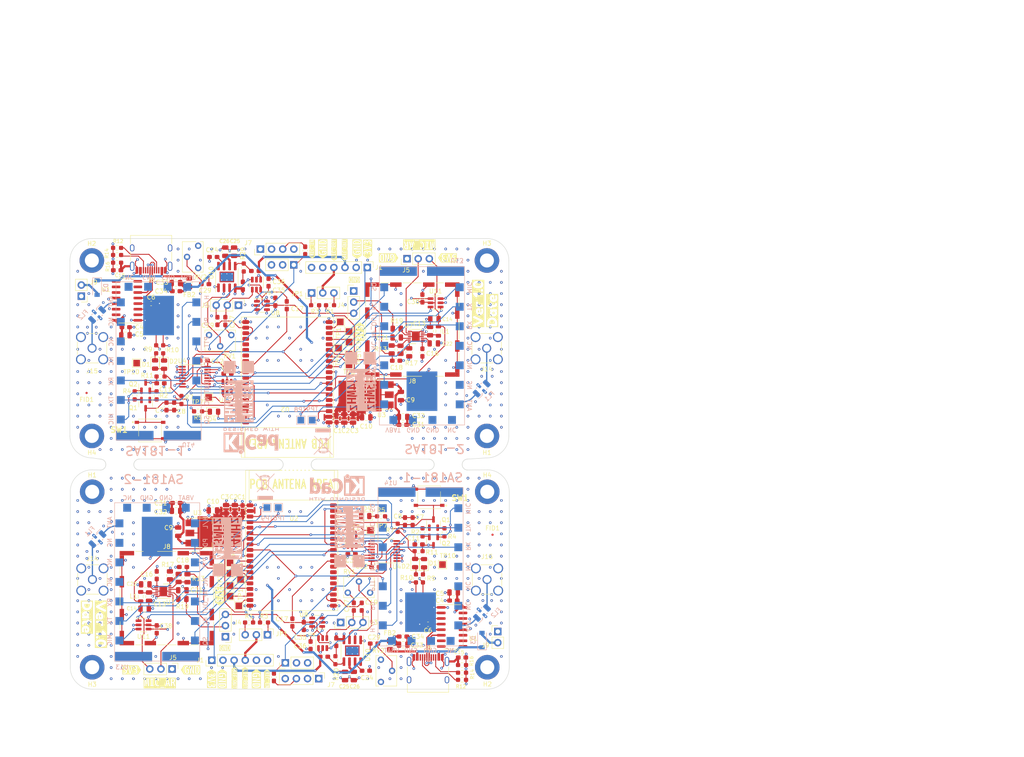
<source format=kicad_pcb>
(kicad_pcb (version 20211014) (generator pcbnew)
  (layers (0 "F.Cu" signal) (1 "In1.Cu" power) (2 "In2.Cu" power) (31 "B.Cu" signal) (34 "B.Paste" user) (35 "F.Paste" user) (36 "B.SilkS" user "B.Silkscreen") (37 "F.SilkS" user "F.Silkscreen") (38 "B.Mask" user) (39 "F.Mask" user) (44 "Edge.Cuts" user))
  (net 0 "")
  (net 1 "GND")
  (net 2 "+3V3")
  (net 3 "Net-(C6-Pad1)")
  (net 4 "/EN")
  (net 5 "/BOOT")
  (net 6 "Net-(D1-Pad1)")
  (net 7 "Net-(D2-Pad1)")
  (net 8 "VBUS")
  (net 9 "+5V")
  (net 10 "/~{RTS}")
  (net 11 "/BASE1")
  (net 12 "/~{DTR}")
  (net 13 "/BASE2")
  (net 14 "D+")
  (net 15 "D-")
  (net 19 "UART0_TX")
  (net 20 "UART0_RX")
  (net 21 "H{slash}L2")
  (net 22 "TX1")
  (net 23 "RX1")
  (net 24 "PTT2")
  (net 25 "PD2")
  (net 26 "RX2")
  (net 27 "TX2")
  (net 28 "H{slash}L1")
  (net 29 "PD1")
  (net 30 "PTT1")
  (net 32 "/MIC-AMP_IN")
  (net 33 "/AUDIO_IN")
  (net 34 "AUDIO_OUT")
  (net 35 "Net-(C24-Pad1)")
  (net 36 "/MIC_GAIN")
  (net 37 "/MIC_AR")
  (net 38 "/MIC-DIGI_IN")
  (net 39 "Net-(C16-Pad1)")
  (net 40 "/-SLEEP")
  (net 41 "AUDIO_ON1")
  (net 42 "/MIC1N")
  (net 43 "/MIC1P")
  (net 44 "/MBIAS")
  (net 45 "/MIC2N")
  (net 46 "/MIC2P")
  (net 47 "/HBIAS")
  (net 48 "Net-(C17-Pad1)")
  (net 49 "Net-(C20-Pad2)")
  (net 54 "Net-(D4-Pad1)")
  (net 55 "/AMPLIFIED_AUDIO_OUT")
  (net 56 "AUDIO_ON2")
  (net 57 "/GPIO_23")
  (net 58 "/GPIO_22")
  (net 59 "/switch1")
  (net 60 "/switch2")
  (net 61 "/switch4")
  (net 62 "/switch3")
  (net 63 "Net-(C28-Pad1)")
  (net 64 "Net-(C29-Pad1)")
  (net 65 "Net-(C30-Pad1)")
  (net 66 "Net-(C15-Pad1)")
  (net 67 "/MIC_GAIN_pin")
  (net 68 "Net-(RV2-Pad1)")
  (net 69 "SCL")
  (net 70 "SDA")
  (net 73 "Net-(R15-Pad1)")
  (net 80 "+3.3VA")
  (net 81 "Net-(U11-Pad3)")
  (net 82 "Net-(U11-Pad1)")
  (net 83 "Net-(U12-Pad1)")
  (net 84 "Net-(U12-Pad3)")
  (net 86 "/BIAS")
  (net 87 "/CG")
  (net 88 "/esp_audio_OUTPUT")
  (net 89 "/cc1")
  (net 90 "/cc2")
  (net 91 "/MIC_BIAS")
  (net 92 "/ant1")
  (net 93 "/ant2")
  (net 94 "/ant3")
  (net 95 "/ant4")
  (net 96 "Net-(RV1-Pad2)")
  (net 97 "/MIC_EST_PTT")
  (net 98 "Net-(JP1-Pad1)")
  (net 99 "Net-(JP1-Pad3)")
  (net 100 "Net-(D3-Pad2)")
  (net 113 "Net-(C29-Pad2)")
  (net 114 "Net-(C27-Pad2)")
  (net 115 "Net-(C19-Pad1)")
  (net 116 "Net-(C20-Pad1)")
  (net 117 "RF_AUDIO_INPUT")
  (net 118 "/MIC_AMPLIFIER_OUTPUT")
  (net 120 "/SENSOR_VP")
  (net 121 "/SENSOR_VN")
  (footprint "Connector_PinHeader_2.54mm:PinHeader_1x03_P2.54mm_Vertical" (layer "F.Cu") (at 63.4 168 -90)
    (fp_text reference "J5")
    (fp_text value "Conn_01x03")
  )
  (footprint "Connector_USB:USB_C_Receptacle_HRO_TYPE-C-31-M-12" (layer "F.Cu") (at 58.6225 73.0675 180)
    (fp_text reference "J6")
    (fp_text value "USB_C_Receptacle")
  )
  (footprint "kibuzzard-639A20C5" (layer "F.Cu") (at 119.7225 71.2775 180)
    (fp_text reference "kibuzzard-639A20C5" hide)
    (fp_text value "G***" hide)
  )
  (footprint "MountingHole:MountingHole_3.2mm_M3_DIN965_Pad_TopBottom" (layer "F.Cu") (at 135.2 167.6)
    (fp_text reference "H2")
    (fp_text value "hole")
  )
  (footprint "Capacitor_SMD:C_0805_2012Metric" (layer "F.Cu") (at 52.7725 91.9275)
    (fp_text reference "C5")
    (fp_text value "10u")
  )
  (footprint "Capacitor_SMD:C_0603_1608Metric_Pad1.08x0.95mm_HandSolder" (layer "F.Cu") (at 118.2 134.35 90)
    (fp_text reference "C7")
    (fp_text value "DNP")
  )
  (footprint "Connector_PinHeader_2.54mm:PinHeader_1x03_P2.54mm_Vertical" (layer "F.Cu") (at 101.8 157.4 90)
    (fp_text reference "J3")
    (fp_text value "Conn_01x03")
  )
  (footprint "Capacitor_SMD:C_0805_2012Metric" (layer "F.Cu") (at 72.7 131.85 180)
    (fp_text reference "C10")
    (fp_text value "10u")
  )
  (footprint "TestPoint:TestPoint_Pad_1.5x1.5mm" (layer "F.Cu") (at 76.6 143.8)
    (fp_text reference "TP6")
    (fp_text value "TestPoint")
  )
  (footprint "Potentiometer_THT:Potentiometer_Bourns_3266W_Vertical" (layer "F.Cu") (at 103.425 150.6 180)
    (fp_text reference "RV1")
    (fp_text value "10k")
  )
  (footprint "Resistor_SMD:R_0603_1608Metric_Pad0.98x0.95mm_HandSolder" (layer "F.Cu") (at 120.45 136.85 -90)
    (fp_text reference "R2")
    (fp_text value "10k")
  )
  (footprint "TestPoint:TestPoint_Pad_1.5x1.5mm" (layer "F.Cu") (at 78.6 153.6)
    (fp_text reference "TP1")
    (fp_text value "TestPoint")
  )
  (footprint "kibuzzard-639A20B2" (layer "F.Cu") (at 106.1225 91.0775 90)
    (fp_text reference "kibuzzard-639A20B2" hide)
    (fp_text value "G***" hide)
  )
  (footprint "Capacitor_SMD:C_0603_1608Metric_Pad1.08x0.95mm_HandSolder" (layer "F.Cu") (at 109.4 162.2)
    (fp_text reference "C29")
    (fp_text value "1u-10u?")
  )
  (footprint "kibuzzard-639A1F7F" (layer "F.Cu") (at 74.8 170.2 -90)
    (fp_text reference "kibuzzard-639A1F7F" hide)
    (fp_text value "G***" hide)
  )
  (footprint "kibuzzard-639A1FE7" (layer "F.Cu") (at 85 170.2 -90)
    (fp_text reference "kibuzzard-639A1FE7" hide)
    (fp_text value "G***" hide)
  )
  (footprint "Resistor_SMD:R_0603_1608Metric_Pad0.98x0.95mm_HandSolder" (layer "F.Cu") (at 125.45 136.85 -90)
    (fp_text reference "R4")
    (fp_text value "10k")
  )
  (footprint "Connector_PinHeader_2.54mm:PinHeader_1x03_P2.54mm_Vertical" (layer "F.Cu") (at 89.2 166.6 90)
    (fp_text reference "J2" hide)
    (fp_text value "Conn_01x03")
  )
  (footprint "Capacitor_SMD:C_0603_1608Metric_Pad1.08x0.95mm_HandSolder" (layer "F.Cu") (at 98 165.2 180)
    (fp_text reference "C28" hide)
    (fp_text value "1u")
  )
  (footprint "Capacitor_SMD:C_0603_1608Metric_Pad1.08x0.95mm_HandSolder" (layer "F.Cu") (at 64.3225 81.8775 180)
    (fp_text reference "C34")
    (fp_text value "100n")
  )
  (footprint "TestPoint:TestPoint_Pad_1.5x1.5mm" (layer "F.Cu") (at 101.3225 94.8775 180)
    (fp_text reference "TP4")
    (fp_text value "TestPoint")
  )
  (footprint "Resistor_SMD:R_0603_1608Metric_Pad0.98x0.95mm_HandSolder" (layer "F.Cu") (at 118.95 147.35 90)
    (fp_text reference "R10")
    (fp_text value "300")
  )
  (footprint "Package_TO_SOT_SMD:SOT-223-3_TabPin2" (layer "F.Cu") (at 109.7225 105.4775 180)
    (fp_text reference "U3")
    (fp_text value "AMS1117-3.3")
  )
  (footprint "MountingHole:MountingHole_3.2mm_M3_DIN965_Pad_TopBottom" (layer "F.Cu") (at 45.2 167.6)
    (fp_text reference "H3")
    (fp_text value "hole")
  )
  (footprint "Capacitor_SMD:C_0603_1608Metric_Pad1.08x0.95mm_HandSolder" (layer "F.Cu") (at 127.4875 152.4 180)
    (fp_text reference "C4")
    (fp_text value "100n")
  )
  (footprint "LED_SMD:LED_0805_2012Metric" (layer "F.Cu") (at 61.5725 98.6275 -90)
    (fp_text reference "D2")
    (fp_text value "LED_Small")
  )
  (footprint "Package_TO_SOT_SMD:SOT-23-6" (layer "F.Cu") (at 56.9 157.95)
    (fp_text reference "U11")
    (fp_text value "TS5A63157DBV")
  )
  (footprint "kibuzzard-639A26B5" (layer "F.Cu") (at 136.3225 86.2775 90)
    (fp_text reference "kibuzzard-639A26B5" hide)
    (fp_text value "G***" hide)
  )
  (footprint "Capacitor_SMD:C_0603_1608Metric_Pad1.08x0.95mm_HandSolder" (layer "F.Cu") (at 59.9 158.95 -90)
    (fp_text reference "C38")
    (fp_text value "100n")
  )
  (footprint "Resistor_SMD:R_0603_1608Metric_Pad0.98x0.95mm_HandSolder" (layer "F.Cu") (at 50.8725 75.3775)
    (fp_text reference "R16")
    (fp_text value "1Meg")
  )
  (footprint "Capacitor_SMD:C_0805_2012Metric" (layer "F.Cu") (at 64.2725 80.0275)
    (fp_text reference "C33")
    (fp_text value "10u")
  )
  (footprint "Capacitor_SMD:C_0603_1608Metric_Pad1.08x0.95mm_HandSolder" (layer "F.Cu") (at 121.7 157.8 180)
    (fp_text reference "C6")
    (fp_text value "100n")
  )
  (footprint "kibuzzard-639A2114" (layer "F.Cu") (at 104.9225 79.2775 180)
    (fp_text reference "kibuzzard-639A2114" hide)
    (fp_text value "G***" hide)
  )
  (footprint "Resistor_SMD:R_0805_2012Metric" (layer "F.Cu") (at 113.4225 95.1775 -90)
    (fp_text reference "R13")
    (fp_text value "2k2")
  )
  (footprint "Capacitor_SMD:C_0603_1608Metric_Pad1.08x0.95mm_HandSolder" (layer "F.Cu") (at 65.9 144.75 180)
    (fp_text reference "C18")
    (fp_text value "100n")
  )
  (footprint "Connector_PinHeader_2.54mm:PinHeader_1x04_P2.54mm_Vertical" (layer "F.Cu") (at 96.8 170.2 -90)
    (fp_text reference "J7")
    (fp_text value "Conn_01x04")
  )
  (footprint "TestPoint:TestPoint_Pad_1.5x1.5mm" (layer "F.Cu") (at 108.6 136.4)
    (fp_text reference "TP7")
    (fp_text value "TestPoint")
  )
  (footprint "kibuzzard-639A20B2" (layer "F.Cu") (at 54.2 168.2)
    (fp_text reference "kibuzzard-639A20B2" hide)
    (fp_text value "G***" hide)
  )
  (footprint "Z_mycustom_panelization:mouse bites 2mm wide   6mm long     0.6mm holes  0.3mm apart round edges" (layer "F.Cu") (at 47.06 120.1554)
    (fp_text reference "REF**" hide)
    (fp_text value "mouse bites 2mm  0.6mm holes 0.3mm apart round edges")
    (fp_arc (start 8.87 2.4946) (mid 7.62 1.2446) (end 8.87 -0.0054) (layer "Edge.Cuts") (width 0.12))
    (fp_arc (start 0 0) (mid 1.25 1.25) (end 0 2.5) (layer "Edge.Cuts") (width 0.12))
  )
  (footprint "Capacitor_SMD:C_0603_1608Metric_Pad1.08x0.95mm_HandSolder" (layer "F.Cu") (at 60.76 102.8775)
    (fp_text reference "C11")
    (fp_text value "100n")
  )
  (footprint "Capacitor_SMD:C_0603_1608Metric_Pad1.08x0.95mm_HandSolder" (layer "F.Cu") (at 58.6225 84.6775)
    (fp_text reference "C6")
    (fp_text value "100n")
  )
  (footprint "Package_SO:SOIC-16_3.9x9.9mm_P1.27mm" (layer "F.Cu") (at 53.1225 84.0775 180)
    (fp_text reference "U1")
    (fp_text value "CH340C")
  )
  (footprint "Capacitor_SMD:C_0603_1608Metric_Pad1.08x0.95mm_HandSolder" (layer "F.Cu") (at 89.5225 85.0775 90)
    (fp_text reference "C17")
    (fp_text value "1u")
  )
  (footprint "kibuzzard-639A1F94" (layer "F.Cu") (at 72.4 170.2 -90)
    (fp_text reference "kibuzzard-639A1F94" hide)
    (fp_text value "G***" hide)
  )
  (footprint "LED_SMD:LED_0805_2012Metric" (layer "F.Cu") (at 107.38 133.135 180)
    (fp_text reference "D4")
    (fp_text value "LED_Small")
  )
  (footprint "Resistor_SMD:R_0603_1608Metric_Pad0.98x0.95mm_HandSolder" (layer "F.Cu") (at 54.8725 105.6275 90)
    (fp_text reference "R4")
    (fp_text value "10k")
  )
  (footprint "kibuzzard-639A1FC8" (layer "F.Cu") (at 102.7225 72.4775 90)
    (fp_text reference "kibuzzard-639A1FC8" hide)
    (fp_text value "G***" hide)
  )
  (footprint "Resistor_SMD:R_0603_1608Metric_Pad0.98x0.95mm_HandSolder" (layer "F.Cu") (at 80.94 157.4)
    (fp_text reference "R1")
    (fp_text value "5k1")
  )
  (footprint "LED_SMD:LED_0805_2012Metric" (layer "F.Cu") (at 72.9425 109.3425)
    (fp_text reference "D4")
    (fp_text value "LED_Small")
  )
  (footprint "Resistor_SMD:R_0603_1608Metric_Pad0.98x0.95mm_HandSolder" (layer "F.Cu") (at 69.3225 109.2775)
    (fp_text reference "R5")
    (fp_text value "300")
  )
  (footprint "Package_SO:TSSOP-16_4.4x5mm_P0.65mm" (layer "F.Cu") (at 111.7 141.1 180)
    (fp_text reference "U4")
    (fp_text value "PCA9554APW")
  )
  (footprint "kibuzzard-639A1FC8" (layer "F.Cu") (at 77.6 170 -90)
    (fp_text reference "kibuzzard-639A1FC8" hide)
    (fp_text value "G***" hide)
  )
  (footprint "Capacitor_SMD:C_0805_2012Metric" (layer "F.Cu") (at 75.7 131.6 90)
    (fp_text reference "C3")
    (fp_text value "10u")
  )
  (footprint "Capacitor_SMD:C_0805_2012Metric" (layer "F.Cu") (at 127.55 150.55 180)
    (fp_text reference "C5")
    (fp_text value "10u")
  )
  (footprint "Connector_PinHeader_2.54mm:PinHeader_1x03_P2.54mm_Vertical" (layer "F.Cu") (at 95.1825 82.2775 90)
    (fp_text reference "JP1")
    (fp_text value "Jumper_3_Bridged12")
  )
  (footprint "Capacitor_SMD:C_0603_1608Metric_Pad1.08x0.95mm_HandSolder" (layer "F.Cu") (at 86.6 169.8625 90)
    (fp_text reference "C20" hide)
    (fp_text value "1u")
  )
  (footprint "Resistor_SMD:R_0603_1608Metric_Pad0.98x0.95mm_HandSolder" (layer "F.Cu") (at 59.7725 95.1275 -90)
    (fp_text reference "R9")
    (fp_text value "300")
  )
  (footprint "Capacitor_SMD:C_0603_1608Metric_Pad1.08x0.95mm_HandSolder" (layer "F.Cu") (at 104.8 153.8 90)
    (fp_text reference "C27")
    (fp_text value "1u")
  )
  (footprint "Capacitor_SMD:C_0805_2012Metric" (layer "F.Cu") (at 122.1725 90.9775 90)
    (fp_text reference "C13")
    (fp_text value "10u")
  )
  (footprint "Connector_PinHeader_2.54mm:PinHeader_1x03_P2.54mm_Vertical" (layer "F.Cu") (at 104.7725 81.8275)
    (fp_text reference "J4")
    (fp_text value "Conn_01x03")
  )
  (footprint "SamacSys_Parts:PTS526SK15SMTR2LFS" (layer "F.Cu") (at 121.95 128.85 180)
    (fp_text reference "SW1")
    (fp_text value "MCU_RESET" hide)
  )
  (footprint "Package_DFN_QFN:DFN-14-1EP_3x3mm_P0.4mm_EP1.78x2.35mm" (layer "F.Cu") (at 118.9225 92.2275 180)
    (fp_text reference "U7")
    (fp_text value "MAX9814")
  )
  (footprint "Resistor_SMD:R_0603_1608Metric_Pad0.98x0.95mm_HandSolder" (layer "F.Cu") (at 59.8725 105.6275 90)
    (fp_text reference "R2")
    (fp_text value "10k")
  )
  (footprint "Capacitor_SMD:C_0603_1608Metric_Pad1.08x0.95mm_HandSolder" (layer "F.Cu") (at 63.8725 108.1275 -90)
    (fp_text reference "C8")
    (fp_text value "15n")
  )
  (footprint "Resistor_SMD:R_0603_1608Metric_Pad0.98x0.95mm_HandSolder" (layer "F.Cu") (at 100.6 166 -90)
    (fp_text reference "R20")
    (fp_text value "10")
  )
  (footprint "Resistor_SMD:R_0603_1608Metric_Pad0.98x0.95mm_HandSolder" (layer "F.Cu") (at 84.34 157.4)
    (fp_text reference "R3")
    (fp_text value "5k1")
  )
  (footprint "Package_TO_SOT_SMD:SOT-23-6" (layer "F.Cu") (at 96.45 157.35 180)
    (fp_text reference "U8")
    (fp_text value "TS5A63157DBV")
  )
  (footprint "kibuzzard-639A1FDB" (layer "F.Cu") (at 100.3225 72.4775 90)
    (fp_text reference "kibuzzard-639A1FDB" hide)
    (fp_text value "G***" hide)
  )
  (footprint "LED_SMD:LED_0805_2012Metric" (layer "F.Cu") (at 120.8 143.8875 90)
    (fp_text reference "D1")
    (fp_text value "LED_Small")
  )
  (footprint "Capacitor_SMD:C_0603_1608Metric_Pad1.08x0.95mm_HandSolder" (layer "F.Cu") (at 106.6 153.8 -90)
    (fp_text reference "C19")
    (fp_text value "1u")
  )
  (footprint "Resistor_SMD:R_0805_2012Metric" (layer "F.Cu") (at 115.4325 95.2275 90)
    (fp_text reference "R15" hide)
    (fp_text value "150k")
  )
  (footprint "Capacitor_SMD:C_0603_1608Metric_Pad1.08x0.95mm_HandSolder" (layer "F.Cu") (at 119.5625 139.6 180)
    (fp_text reference "C11")
    (fp_text value "100n")
  )
  (footprint "kibuzzard-639A2114" (layer "F.Cu") (at 75.4 163.2)
    (fp_text reference "kibuzzard-639A2114" hide)
    (fp_text value "G***" hide)
  )
  (footprint "Capacitor_SMD:C_0603_1608Metric_Pad1.08x0.95mm_HandSolder" (layer "F.Cu") (at 109.7 144.75)
    (fp_text reference "C12")
    (fp_text value "100n")
  )
  (footprint "Capacitor_SMD:C_0603_1608Metric_Pad1.08x0.95mm_HandSolder" (layer "F.Cu") (at 75.5225 88.6775 -90)
    (fp_text reference "C27")
    (fp_text value "1u")
  )
  (footprint "TestPoint:TestPoint_Pad_1.5x1.5mm" (layer "F.Cu") (at 103.7225 96.2775 180)
    (fp_text reference "TP5")
    (fp_text value "TestPoint")
  )
  (footprint "Capacitor_SMD:C_0603_1608Metric_Pad1.08x0.95mm_HandSolder" (layer "F.Cu") (at 76.0225 100.6775)
    (fp_text reference "C37")
    (fp_text value "100n")
  )
  (footprint "Capacitor_SMD:C_0805_2012Metric" (layer "F.Cu") (at 123.0225 93.7775)
    (fp_text reference "C22")
    (fp_text value "2u2")
  )
  (footprint "Package_TO_SOT_SMD:SOT-23-6" (layer "F.Cu") (at 97.7 162.1 90)
    (fp_text reference "U9")
    (fp_text value "TS5A63157DBV")
  )
  (footprint "Z_mycustom_footprint_lib:ESP32-A1S" (layer "F.Cu") (at 81.15 130.7)
    (fp_text reference "U2")
    (fp_text value "ESP32-A1S")
  )
  (footprint "TestPoint:TestPoint_Pad_1.5x1.5mm" (layer "F.Cu") (at 76.6 151.4)
    (fp_text reference "TP2" hide)
    (fp_text value "TestPoint")
  )
  (footprint "Package_TO_SOT_SMD:SOT-23-6" (layer "F.Cu") (at 104.4 138.8 -90)
    (fp_text reference "U12")
    (fp_text value "TS5A63157DBV")
  )
  (footprint "Capacitor_SMD:C_0805_2012Metric" (layer "F.Cu") (at 104.6225 110.8775 -90)
    (fp_text reference "C3")
    (fp_text value "10u")
  )
  (footprint "RF_Shielding:Wuerth_36103205_20x20mm" (layer "F.Cu") (at 118.1225 90.6275 180)
    (fp_text reference "J8")
    (fp_text value "RFShield_OnePiece")
  )
  (footprint "Package_TO_SOT_SMD:SOT-223-3_TabPin2" (layer "F.Cu") (at 70.6 137)
    (fp_text reference "U3")
    (fp_text value "AMS1117-3.3")
  )
  (footprint "Capacitor_SMD:C_0603_1608Metric_Pad1.08x0.95mm_HandSolder" (layer "F.Cu") (at 70.6225 97.7275 180)
    (fp_text reference "C12")
    (fp_text value "100n")
  )
  (footprint "Capacitor_SMD:C_0805_2012Metric" (layer "F.Cu") (at 116.05 162.45 180)
    (fp_text reference "C33")
    (fp_text value "10u")
  )
  (footprint "Capacitor_SMD:C_0603_1608Metric_Pad1.08x0.95mm_HandSolder" (layer "F.Cu") (at 90.8 157.4 -90)
    (fp_text reference "C17")
    (fp_text value "1u")
  )
  (footprint "kibuzzard-639A1F7F" (layer "F.Cu") (at 105.5225 72.2775 90)
    (fp_text reference "kibuzzard-639A1F7F" hide)
    (fp_text value "G***" hide)
  )
  (footprint "Potentiometer_THT:Potentiometer_Bourns_3266W_Vertical" (layer "F.Cu") (at 69.3475 76.6025 -90)
    (fp_text reference "RV2")
    (fp_text value "10k")
  )
  (footprint "Connector_PinHeader_2.54mm:PinHeader_1x02_P2.54mm_Vertical" (layer "F.Cu") (at 42.7225 83.0175 180)
    (fp_text reference "J9")
    (fp_text value "Conn_01x02")
  )
  (footprint "Capacitor_SMD:C_0805_2012Metric" (layer "F.Cu") (at 116.0225 110.5275)
    (fp_text reference "C32")
    (fp_text value "10u")
  )
  (footprint "Resistor_SMD:R_0805_2012Metric" (layer "F.Cu") (at 62.9 146.6625 90)
    (fp_text reference "R17")
    (fp_text value "100k")
  )
  (footprint "Capacitor_SMD:C_0603_1608Metric_Pad1.08x0.95mm_HandSolder" (layer "F.Cu") (at 59.9 146.6125 90)
    (fp_text reference "C16")
    (fp_text value "100n")
  )
  (footprint "Fiducial:Fiducial_0.5mm_Mask1mm" (layer "F.Cu") (at 136.4 137.4)
    (fp_text reference "FID1")
    (fp_text value "Fiducial")
  )
  (footprint "Z_mycustom_panelization:mouse bites 2mm wide   6mm long     0.6mm holes  0.3mm apart round edges" (layer "F.Cu") (at 87.46 120.1554)
    (fp_text reference "REF**" hide)
    (fp_text value "mouse bites 2mm  0.6mm holes 0.3mm apart round edges")
    (fp_arc (start 8.87 2.4946) (mid 7.62 1.2446) (end 8.87 -0.0054) (layer "Edge.Cuts") (width 0.12))
    (fp_arc (start 0 0) (mid 1.25 1.25) (end 0 2.5) (layer "Edge.Cuts") (width 0.12))
  )
  (footprint "Capacitor_SMD:C_0603_1608Metric_Pad1.08x0.95mm_HandSolder" (layer "F.Cu") (at 107.5375 168.4)
    (fp_text reference "C24")
    (fp_text value "1u")
  )
  (footprint "Capacitor_SMD:C_0805_2012Metric" (layer "F.Cu") (at 64.3 131.95 180)
    (fp_text reference "C32")
    (fp_text value "10u")
  )
  (footprint "Capacitor_SMD:C_0603_1608Metric_Pad1.08x0.95mm_HandSolder" (layer "F.Cu") (at 116 160.6)
    (fp_text reference "C34")
    (fp_text value "100n")
  )
  (footprint "Connector_Coaxial:SMA_Amphenol_901-144_Vertical" (layer "F.Cu") (at 135.15 147.6 180)
    (fp_text reference "J15")
    (fp_text value "SMA")
  )
  (footprint "Capacitor_SMD:C_0805_2012Metric" (layer "F.Cu") (at 65.75 150.05)
    (fp_text reference "C21")
    (fp_text value "470n")
  )
  (footprint "kibuzzard-639A20B2" (layer "F.Cu") (at 126.1225 74.2775 180)
    (fp_text reference "kibuzzard-639A20B2" hide)
    (fp_text value "G***" hide)
  )
  (footprint "Connector_PinHeader_2.54mm:PinHeader_1x03_P2.54mm_Vertical" (layer "F.Cu") (at 75.55 160.65 180)
    (fp_text reference "J4")
    (fp_text value "Conn_01x03")
  )
  (footprint "Package_TO_SOT_SMD:SOT-23" (layer "F.Cu") (at 122.95 134.85 90)
    (fp_text reference "Q1")
    (fp_text value "MMBT3904")
  )
  (footprint "Capacitor_SMD:C_0603_1608Metric_Pad1.08x0.95mm_HandSolder" (layer "F.Cu") (at 93.7225 72.615 -90)
    (fp_text reference "C20" hide)
    (fp_text value "1u")
  )
  (footprint "Capacitor_SMD:C_0603_1608Metric_Pad1.08x0.95mm_HandSolder" (layer "F.Cu") (at 86.9225 84.2775 90)
    (fp_text reference "C35")
    (fp_text value "100n")
  )
  (footprint "Capacitor_SMD:C_0805_2012Metric" (layer "F.Cu") (at 77.5225 72.8775 90)
    (fp_text reference "C25")
    (fp_text value "10u")
  )
  (footprint "Potentiometer_THT:Potentiometer_Bourns_3266W_Vertical" (layer "F.Cu") (at 110.975 165.875 90)
    (fp_text reference "RV2")
    (fp_text value "10k")
  )
  (footprint "Capacitor_SMD:C_0603_1608Metric_Pad1.08x0.95mm_HandSolder" (layer "F.Cu") (at 100.8 161.85 90)
    (fp_text reference "C30" hide)
    (fp_text value "47n")
  )
  (footprint "Capacitor_SMD:C_0603_1608Metric_Pad1.08x0.95mm_HandSolder" (layer "F.Cu") (at 85.3725 79.8775 90)
    (fp_text reference "C36")
    (fp_text value "100n")
  )
  (footprint "kibuzzard-639A20B2" (layer "F.Cu") (at 74.2 151.4 -90)
    (fp_text reference "kibuzzard-639A20B2" hide)
    (fp_text value "G***" hide)
  )
  (footprint "Capacitor_SMD:C_0805_2012Metric" (layer "F.Cu") (at 77.7 131.6 90)
    (fp_text reference "C2")
    (fp_text value "10u")
  )
  (footprint "Package_SO:SOIC-8-1EP_3.9x4.9mm_P1.27mm_EP2.41x3.3mm_ThermalVias" (layer "F.Cu") (at 104.45 163.85 -90)
    (fp_text reference "U10")
    (fp_text value "LM386")
  )
  (footprint "Resistor_SMD:R_0805_2012Metric" (layer "F.Cu") (at 64.89 147.25 -90)
    (fp_text reference "R15" hide)
    (fp_text value "150k")
  )
  (footprint "Connector_Coaxial:SMA_Amphenol_901-144_Vertical" (layer "F.Cu") (at 45.1725 94.8775)
    (fp_text reference "J15")
    (fp_text value "SMA")
  )
  (footprint "Capacitor_SMD:C_0805_2012Metric" (layer "F.Cu") (at 75.5225 72.8775 90)
    (fp_text reference "C26")
    (fp_text value "10u")
  )
  (footprint "Resistor_SMD:R_0603_1608Metric_Pad0.98x0.95mm_HandSolder" (layer "F.Cu") (at 61.3725 95.1275 -90)
    (fp_text reference "R10")
    (fp_text value "300")
  )
  (footprint "Connector_PinHeader_2.54mm:PinHeader_1x06_P2.54mm_Vertical" (layer "F.Cu") (at 107.8725 76.4775 -90)
    (fp_text reference "J1")
    (fp_text value "Conn_01x06")
  )
  (footprint "Capacitor_SMD:C_0805_2012Metric" (layer "F.Cu") (at 104.8 169.6 -90)
    (fp_text reference "C26")
    (fp_text value "10u")
  )
  (footprint "Resistor_SMD:R_0805_2012Metric" (layer "F.Cu") (at 117.4225 95.815 -90)
    (fp_text reference "R17")
    (fp_text value "100k")
  )
  (footprint "Capacitor_SMD:C_0603_1608Metric_Pad1.08x0.95mm_HandSolder" (layer "F.Cu") (at 64.3625 130.15 180)
    (fp_text reference "C31")
    (fp_text value "100n")
  )
  (footprint "Resistor_SMD:R_0805_2012Metric" (layer "F.Cu") (at 114.585 90.4275 180)
    (fp_text reference "R19")
    (fp_text value "1k")
  )
  (footprint "Resistor_SMD:R_0603_1608Metric_Pad0.98x0.95mm_HandSolder" (layer "F.Cu") (at 79.7225 76.4775 90)
    (fp_text reference "R20")
    (fp_text value "10")
  )
  (footprint "Connector_Coaxial:SMA_Amphenol_901-144_Vertical" (layer "F.Cu") (at 45.25 147.6)
    (fp_text reference "J14")
    (fp_text value "SMA")
  )
  (footprint "Connector_PinHeader_2.54mm:PinHeader_1x03_P2.54mm_Vertical" (layer "F.Cu") (at 91.1225 75.8775 -90)
    (fp_text reference "J2" hide)
    (fp_text value "Conn_01x03")
  )
  (footprint "TestPoint:TestPoint_Pad_1.5x1.5mm" (layer "F.Cu") (at 76.6 146.2)
    (fp_text reference "TP5")
    (fp_text value "TestPoint")
  )
  (footprint "MountingHole:MountingHole_3.2mm_M3_DIN965_Pad_TopBottom" (layer "F.Cu") (at 45.1225 74.8775 180)
    (fp_text reference "H2")
    (fp_text value "hole")
  )
  (footprint "MountingHole:MountingHole_3.2mm_M3_DIN965_Pad_TopBottom" (layer "F.Cu") (at 135.2 127.6)
    (fp_text reference "H4")
    (fp_text value "hole")
  )
  (footprint "Resistor_SMD:R_0603_1608Metric_Pad0.98x0.95mm_HandSolder" (layer "F.Cu") (at 65.5225 106.6775 90)
    (fp_text reference "R7")
    (fp_text value "1Meg")
  )
  (footprint "Capacitor_SMD:C_0603_1608Metric_Pad1.08x0.95mm_HandSolder" (layer "F.Cu") (at 72.785 74.0775 180)
    (fp_text reference "C24")
    (fp_text value "1u")
  )
  (footprint "Capacitor_SMD:C_0603_1608Metric_Pad1.08x0.95mm_HandSolder" (layer "F.Cu") (at 70.9225 80.2775 180)
    (fp_text reference "C29")
    (fp_text value "1u-10u?")
  )
  (footprint "Package_SO:SOIC-8-1EP_3.9x4.9mm_P1.27mm_EP2.41x3.3mm_ThermalVias" (layer "F.Cu") (at 75.8725 78.6275 90)
    (fp_text reference "U10")
    (fp_text value "LM386")
  )
  (footprint "Z_mycustom_panelization:mouse bites 2mm wide   6mm long     0.6mm holes  0.3mm apart round edges" (layer "F.Cu") (at 121.86 120.1554)
    (fp_text reference "REF**" hide)
    (fp_text value "mouse bites 2mm  0.6mm holes 0.3mm apart round edges")
    (fp_arc (start 8.87 2.4946) (mid 7.62 1.2446) (end 8.87 -0.0054) (layer "Edge.Cuts") (width 0.12))
    (fp_arc (start 0 0) (mid 1.25 1.25) (end 0 2.5) (layer "Edge.Cuts") (width 0.12))
  )
  (footprint "Capacitor_SMD:C_0603_1608Metric_Pad1.08x0.95mm_HandSolder" (layer "F.Cu") (at 120.4225 95.865 -90)
    (fp_text reference "C16")
    (fp_text value "100n")
  )
  (footprint "Resistor_SMD:R_0603_1608Metric_Pad0.98x0.95mm_HandSolder" (layer "F.Cu") (at 50.8725 72.0075 180)
    (fp_text reference "R12")
    (fp_text value "5k1")
  )
  (footprint "TestPoint:TestPoint_Pad_1.5x1.5mm" (layer "F.Cu") (at 101.7225 88.8775 180)
    (fp_text reference "TP1")
    (fp_text value "TestPoint")
  )
  (footprint "Package_TO_SOT_SMD:SOT-23" (layer "F.Cu") (at 57.3725 103.6275 90)
    (fp_text reference "Q2")
    (fp_text value "MMBT3904")
  )
  (footprint "kibuzzard-639A1F7F" (layer "F.Cu") (at 97.7225 72.2775 90)
    (fp_text reference "kibuzzard-639A1F7F" hide)
    (fp_text value "G***" hide)
  )
  (footprint "Capacitor_SMD:C_0805_2012Metric" (layer "F.Cu") (at 123.1725 88.2275 180)
    (fp_text reference "C14")
    (fp_text value "10u")
  )
  (footprint "TestPoint:TestPoint_Pad_1.5x1.5mm" (layer "F.Cu") (at 79 147.6)
    (fp_text reference "TP4")
    (fp_text value "TestPoint")
  )
  (footprint "Capacitor_SMD:C_0603_1608Metric_Pad1.08x0.95mm_HandSolder" (layer "F.Cu") (at 73.7225 88.6775 90)
    (fp_text reference "C19")
    (fp_text value "1u")
  )
  (footprint "TestPoint:TestPoint_Pad_1.5x1.5mm" (layer "F.Cu") (at 125 144.2)
    (fp_text reference "TP10")
    (fp_text value "TestPoint")
  )
  (footprint "Potentiometer_THT:Potentiometer_Bourns_3266W_Vertical" (layer "F.Cu") (at 76.8975 91.8775)
    (fp_text reference "RV1")
    (fp_text value "10k")
  )
  (footprint "Capacitor_SMD:C_0805_2012Metric" (layer "F.Cu") (at 58.15 151.5 -90)
    (fp_text reference "C13")
    (fp_text value "10u")
  )
  (footprint "Capacitor_SMD:C_0603_1608Metric_Pad1.08x0.95mm_HandSolder" (layer "F.Cu") (at 129.45 165.38)
    (fp_text reference "C15")
    (fp_text value "10p")
  )
  (footprint "Capacitor_SMD:C_0805_2012Metric" (layer "F.Cu") (at 102.6225 110.8775 -90)
    (fp_text reference "C2")
    (fp_text value "10u")
  )
  (footprint "Capacitor_SMD:C_0603_1608Metric_Pad1.08x0.95mm_HandSolder" (layer "F.Cu") (at 50.8725 77.0975 180)
    (fp_text reference "C15")
    (fp_text value "10p")
  )
  (footprint "Capacitor_SMD:C_0805_2012Metric" (layer "F.Cu") (at 57.15 154.25)
    (fp_text reference "C14")
    (fp_text value "10u")
  )
  (footprint "MountingHole:MountingHole_3.2mm_M3_DIN965_Pad_TopBottom" (layer "F.Cu") (at 135.1225 74.8775 180)
    (fp_text reference "H3")
    (fp_text value "hole")
  )
  (footprint "Capacitor_SMD:C_0805_2012Metric" (layer "F.Cu") (at 64.8 136.7 90)
    (fp_text reference "C9")
    (fp_text value "10u")
  )
  (footprint "Connector_PinHeader_2.54mm:PinHeader_1x03_P2.54mm_Vertical" (layer "F.Cu") (at 116.9225 74.4775 90)
    (fp_text reference "J5")
    (fp_text value "Conn_01x03")
  )
  (footprint "Resistor_SMD:R_0603_1608Metric_Pad0.98x0.95mm_HandSolder" (layer "F.Cu") (at 60.7725 101.3275)
    (fp_text reference "R11")
    (fp_text value "10k")
  )
  (footprint "kibuzzard-639A1FDB" (layer "F.Cu") (at 80 170 -90)
    (fp_text reference "kibuzzard-639A1FDB" hide)
    (fp_text value "G***" hide)
  )
  (footprint "TestPoint:TestPoint_Pad_1.5x1.5mm" (layer "F.Cu") (at 76.6 149)
    (fp_text reference "TP3")
    (fp_text value "TestPoint")
  )
  (footprint "Resistor_SMD:R_0603_1608Metric_Pad0.98x0.95mm_HandSolder" (layer "F.Cu") (at 119.55 141.15 180)
    (fp_text reference "R11")
    (fp_text value "10k")
  )
  (footprint "kibuzzard-639A26B5" (layer "F.Cu") (at 44 156.2 -90)
    (fp_text reference "kibuzzard-639A26B5" hide)
    (fp_text value "G***" hide)
  )
  (footprint "Capacitor_SMD:C_0805_2012Metric" (layer "F.Cu") (at 57.3 148.7 180)
    (fp_text reference "C22")
    (fp_text value "2u2")
  )
  (footprint "Capacitor_SMD:C_0603_1608Metric_Pad1.08x0.95mm_HandSolder" (layer "F.Cu") (at 100.8725 110.8775 -90)
    (fp_text reference "C1")
    (fp_text value "100n")
  )
  (footprint "Inductor_SMD:L_0805_2012Metric" (layer "F.Cu") (at 56.25 151.5 -90)
    (fp_text reference "L1")
    (fp_text value "L_Small")
  )
  (footprint "Capacitor_SMD:C_0603_1608Metric_Pad1.08x0.95mm_HandSolder" (layer "F.Cu") (at 79.5225 80.6275 -90)
    (fp_text reference "C30" hide)
    (fp_text value "47n")
  )
  (footprint "kibuzzard-639A1F7F" (layer "F.Cu") (at 67.6 168.2)
    (fp_text reference "kibuzzard-639A1F7F" hide)
    (fp_text value "G***" hide)
  )
  (footprint "Capacitor_SMD:C_0805_2012Metric" (layer "F.Cu") (at 107.6225 110.6275)
    (fp_text reference "C10")
    (fp_text value "10u")
  )
  (footprint "Connector_PinHeader_2.54mm:PinHeader_1x06_P2.54mm_Vertical" (layer "F.Cu") (at 72.45 166 90)
    (fp_text reference "J1")
    (fp_text value "Conn_01x06")
  )
  (footprint "MountingHole:MountingHole_3.2mm_M3_DIN965_Pad_TopBottom" (layer "F.Cu") (at 45.1225 114.8775 180)
    (fp_text reference "H4")
    (fp_text value "hole")
  )
  (footprint "Inductor_SMD:L_0805_2012Metric" (layer "F.Cu") (at 124.0725 90.9775 90)
    (fp_text reference "L1")
    (fp_text value "L_Small")
  )
  (footprint "Package_SO:SOIC-16_3.9x9.9mm_P1.27mm" (layer "F.Cu") (at 127.2 158.4)
    (fp_text reference "U1")
    (fp_text value "CH340C")
  )
  (footprint "LED_SMD:LED_0805_2012Metric" (layer "F.Cu") (at 59.5225 98.59 -90)
    (fp_text reference "D1")
    (fp_text value "LED_Small")
  )
  (footprint "kibuzzard-639A2692" (layer "F.Cu") (at 47.2 157.8 -90)
    (fp_text reference "kibuzzard-639A2692" hide)
    (fp_text value "G***" hide)
  )
  (footprint "Package_TO_SOT_SMD:SOT-23-6" (layer "F.Cu") (at 83.8725 85.1275)
    (fp_text reference "U8")
    (fp_text value "TS5A63157DBV")
  )
  (footprint "Capacitor_SMD:C_0603_1608Metric_Pad1.08x0.95mm_HandSolder" (layer "F.Cu") (at 82.3225 77.2775)
    (fp_text reference "C28" hide)
    (fp_text value "1u")
  )
  (footprint "Resistor_SMD:R_0805_2012Metric_Pad1.20x1.40mm_HandSolder" (layer "F.Cu") (at 67.2725 79.8775 -90)
    (fp_text reference "FB2")
    (fp_text value "MH2029-401Y")
  )
  (footprint "kibuzzard-639A1F7F" (layer "F.Cu") (at 82.6 170.2 -90)
    (fp_text reference "kibuzzard-639A1F7F" hide)
    (fp_text value "G***" hide)
  )
  (footprint "Package_TO_SOT_SMD:SOT-23" (layer "F.Cu") (at 57.3725 107.6275 -90)
    (fp_text reference "Q1")
    (fp_text value "MMBT3904")
  )
  (footprint "Package_TO_SOT_SMD:SOT-23-6" (layer "F.Cu") (at 82.6225 80.3775 -90)
    (fp_text reference "U9")
    (fp_text value "TS5A63157DBV")
  )
  (footprint "MountingHole:MountingHole_3.2mm_M3_DIN965_Pad_TopBottom" (layer "F.Cu") (at 135.1225 114.8775 180)
    (fp_text reference "H1")
    (fp_text value "hole")
  )
  (footprint "TestPoint:TestPoint_Pad_1.5x1.5mm" (layer "F.Cu") (at 103.7225 93.4775 180)
    (fp_text reference "TP3")
    (fp_text value "TestPoint")
  )
  (footprint "Connector_PinHeader_2.54mm:PinHeader_1x03_P2.54mm_Vertical" (layer "F.Cu") (at 85.14 160.2 -90)
    (fp_text reference "JP1")
    (fp_text value "Jumper_3_Bridged12")
  )
  (footprint "Resistor_SMD:R_0603_1608Metric_Pad0.98x0.95mm_HandSolder" (layer "F.Cu") (at 120.55 147.35 90)
    (fp_text reference "R9")
    (fp_text value "300")
  )
  (footprint "Resistor_SMD:R_0805_2012Metric" (layer "F.Cu") (at 65.7375 152.05)
    (fp_text reference "R19")
    (fp_text value "1k")
  )
  (footprint "TestPoint:TestPoint_Pad_1.5x1.5mm" (layer "F.Cu") (at 103.7225 98.6775 180)
    (fp_text reference "TP6")
    (fp_text value "TestPoint")
  )
  (footprint "Capacitor_SMD:C_0805_2012Metric" (layer "F.Cu") (at 114.5725 92.4275 180)
    (fp_text reference "C21")
    (fp_text value "470n")
  )
  (footprint "Resistor_SMD:R_0805_2012Metric_Pad1.20x1.40mm_HandSolder" (layer "F.Cu") (at 113.05 162.6 90)
    (fp_text reference "FB2")
    (fp_text value "MH2029-401Y")
  )
  (footprint "Resistor_SMD:R_0603_1608Metric_Pad0.98x0.95mm_HandSolder" (layer "F.Cu") (at 129.45 168.85)
    (fp_text reference "R14")
    (fp_text value "5k1")
  )
  (footprint "Resistor_SMD:R_0603_1608Metric_Pad0.98x0.95mm_HandSolder" (layer "F.Cu") (at 129.45 170.47)
    (fp_text reference "R12")
    (fp_text value "5k1")
  )
  (footprint "Capacitor_SMD:C_0603_1608Metric_Pad1.08x0.95mm_HandSolder" (layer "F.Cu") (at 79.45 131.6 90)
    (fp_text reference "C1")
    (fp_text value "100n")
  )
  (footprint "RF_Shielding:Wuerth_36103205_20x20mm" (layer "F.Cu") (at 62.2 151.85)
    (fp_text reference "J8")
    (fp_text value "RFShield_OnePiece")
  )
  (footprint "kibuzzard-639A20C5" (layer "F.Cu") (at 60.6 171.2)
    (fp_text reference "kibuzzard-639A20C5" hide)
    (fp_text value "G***" hide)
  )
  (footprint "Capacitor_SMD:C_0603_1608Metric_Pad1.08x0.95mm_HandSolder" (layer "F.Cu") (at 62.1225 108.1275 -90)
    (fp_text reference "C7")
    (fp_text value "DNP")
  )
  (footprint "kibuzzard-639A1F7F" (layer "F.Cu") (at 112.7225 74.2775 180)
    (fp_text reference "kibuzzard-639A1F7F" hide)
    (fp_text value "G***" hide)
  )
  (footprint "Package_TO_SOT_SMD:SOT-23-6" (layer "F.Cu") (at 123.4225 84.5275 180)
    (fp_text reference "U11")
    (fp_text value "TS5A63157DBV")
  )
  (footprint "Capacitor_SMD:C_0603_1608Metric_Pad1.08x0.95mm_HandSolder" (layer "F.Cu") (at 52.835 90.0775)
    (fp_text reference "C4")
    (fp_text value "100n")
  )
  (footprint "TestPoint:TestPoint_Pad_1.5x1.5mm" (layer "F.Cu") (at 103.7225 91.0775 180)
    (fp_text reference "TP2" hide)
    (fp_text value "TestPoint")
  )
  (footprint "Connector_PinHeader_2.54mm:PinHeader_1x02_P2.54mm_Vertical" (layer "F.Cu") (at 137.6 159.46)
    (fp_text reference "J9")
    (fp_text value "Conn_01x02")
  )
  (footprint "Connector_PinHeader_2.54mm:PinHeader_1x04_P2.54mm_Vertical" (layer "F.Cu") (at 83.5225 72.2775 90)
    (fp_text reference "J7")
    (fp_text value "Conn_01x04")
  )
  (footprint "Package_TO_SOT_SMD:SOT-23" (layer "F.Cu") (at 122.95 138.85 -90)
    (fp_text reference "Q2")
    (fp_text value "MMBT3904")
  )
  (footprint "Connector_Coaxial:SMA_Amphenol_901-144_Vertical" (layer "F.Cu") (at 135.0725 94.8775 180)
    (fp_text reference "J14")
    (fp_text value "SMA")
  )
  (footprint "Capacitor_SMD:C_0603_1608Metric_Pad1.08x0.95mm_HandSolder" (layer "F.Cu") (at 114.4225 97.7275)
    (fp_text reference "C18")
    (fp_text value "100n")
  )
  (footprint "Connector_PinHeader_2.54mm:PinHeader_1x03_P2.54mm_Vertical" (layer "F.Cu") (at 78.5225 85.0775 -90)
    (fp_text reference "J3")
    (fp_text value "Conn_01x03")
  )
  (footprint "kibuzzard-639A1F94" (layer "F.Cu") (at 107.9225 72.2775 90)
    (fp_text reference "kibuzzard-639A1F94" hide)
    (fp_text value "G***" hide)
  )
  (footprint "Capacitor_SMD:C_0603_1608Metric_Pad1.08x0.95mm_HandSolder" (layer "F.Cu") (at 104.3 141.8 180)
    (fp_text reference "C37")
    (fp_text value "100n")
  )
  (footprint "MountingHole:MountingHole_3.2mm_M3_DIN965_Pad_TopBottom" (layer "F.Cu") (at 45.2 127.6)
    (fp_text reference "H1")
    (fp_text value "hole")
  )
  (footprint "Resistor_SMD:R_0603_1608Metric_Pad0.98x0.95mm_HandSolder" (layer "F.Cu") (at 129.45 167.1 180)
    (fp_text reference "R16")
    (fp_text value "1Meg")
  )
  (footprint "Capacitor_SMD:C_0603_1608Metric_Pad1.08x0.95mm_HandSolder" (layer "F.Cu") (at 115.96 112.3275)
    (fp_text reference "C31")
    (fp_text value "100n")
  )
  (footprint "Capacitor_SMD:C_0603_1608Metric_Pad1.08x0.95mm_HandSolder" (layer "F.Cu") (at 93.4 158.2 -90)
    (fp_text reference "C35")
    (fp_text value "100n")
  )
  (footprint "LED_SMD:LED_0805_2012Metric" (layer "F.Cu") (at 118.75 143.85 90)
    (fp_text reference "D2")
    (fp_text value "LED_Small")
  )
  (footprint "Z_mycustom_footprint_lib:ESP32-A1S" (layer "F.Cu") (at 99.1725 111.7775 180)
    (fp_text reference "U2")
    (fp_text value "ESP32-A1S")
  )
  (footprint "Capacitor_SMD:C_0603_1608Metric_Pad1.08x0.95mm_HandSolder" (layer "F.Cu") (at 116.45 134.35 90)
    (fp_text reference "C8")
    (fp_text value "15n")
  )
  (footprint "Resistor_SMD:R_0805_2012Metric" (layer "F.Cu") (at 66.9 147.3 90)
    (fp_text reference "R13")
    (fp_text value "2k2")
  )
  (footprint "Resistor_SMD:R_0603_1608Metric_Pad0.98x0.95mm_HandSolder" (layer "F.Cu") (at 99.3825 85.0775 180)
    (fp_text reference "R1")
    (fp_text value "5k1")
  )
  (footprint "Capacitor_SMD:C_0603_1608Metric_Pad1.08x0.95mm_HandSolder" (layer "F.Cu") (at 120.4225 83.5275 90)
    (fp_text reference "C38")
    (fp_text value "100n")
  )
  (footprint "Resistor_SMD:R_0603_1608Metric_Pad0.98x0.95mm_HandSolder" (layer "F.Cu") (at 114.8 135.8 -90)
    (fp_text reference "R7")
    (fp_text value "1Meg")
  )
  (footprint "Fiducial:Fiducial_0.5mm_Mask1mm" (layer "F.Cu") (at 43.9225 105.0775 180)
    (fp_text reference "FID1")
    (fp_text value "Fiducial")
  )
  (footprint "Connector_USB:USB_C_Receptacle_HRO_TYPE-C-31-M-12" (layer "F.Cu") (at 121.7 169.41)
    (fp_text reference "J6")
    (fp_text value "USB_C_Receptacle")
  )
  (footprint "Capacitor_SMD:C_0805_2012Metric" (layer "F.Cu") (at 115.5225 105.7775 -90)
    (fp_text reference "C9")
    (fp_text value "10u")
  )
  (footprint "Resistor_SMD:R_0603_1608Metric_Pad0.98x0.95mm_HandSolder" (layer "F.Cu") (at 50.8725 73.6275 180)
    (fp_text reference "R14")
    (fp_text value "5k1")
  )
  (footprint "Resistor_SMD:R_0603_1608Metric_Pad0.98x0.95mm_HandSolder" (layer "F.Cu") (at 95.9825 85.0775 180)
    (fp_text reference "R3")
    (fp_text value "5k1")
  )
  (footprint "Package_TO_SOT_SMD:SOT-23-6" (layer "F.Cu") (at 75.9225 103.6775 90)
    (fp_text reference "U12")
    (fp_text value "TS5A63157DBV")
  )
  (footprint "Package_SO:TSSOP-16_4.4x5mm_P0.65mm" (layer "F.Cu") (at 68.6225 101.3775)
    (fp_text reference "U4")
    (fp_text value "PCA9554APW")
  )
  (footprint "TestPoint:TestPoint_Pad_1.5x1.5mm" (layer "F.Cu") (at 71.7225 106.0775 180)
    (fp_text reference "TP7")
    (fp_text value "TestPoint")
  )
  (footprint "Resistor_SMD:R_0603_1608Metric_Pad0.98x0.95mm_HandSolder" (layer "F.Cu") (at 111 133.2 180)
    (fp_text reference "R5")
    (fp_text value "300")
  )
  (footprint "Capacitor_SMD:C_0805_2012Metric" (layer "F.Cu") (at 102.8 169.6 -90)
    (fp_text reference "C25")
    (fp_text value "10u")
  )
  (footprint "kibuzzard-639A1FE7" (layer "F.Cu") (at 95.3225 72.2775 90)
    (fp_text reference "kibuzzard-639A1FE7" hide)
    (fp_text value "G***" hide)
  )
  (footprint "SamacSys_Parts:PTS526SK15SMTR2LFS" (layer "F.Cu") (at 58.3725 113.6275)
    (fp_text reference "SW1")
    (fp_text value "MCU_RESET" hide)
  )
  (footprint "kibuzzard-639A2692" (layer "F.Cu") (at 133.1225 84.6775 90)
    (fp_text reference "kibuzzard-639A2692" hide)
    (fp_text value "G***" hide)
  )
  (footprint "Capacitor_SMD:C_0603_1608Metric_Pad1.08x0.95mm_HandSolder" (layer "F.Cu") (at 94.95 162.6 -90)
    (fp_text reference "C36")
    (fp_text value "100n")
  )
  (footprint "Package_DFN_QFN:DFN-14-1EP_3x3mm_P0.4mm_EP1.78x2.35mm" (layer "F.Cu") (at 61.4 150.25)
    (fp_text reference "U7")
    (fp_text value "MAX9814")
  )
  (footprint "TestPoint:TestPoint_Pad_1.5x1.5mm" (layer "F.Cu") (at 55.3225 98.2775 180)
    (fp_text reference "TP10")
    (fp_text value "TestPoint")
  )
  (footprint "Z_mycustom_footprint_lib:SA818S" (layer "B.Cu") (at 60.3225 97.8275 -90)
    (fp_text reference "U14")
    (fp_text value "SA818S")
  )
  (footprint "Symbol:KiCad-Logo2_5mm_SilkScreen" (layer "B.Cu") (at 81.4 116)
    (fp_text reference "FID2" hide)
    (fp_text value "Fiducial" hide)
  )
  (footprint "kibuzzard-639A25E0" (layer "B.Cu") (at 103.8 135.6 90)
    (fp_text reference "kibuzzard-639A25E0" hide)
    (fp_text value "G***" hide)
  )
  (footprint "Symbol:WEEE-Logo_4.2x6mm_SilkScreen" (layer "B.Cu") (at 84.6 126.4 180)
    (fp_text reference "FID3" hide)
    (fp_text value "Fiducial" hide)
  )
  (footprint "Filter:Filter_Mini-Circuits_FV1206" (layer "B.Cu") (at 134 155.2 45)
    (fp_text reference "FL2")
    (fp_text value "LFCN-160")
  )
  (footprint "kibuzzard-639A25E0" (layer "B.Cu") (at 106.4 104.4 -90)
    (fp_text reference "kibuzzard-639A25E0" hide)
    (fp_text value "G***" hide)
  )
  (footprint "Diode_SMD:D_SOD-123" (layer "B.Cu") (at 46.3225 81.0775 -90)
    (fp_text reference "D3")
    (fp_text value "D_Small")
  )
  (footprint "TestPoint:TestPoint_Pad_1.5x1.5mm" (layer "B.Cu") (at 87.6 131.2 180)
    (fp_text reference "TP8")
    (fp_text value "TestPoint")
  )
  (footprint "TestPoint:TestPoint_Pad_1.5x1.5mm" (layer "B.Cu") (at 85 131.2 180)
    (fp_text reference "TP9")
    (fp_text value "TestPoint")
  )
  (footprint "kibuzzard-639A25E0" (layer "B.Cu") (at 78.6 107 -90)
    (fp_text reference "kibuzzard-639A25E0" hide)
    (fp_text value "G***" hide)
  )
  (footprint "Z_mycustom_footprint_lib:SA818S" (layer "B.Cu") (at 120.3225 94.2775 90)
    (fp_text reference "U13")
    (fp_text value "SA818S")
  )
  (footprint "kibuzzard-639A25E0" (layer "B.Cu") (at 76 138.2 90)
    (fp_text reference "kibuzzard-639A25E0" hide)
    (fp_text value "G***" hide)
  )
  (footprint "Diode_SMD:D_SOD-123" (layer "B.Cu") (at 134 161.4 90)
    (fp_text reference "D3")
    (fp_text value "D_Small")
  )
  (footprint "Z_mycustom_footprint_lib:SA818S" (layer "B.Cu") (at 120 144.65 90)
    (fp_text reference "U14")
    (fp_text value "SA818S")
  )
  (footprint "Symbol:KiCad-Logo2_5mm_SilkScreen" (layer "B.Cu") (at 101 126.6 180)
    (fp_text reference "FID2" hide)
    (fp_text value "Fiducial" hide)
  )
  (footprint "TestPoint:TestPoint_Pad_1.5x1.5mm" (layer "B.Cu") (at 95.3225 111.2775)
    (fp_text reference "TP9")
    (fp_text value "TestPoint")
  )
  (footprint "Filter:Filter_Mini-Circuits_FV1206" (layer "B.Cu") (at 46.4 138.4 -135)
    (fp_text reference "FL1")
    (fp_text value "LFCN-160")
  )
  (footprint "Filter:Filter_Mini-Circuits_FV1206" (layer "B.Cu") (at 46.3225 87.2775 -135)
    (fp_text reference "FL2")
    (fp_text value "LFCN-160")
  )
  (footprint "Z_mycustom_footprint_lib:SA818S" (layer "B.Cu") (at 60 148.2 -90)
    (fp_text reference "U13")
    (fp_text value "SA818S")
  )
  (footprint "Symbol:WEEE-Logo_4.2x6mm_SilkScreen" (layer "B.Cu") (at 97.8 116.2)
    (fp_text reference "FID3" hide)
    (fp_text value "Fiducial" hide)
  )
  (footprint "Filter:Filter_Mini-Circuits_FV1206" (layer "B.Cu") (at 133.9225 104.0775 45)
    (fp_text reference "FL1")
    (fp_text value "LFCN-160")
  )
  (footprint "TestPoint:TestPoint_Pad_1.5x1.5mm" (layer "B.Cu") (at 92.7225 111.2775)
    (fp_text reference "TP8")
    (fp_text value "TestPoint")
  )
  (gr_rect (start 82 100.55) (end 79.4 97.85) (layer "B.SilkS") (width 0.15) (fill solid))
  (gr_rect (start 77.8 100.55) (end 75.2 97.85) (layer "B.SilkS") (width 0.15) (fill solid))
  (gr_rect (start 104.6 142.05) (end 107.2 144.75) (layer "B.SilkS") (width 0.15) (fill solid))
  (gr_rect (start 100.4 142.05) (end 103 144.75) (layer "B.SilkS") (width 0.15) (fill solid))
  (gr_rect (start 72.7 144.1) (end 75.3 146.8) (layer "B.SilkS") (width 0.15) (fill solid))
  (gr_rect (start 109.7 98.5) (end 107.1 95.8) (layer "B.SilkS") (width 0.15) (fill solid))
  (gr_rect (start 105.5 98.5) (end 102.9 95.8) (layer "B.SilkS") (width 0.15) (fill solid))
  (gr_rect (start 76.9 144.1) (end 79.5 146.8) (layer "B.SilkS") (width 0.15) (fill solid))
  (gr_line (start 121.86 122.6554) (end 96.33 122.65) (layer "Edge.Cuts") (width 0.1))
  (gr_line (start 140.2 127.6) (end 140.2 167.6) (layer "Edge.Cuts") (width 0.1))
  (gr_arc (start 135.1225 69.8775) (mid 138.658034 71.341966) (end 140.1225 74.8775) (layer "Edge.Cuts") (width 0.1))
  (gr_arc (start 135.2 122.6) (mid 138.735534 124.064466) (end 140.2 127.6) (layer "Edge.Cuts") (width 0.1))
  (gr_arc (start 140.1225 114.8775) (mid 138.658034 118.413034) (end 135.1225 119.8775) (layer "Edge.Cuts") (width 0.1))
  (gr_line (start 87.46 122.6554) (end 55.93 122.65) (layer "Edge.Cuts") (width 0.1))
  (gr_line (start 135.2 172.6) (end 45.2 172.6) (layer "Edge.Cuts") (width 0.1))
  (gr_arc (start 140.2 167.6) (mid 138.735534 171.135534) (end 135.2 172.6) (layer "Edge.Cuts") (width 0.1))
  (gr_line (start 45.1225 69.8775) (end 135.1225 69.8775) (layer "Edge.Cuts") (width 0.1))
  (gr_line (start 121.86 120.1554) (end 96.33 120.15) (layer "Edge.Cuts") (width 0.1))
  (gr_line (start 40.1225 114.8775) (end 40.1225 74.8775) (layer "Edge.Cuts") (width 0.1))
  (gr_line (start 40.2 167.6) (end 40.2 127.6) (layer "Edge.Cuts") (width 0.1))
  (gr_arc (start 45.1225 119.8775) (mid 41.586966 118.413034) (end 40.1225 114.8775) (layer "Edge.Cuts") (width 0.1))
  (gr_line (start 45.1225 119.8775) (end 47.06 120.1554) (layer "Edge.Cuts") (width 0.1))
  (gr_arc (start 45.2 172.6) (mid 41.664466 171.135534) (end 40.2 167.6) (layer "Edge.Cuts") (width 0.1))
  (gr_line (start 140.1225 74.8775) (end 140.1225 114.8775) (layer "Edge.Cuts") (width 0.1))
  (gr_arc (start 40.1225 74.8775) (mid 41.586966 71.341966) (end 45.1225 69.8775) (layer "Edge.Cuts") (width 0.1))
  (gr_line (start 135.1225 119.8775) (end 130.73 120.15) (layer "Edge.Cuts") (width 0.1))
  (gr_line (start 135.2 122.6) (end 130.73 122.65) (layer "Edge.Cuts") (width 0.1))
  (gr_line (start 45.2 122.6) (end 47.06 122.6554) (layer "Edge.Cuts") (width 0.1))
  (gr_line (start 87.46 120.1554) (end 55.93 120.15) (layer "Edge.Cuts") (width 0.1))
  (gr_arc (start 40.2 127.6) (mid 41.664466 124.064466) (end 45.2 122.6) (layer "Edge.Cuts") (width 0.1))
  (gr_text "SA181-2\n" (at 59.2 124.8) (layer "B.SilkS") (effects (font (size 2 2) (thickness 0.3)) (justify mirror)))
  (gr_text "SA181-1\n" (at 59.6 118.2 180) (layer "B.SilkS") (effects (font (size 2 2) (thickness 0.3)) (justify mirror)))
  (gr_text "SA181-1\n" (at 122.8 124.4) (layer "B.SilkS") (effects (font (size 2 2) (thickness 0.3)) (justify mirror)))
  (gr_text "SA181-2\n" (at 123.2 117.8 180) (layer "B.SilkS") (effects (font (size 2 2) (thickness 0.3)) (justify mirror)))
  (segment (start 105.085 161.375) (end 105.085 160.115) (width 0.2) (layer "F.Cu") (net 1))
  (segment (start 104.4 137.6625) (end 104.4 136.6) (width 0.2) (layer "F.Cu") (net 1))
  (segment (start 74.8725 71.9275) (end 74.3225 72.4775) (width 0.2) (layer "F.Cu") (net 1))
  (segment (start 100.2825 88.9175) (end 100.3225 88.8775) (width 0.2) (layer "F.Cu") (net 1))
  (segment (start 108.5725 110.6275) (end 108.5725 109.5275) (width 0.2) (layer "F.Cu") (net 1))
  (segment (start 102.6225 112.7775) (end 102.5225 112.8775) (width 0.2) (layer "F.Cu") (net 1))
  (segment (start 81.2825 88.9175) (end 81.3225 88.8775) (width 0.2) (layer "F.Cu") (net 1))
  (segment (start 67 134.25) (end 67 133.4) (width 0.2) (layer "F.Cu") (net 1))
  (segment (start 77.5225 71.9275) (end 77.9725 71.9275) (width 0.2) (layer "F.Cu") (net 1))
  (segment (start 114.4725 93.2775) (end 113.6225 92.4275) (width 0.2) (layer "F.Cu") (net 1))
  (segment (start 63.75 135.75) (end 63.6 135.6) (width 0.2) (layer "F.Cu") (net 1))
  (segment (start 51.95 160.45) (end 51.95 143.25) (width 0.2) (layer "F.Cu") (net 1))
  (segment (start 71.75 131.85) (end 70.85 131.85) (width 0.2) (layer "F.Cu") (net 1))
  (segment (start 71.75 130.85) (end 71.8 130.8) (width 0.2) (layer "F.Cu") (net 1))
  (segment (start 121.8725 100.8775) (end 121.8725 99.7275) (width 0.2) (layer "F.Cu") (net 1))
  (segment (start 108.5725 111.6275) (end 108.5225 111.6775) (width 0.2) (layer "F.Cu") (net 1))
  (segment (start 79.31 81.2775) (end 79.5225 81.49) (width 0.5) (layer "F.Cu") (net 1))
  (segment (start 75.2375 82.3625) (end 75.1225 82.4775) (width 0.2) (layer "F.Cu") (net 1))
  (segment (start 70.85 131.85) (end 70.8 131.8) (width 0.2) (layer "F.Cu") (net 1))
  (segment (start 116.9725 110.5275) (end 116.9725 112.1775) (width 0.5) (layer "F.Cu") (net 1))
  (segment (start 117.4225 96.7275) (end 117.4225 97.3775) (width 0.2) (layer "F.Cu") (net 1))
  (segment (start 77.7775 82.4225) (end 77.7225 82.4775) (width 0.5) (layer "F.Cu") (net 1))
  (segment (start 125.265001 166.465001) (end 125.265001 167.334999) (width 0.2) (layer "F.Cu") (net 1))
  (segment (start 79.45 129.85) (end 79.4 129.8) (width 0.2) (layer "F.Cu") (net 1))
  (segment (start 124.95 127) (end 118.95 127) (width 0.2) (layer "F.Cu") (net 1))
  (segment (start 78.9625 88.9175) (end 78.9225 88.8775) (width 0.2) (layer "F.Cu") (net 1))
  (segment (start 61.8725 76.428764) (end 62.197501 76.103763) (width 0.2) (layer "F.Cu") (net 1))
  (segment (start 124.95 166.15) (end 125.265001 166.465001) (width 0.2) (layer "F.Cu") (net 1))
  (segment (start 75.5225 71.9275) (end 75.7725 71.9275) (width 0.2) (layer "F.Cu") (net 1))
  (segment (start 86.26 79.015) (end 86.3225 79.0775) (width 0.2) (layer "F.Cu") (net 1))
  (segment (start 53.7225 91.9275) (end 53.7225 90.1025) (width 0.2) (layer "F.Cu") (net 1))
  (segment (start 49.96 71.115) (end 49.9225 71.0775) (width 0.2) (layer "F.Cu") (net 1))
  (segment (start 112.19265 100.8775) (end 112.169267 100.854117) (width 0.2) (layer "F.Cu") (net 1))
  (segment (start 99.1725 88.9175) (end 99.1725 88.1275) (width 0.2) (layer "F.Cu") (net 1))
  (segment (start 113.4 138.8) (end 114.5375 138.8) (width 0.2) (layer "F.Cu") (net 1))
  (segment (start 82.735 85.1275) (end 81.7725 85.1275) (width 0.2) (layer "F.Cu") (net 1))
  (segment (start 64.5475 99.1025) (end 64.5225 99.0775) (width 0.2) (layer "F.Cu") (net 1))
  (segment (start 97.5875 157.35) (end 98.55 157.35) (width 0.2) (layer "F.Cu") (net 1))
  (segment (start 64.8 135.75) (end 63.75 135.75) (width 0.2) (layer "F.Cu") (net 1))
  (segment (start 118.45 165.365) (end 118.45 165.25) (width 0.2) (layer "F.Cu") (net 1))
  (segment (start 122.2225 88.2275) (end 122.2225 89.9775) (width 0.2) (layer "F.Cu") (net 1))
  (segment (start 61.6225 102.8775) (end 61.6225 103.5775) (width 0.2) (layer "F.Cu") (net 1))
  (segment (start 104.5725 111.7775) (end 104.6225 111.8275) (width 0.2) (layer "F.Cu") (net 1))
  (segment (start 113.3225 108.2275) (end 113.3225 109.0775) (width 0.2) (layer "F.Cu") (net 1))
  (segment (start 126.6 152.375) (end 126.625 152.4) (width 0.2) (layer "F.Cu") (net 1))
  (segment (start 61.4 150.45) (end 61.4 150.25) (width 0.2) (layer "F.Cu") (net 1))
  (segment (start 130.3625 170.47) (end 130.3625 167.9625) (width 0.2) (layer "F.Cu") (net 1))
  (segment (start 98.0225 111.7775) (end 97.9225 111.8775) (width 0.2) (layer "F.Cu") (net 1))
  (segment (start 51.95 143.25) (end 52.75 143.25) (width 0.2) (layer "F.Cu") (net 1))
  (segment (start 61.21 108.99) (end 61.1225 109.0775) (width 0.2) (layer "F.Cu") (net 1))
  (segment (start 83.1225 78.2775) (end 83.3225 78.2775) (width 0.2) (layer "F.Cu") (net 1))
  (segment (start 59.485 84.6775) (end 60.5225 84.6775) (width 0.2) (layer "F.Cu") (net 1))
  (segment (start 126.6 150.55) (end 126.6 152.375) (width 0.2) (layer "F.Cu") (net 1))
  (segment (start 71.75 132.95) (end 71.8 133) (width 0.2) (layer "F.Cu") (net 1))
  (segment (start 62.197501 76.103763) (end 62.197501 75.383763) (width 0.2) (layer "F.Cu") (net 1))
  (segment (start 63.46 81.8775) (end 63.46 80.165) (width 0.2) (layer "F.Cu") (net 1))
  (segment (start 81.15 130.7) (end 81.15 129.85) (width 0.2) (layer "F.Cu") (net 1))
  (segment (start 100.8725 112.6275) (end 100.9225 112.6775) (width 0.2) (layer "F.Cu") (net 1))
  (segment (start 102.8 170.55) (end 102.35 170.55) (width 0.2) (layer "F.Cu") (net 1))
  (segment (start 68 141.6) (end 70.8 141.6) (width 0.2) (layer "F.Cu") (net 1))
  (segment (start 118.465647 167.434385) (end 118.465647 167.892729) (width 0.2) (layer "F.Cu") (net 1))
  (segment (start 110.5625 145.137998) (end 110.100498 145.6) (width 0.2) (layer "F.Cu") (net 1))
  (segment (start 94.0625 163.4625) (end 94 163.4) (width 0.2) (layer "F.Cu") (net 1))
  (segment (start 63.1 132.2) (end 63.35 131.95) (width 0.5) (layer "F.Cu") (net 1))
  (segment (start 59.9 159.8125) (end 59.9 160.7) (width 0.2) (layer "F.Cu") (net 1))
  (segment (start 59.15 152.45) (end 59.2 152.4) (width 0.2) (layer "F.Cu") (net 1))
  (segment (start 125.65 150.55) (end 125.6 150.6) (width 0.2) (layer "F.Cu") (net 1))
  (segment (start 118.45 165.25) (end 118 164.8) (width 0.2) (layer "F.Cu") (net 1))
  (segment (start 50.01 77.79) (end 49.9225 77.8775) (width 0.2) (layer "F.Cu") (net 1))
  (segment (start 118.05 162.45) (end 118.2 162.6) (width 0.2) (layer "F.Cu") (net 1))
  (segment (start 50.01 77.0975) (end 50.01 77.79) (width 0.2) (layer "F.Cu") (net 1))
  (segment (start 75.5225 71.9275) (end 74.8725 71.9275) (width 0.2) (layer "F.Cu") (net 1))
  (segment (start 64.5225 99.7525) (end 64.5225 100.2775) (width 0.15) (layer "F.Cu") (net 1))
  (segment (start 68.41 109.2775) (end 68.41 109.165) (width 0.2) (layer "F.Cu") (net 1))
  (segment (start 124.56 84.5275) (end 125.6725 84.5275) (width 0.2) (layer "F.Cu") (net 1))
  (segment (start 71.75 131.85) (end 71.75 132.95) (width 0.2) (layer "F.Cu") (net 1))
  (segment (start 112.3225 100.8775) (end 112.19265 100.8775) (width 0.2) (layer "F.Cu") (net 1))
  (segment (start 102.8 170.55) (end 103.05 170.55) (width 0.2) (layer "F.Cu") (net 1))
  (segment (start 97.2 164.2) (end 97 164.2) (width 0.2) (layer "F.Cu") (net 1))
  (segment (start 55.3725 77.828) (end 54.7225 77.828) (width 0.2) (layer "F.Cu") (net 1))
  (segment (start 97.2 164.2) (end 97.7 163.7) (width 0.2) (layer "F.Cu") (net 1))
  (segment (start 124.95 164.6495) (end 125.6 164.6495) (width 0.2) (layer "F.Cu") (net 1))
  (segment (start 83.5725 78.5275) (end 83.5725 79.24) (width 0.2) (layer "F.Cu") (net 1))
  (segment (start 128.3725 99.2275) (end 127.5725 99.2275) (width 0.2) (layer "F.Cu") (net 1))
  (segment (start 62.9 145.75) (end 62.9 145.1) (width 0.2) (layer "F.Cu") (net 1))
  (segment (start 119.9225 91.0275) (end 118.9225 92.0275) (width 0.2) (layer "F.Cu") (net 1))
  (segment (start 122.1725 90.0275) (end 121.1725 90.0275) (width 0.2) (layer "F.Cu") (net 1))
  (segment (start 51.95 155.6) (end 53 155.6) (width 0.2) (layer "F.Cu") (net 1))
  (segment (start 100.8 160.9875) (end 100.8 160) (width 0.5) (layer "F.Cu") (net 1))
  (segment (start 55.3725 76.3275) (end 55.057499 76.012499) (width 0.2) (layer "F.Cu") (net 1))
  (segment (start 126.155 153.955) (end 126.2 154) (width 0.2) (layer "F.Cu") (net 1))
  (segment (start 114.5225 93.2775) (end 114.4725 93.2775) (width 0.2) (layer "F.Cu") (net 1))
  (segment (start 115.5225 107.6775) (end 115.5225 106.7275) (width 0.2) (layer "F.Cu") (net 1))
  (segment (start 81.15 153.56) (end 81.15 154.35) (width 0.2) (layer "F.Cu") (net 1))
  (segment (start 68.12985 141.6) (end 68.153233 141.623383) (width 0.2) (layer "F.Cu") (net 1))
  (segment (start 94.95 163.4625) (end 94.0625 163.4625) (width 0.2) (layer "F.Cu") (net 1))
  (segment (start 100.15 153.56) (end 99.04 153.56) (width 0.2) (layer "F.Cu") (net 1))
  (segment (start 77.7775 81.1025) (end 77.7775 82.4225) (width 0.5) (layer "F.Cu") (net 1))
  (segment (start 59.925 151.45) (end 59.925 151.675) (width 0.2) (layer "F.Cu") (net 1))
  (segment (start 120.3975 91.0275) (end 120.3975 90.8025) (width 0.2) (layer "F.Cu") (net 1))
  (segment (start 115.775 143.375) (end 115.8 143.4) (width 0.2) (layer "F.Cu") (net 1))
  (segment (start 64.8 134.8) (end 64.8 135.75) (width 0.2) (layer "F.Cu") (net 1))
  (segment (start 120.4225 97.7775) (end 120.3225 97.8775) (width 0.2) (layer "F.Cu") (net 1))
  (segment (start 99.1725 112.6275) (end 99.1225 112.6775) (width 0.2) (layer "F.Cu") (net 1))
  (segment (start 130.3625 171.3625) (end 130.4 171.4) (width 0.2) (layer "F.Cu") (net 1))
  (segment (start 83.1225 78.2775) (end 82.6225 78.7775) (width 0.2) (layer "F.Cu") (net 1))
  (segment (start 80.04 153.56) (end 80 153.6) (width 0.2) (layer "F.Cu") (net 1))
  (segment (start 68.41 109.165) (end 67.7225 108.4775) (width 0.2) (layer "F.Cu") (net 1))
  (segment (start 102.37 161.2) (end 101.0125 161.2) (width 0.5) (layer "F.Cu") (net 1))
  (segment (start 128.3725 82.0275) (end 128.3725 99.2275) (width 0.2) (layer "F.Cu") (net 1))
  (segment (start 65.95 161.05) (end 66 161) (width 0.2) (layer "F.Cu") (net 1))
  (segment (start 102.545 161.375) (end 102.37 161.2) (width 0.5) (layer "F.Cu") (net 1))
  (segment (start 120.3975 92.2275) (end 118.9225 92.2275) (width 0.2) (layer "F.Cu") (net 1))
  (segment (start 104.6225 111.8275) (end 104.6225 112.7775) (width 0.2) (layer "F.Cu") (net 1))
  (segment (start 54.1675 88.5225) (end 54.1225 88.4775) (width 0.2) (layer "F.Cu") (net 1))
  (segment (start 124.6225 93.7775) (end 124.7225 93.6775) (width 0.2) (layer "F.Cu") (net 1))
  (segment (start 104.6225 112.7775) (end 104.5225 112.8775) (width 0.2) (layer "F.Cu") (net 1))
  (segment (start 58.45 142.75) (end 58.4 142.8) (width 0.2) (layer "F.Cu") (net 1))
  (segment (start 58.95 154.25) (end 59 154.2) (width 0.2) (layer "F.Cu") (net 1))
  (segment (start 55.5975 88.5225) (end 54.1675 88.5225) (width 0.2) (layer "F.Cu") (net 1))
  (segment (start 76.885 100.6775) (end 76.885 99.915) (width 0.2) (layer "F.Cu") (net 1))
  (segment (start 102.545 160.055) (end 102.6 160) (width 0.5) (layer "F.Cu") (net 1))
  (segment (start 112.8725 107.7775) (end 113.3225 108.2275) (width 0.2) (layer "F.Cu") (net 1))
  (segment (start 63.35 131.95) (end 63.35 130.3) (width 0.5) (layer "F.Cu") (net 1))
  (segment (start 63.35 130.3) (end 63.5 130.15) (width 0.5) (layer "F.Cu") (net 1))
  (segment (start 58.45 141.6) (end 58.45 142.75) (width 0.2) (layer "F.Cu") (net 1))
  (segment (start 75.2375 81.1025) (end 75.2375 82.3625) (width 0.2) (layer "F.Cu") (net 1))
  (segment (start 64.25 144.75) (end 64.2 144.8) (width 0.2) (layer "F.Cu") (net 1))
  (segment (start 118.124999 166.373737) (end 118.124999 167.093737) (width 0.2) (layer "F.Cu") (net 1))
  (segment (start 77.2725 71.9275) (end 76.5225 72.6775) (width 0.2) (layer "F.Cu") (net 1))
  (segment (start 116.45 133.4875) (end 115.4875 133.4875) (width 0.2) (layer "F.Cu") (net 1))
  (segment (start 79.5225 81.49) (end 79.5225 82.4775) (width 0.5) (layer "F.Cu") (net 1))
  (segment (start 120.3975 91.0275) (end 119.9225 91.0275) (width 0.2) (layer "F.Cu") (net 1))
  (segment (start 121.3725 88.2275) (end 121.3225 88.2775) (width 0.2) (layer "F.Cu") (net 1))
  (segment (start 117.7725 112.3275) (end 117.9225 112.4775) (width 0.5) (layer "F.Cu") (net 1))
  (segment (start 114.5625 142.725) (end 115.8 142.725) (width 0.15) (layer "F.Cu") (net 1))
  (segment (start 93.5375 159.2) (end 94.2 159.2) (width 0.2) (layer "F.Cu") (net 1))
  (segment (start 81.15 130.7) (end 75.75 130.7) (width 0.2) (layer "F.Cu") (net 1))
  (segment (start 59.9 160.7) (end 59.8 160.8) (width 0.2) (layer "F.Cu") (net 1))
  (segment (start 62.2725 80.0275) (end 62.1225 79.8775) (width 0.2) (layer "F.Cu") (net 1))
  (segment (start 118.9225 92.0275) (end 118.9225 92.2275) (width 0.2) (layer "F.Cu") (net 1))
  (segment (start 104.8 170.55) (end 104.55 170.55) (width 0.2) (layer "F.Cu") (net 1))
  (segment (start 98.55 157.35) (end 98.6 157.4) (width 0.2) (layer "F.Cu") (net 1))
  (segment (start 81.15 129.85) (end 81.2 129.8) (width 0.2) (layer "F.Cu") (net 1))
  (segment (start 58.1 154.25) (end 58.95 154.25) (width 0.2) (layer "F.Cu") (net 1))
  (segment (start 100.15 153.56) (end 101.36 153.56) (width 0.2) (layer "F.Cu") (net 1))
  (segment (start 58.5 162.1) (end 59.8 160.8) (width 0.2) (layer "F.Cu") (net 1))
  (segment (start 99.1725 111.7775) (end 99.1725 112.6275) (width 0.2) (layer "F.Cu") (net 1))
  (segment (start 77.7 130.65) (end 77.7 129.7) (width 0.2) (layer "F.Cu") (net 1))
  (segment (start 121.8725 99.7275) (end 121.9225 99.6775) (width 0.2) (layer "F.Cu") (net 1))
  (segment (start 116.45 133.4875) (end 118.2 133.4875) (width 0.2) (layer "F.Cu") (net 1))
  (segment (start 76.885 99.915) (end 76.9225 99.8775) (width 0.2) (layer "F.Cu") (net 1))
  (segment (start 116.8225 112.3275) (end 117.7725 112.3275) (width 0.5) (layer "F.Cu") (net 1))
  (segment (start 61.6225 103.5775) (end 61.5225 103.6775) (width 0.2) (layer "F.Cu") (net 1))
  (segment (start 65.95 162.1) (end 70.8 162.1) (width 0.2) (layer "F.Cu") (net 1))
  (segment (start 108.5725 110.6275) (end 108.5725 111.6275) (width 0.2) (layer "F.Cu") (net 1))
  (segment (start 118.45 166.048736) (end 118.124999 166.373737) (width 0.2) (layer "F.Cu") (net 1))
  (segment (start 67.45 134.7) (end 67 134.25) (width 0.2) (layer "F.Cu") (net 1))
  (segment (start 118.2 133.4875) (end 119.1125 133.4875) (width 0.2) (layer "F.Cu") (net 1))
  (segment (start 62.197501 75.383763) (end 61.856853 75.043115) (width 0.2) (layer "F.Cu") (net 1))
  (segment (start 55.3725 77.1125) (end 55.3725 77.828) (width 0.2) (layer "F.Cu") (net 1))
  (segment (start 77.5225 71.9275) (end 77.2725 71.9275) (width 0.2) (layer "F.Cu") (net 1))
  (segment (start 124.725 153.955) (end 126.155 153.955) (width 0.2) (layer "F.Cu") (net 1))
  (segment (start 102.545 161.375) (end 102.545 160.055) (width 0.5) (layer "F.Cu") (net 1))
  (segment (start 114.5625 142.075) (end 115.675 142.075) (width 0.2) (layer "F.Cu") (net 1))
  (segment (start 53.7225 90.1025) (end 53.6975 90.0775) (width 0.2) (layer "F.Cu") (net 1))
  (segment (start 49.96 74.515) (end 49.96 77.0475) (width 0.2) (layer "F.Cu") (net 1))
  (segment (start 99.1725 88.1275) (end 99.1225 88.0775) (width 0.2) (layer "F.Cu") (net 1))
  (segment (start 128.3725 86.8775) (end 127.3225 86.8775) (width 0.2) (layer "F.Cu") (net 1))
  (segment (start 80.1725 88.9175) (end 78.9625 88.9175) (width 0.2) (layer "F.Cu") (net 1))
  (segment (start 62.4 151.45) (end 61.4 150.45) (width 0.2) (layer "F.Cu") (net 1))
  (segment (start 115.4875 133.4875) (end 115.4 133.4) (width 0.2) (layer "F.Cu") (net 1))
  (segment (start 96.75 163.95) (end 96.75 163.2375) (width 0.2) (layer "F.Cu") (net 1))
  (segment (start 124.95 165.365) (end 124.95 166.15) (width 0.2) (layer "F.Cu") (net 1))
  (segment (start 63.8725 108.99) (end 62.1225 108.99) (width 0.2) (layer "F.Cu") (net 1))
  (segment (start 109.4725 110.6275) (end 109.5225 110.6775) (width 0.2) (layer "F.Cu") (net 1))
  (segment (start 99.1725 88.9175) (end 100.2825 88.9175) (width 0.2) (layer "F.Cu") (net 1))
  (segment (start 97 164.2) (end 96.75 163.95) (width 0.2) (layer "F.Cu") (net 1))
  (segment (start 120.8375 157.8) (end 119.8 157.8) (width 0.2) (layer "F.Cu") (net 1))
  (segment (start 63.3225 80.0275) (end 62.2725 80.0275) (width 0.2) (layer "F.Cu") (net 1))
  (segment (start 53.6975 90.0775) (end 54.7225 90.0775) (width 0.2) (layer "F.Cu") (net 1))
  (segment (start 65.0375 144.75) (end 64.25 144.75) (width 0.2) (layer "F.Cu") (net 1))
  (segment (start 69.76 97.7275) (end 69.76 97.339502) (width 0.2) (layer "F.Cu") (net 1))
  (segment (start 49.96 77.0475) (end 50.01 77.0975) (width 0.2) (layer "F.Cu") (net 1))
  (segment (start 115.285 97.7275) (end 116.0725 97.7275) (width 0.2) (layer "F.Cu") (net 1))
  (segment (start 104.55 170.55) (end 103.8 169.8) (width 0.2) (layer "F.Cu") (net 1))
  (segment (start 126.625 152.4) (end 125.6 152.4) (width 0.2) (layer "F.Cu") (net 1))
  (segment (start 64.5225 99.0775) (end 64.5225 100.2775) (width 0.2) (layer "F.Cu") (net 1))
  (segment (start 86.785 83.2775) (end 86.1225 83.2775) (width 0.2) (layer "F.Cu") (net 1))
  (segment (start 117 162.45) (end 118.05 162.45) (width 0.2) (layer "F.Cu") (net 1))
  (segment (start 99.1725 111.7775) (end 104.5725 111.7775) (width 0.2) (layer "F.Cu") (net 1))
  (segment (start 61.856853 75.043115) (end 61.856853 74.584771) (width 0.2) (layer "F.Cu") (net 1))
  (segment (start 130.3125 164.6875) (end 130.4 164.6) (width 0.2) (layer "F.Cu") (net 1))
  (segment (start 61.8725 77.2275) (end 62.3225 77.6775) (width 0.2) (layer "F.Cu") (net 1))
  (segment (start 49.96 72.0075) (end 49.96 74.515) (width 0.2) (layer "F.Cu") (net 1))
  (segment (start 82.3 130.7) (end 82.4 130.6) (width 0.2) (layer "F.Cu") (net 1))
  (segment (start 105.085 160.115) (end 105.2 160) (width 0.2) (layer "F.Cu") (net 1))
  (segment (start 65.95 141.6) (end 68 141.6) (width 0.2) (layer "F.Cu") (net 1))
  (segment (start 65.76 100.4025) (end 64.6475 100.4025) (width 0.2) (layer "F.Cu") (net 1))
  (segment (start 65.85 149.2) (end 66.7 150.05) (width 0.2) (layer "F.Cu") (net 1))
  (segment (start 130.3625 170.47) (end 130.3625 171.3625) (width 0.2) (layer "F.Cu") (net 1))
  (segment (start 53.7225 91.9275) (end 54.6725 91.9275) (width 0.2) (layer "F.Cu") (net 1))
  (segment (start 122.2225 88.2275) (end 121.3725 88.2275) (width 0.2) (layer "F.Cu") (net 1))
  (segment (start 69.76 97.339502) (end 70.222002 96.8775) (width 0.2) (layer "F.Cu") (net 1))
  (segment (start 62.6 132.2) (end 63.1 132.2) (width 0.5) (layer "F.Cu") (net 1))
  (segment (start 116.0725 97.7275) (end 116.1225 97.6775) (width 0.2) (layer "F.Cu") (net 1))
  (segment (start 63.5 130.15) (end 62.55 130.15) (width 0.5) (layer "F.Cu") (net 1))
  (segment (start 100.8725 111.74) (end 100.8725 112.6275) (width 0.2) (layer "F.Cu") (net 1))
  (segment (start 123.045 153.955) (end 124.725 153.955) (width 0.2) (layer "F.Cu") (net 1))
  (segment (start 130.3625 167.9625) (end 130.3625 165.43) (width 0.2) (layer "F.Cu") (net 1))
  (segment (start 65.76 99.7525) (end 64.5225 99.7525) (width 0.15) (layer "F.Cu") (net 1))
  (segment (start 121.8725 80.3775) (end 121.8225 80.3775) (width 0.2) (layer "F.Cu") (net 1))
  (segment (start 130.3625 165.43) (end 130.3125 165.38) (width 0.2) (layer "F.Cu") (net 1))
  (segment (start 114.3725 80.3775) (end 114.3725 81.4275) (width 0.2) (layer "F.Cu") (net 1))
  (segment (start 86.9225 83.415) (end 86.785 83.2775) (width 0.2) (layer "F.Cu") (net 1))
  (segment (start 125.265001 167.334999) (end 124.8 167.8) (width 0.2) (layer "F.Cu") (net 1))
  (segment (start 114.3725 80.3775) (end 109.5225 80.3775) (width 0.2) (layer "F.Cu") (net 1))
  (segment (start 126.6 150.55) (end 125.65 150.55) (width 0.2) (layer "F.Cu") (net 1))
  (segment (start 116.8625 162.3125) (end 117 162.45) (width 0.2) (layer "F.Cu") (net 1))
  (segment (start 63.46 80.165) (end 63.3225 80.0275) (width 0.2) (layer "F.Cu") (net 1))
  (segment (start 77.9725 71.9275) (end 78.5225 72.4775) (width 0.2) (layer "F.Cu") (net 1))
  (segment (start 67.45 134.7) (end 67.45 133.95) (width 0.2) (layer "F.Cu") (net 1))
  (segment (start 115.8 143.4) (end 115.8 142.2) (width 0.2) (layer "F.Cu") (net 1))
  (segment (start 114.3725 100.8775) (end 112.3225 100.8775) (width 0.2) (layer "F.Cu") (net 1))
  (segment (start 59.925 150.25) (end 61.4 150.25) (width 0.2) (layer "F.Cu") (net 1))
  (segment (start 125.6725 84.5275) (end 125.7225 84.4775) (width 0.2) (layer "F.Cu") (net 1))
  (segment (start 62.875 150.25) (end 61.4 150.25) (width 0.2) (layer "F.Cu") (net 1))
  (segment (start 122.2225 89.9775) (end 122.1725 90.0275) (width 0.2) (layer "F.Cu") (net 1))
  (segment (start 75.75 130.7) (end 75.7 130.65) (width 0.2) (layer "F.Cu") (net 1))
  (segment (start 110.5625 144.75) (end 110.5625 145.137998) (width 0.2) (layer "F.Cu") (net 1))
  (segment (start 65.785 103.6775) (end 65.76 103.6525) (width 0.2) (layer "F.Cu") (net 1))
  (segment (start 49.96 72.0075) (end 49.96 71.115) (width 0.2) (layer "F.Cu") (net 1))
  (segment (start 116.8625 160.6) (end 116.8625 162.3125) (width 0.2) (layer "F.Cu") (net 1))
  (segment (start 82.24 153.56) (end 81.15 153.56) (width 0.2) (layer "F.Cu") (net 1))
  (segment (start 102.6225 111.8275) (end 102.6225 112.7775) (width 0.2) (layer "F.Cu") (net 1))
  (segment (start 59.9 145.75) (end 59.9 144.7) (width 0.2) (layer "F.Cu") (net 1))
  (segment (start 111.9125 133.3125) (end 112.6 134) (width 0.2) (layer "F.Cu") (net 1))
  (segment (start 55.3725 77.1125) (end 55.3725 76.3275) (width 0.2) (layer "F.Cu") (net 1))
  (segment (start 120.3975 90.8025) (end 120.5225 90.6775) (width 0.2) (layer "F.Cu") (net 1))
  (segment (start 116.8625 160.6) (end 117.8 160.6) (width 0.2) (layer "F.Cu") (net 1))
  (segment (start 120.4225 82.665) (end 120.4225 81.7775) (width 0.2) (layer "F.Cu") (net 1))
  (segment (start 124.95 165.365) (end 124.95 164.6495) (width 0.2) (layer "F.Cu") (net 1))
  (segment (start 101.36 153.56) (end 101.4 153.6) (width 0.2) (layer "F.Cu") (net 1))
  (segment (start 59.925 151.45) (end 60.4 151.45) (width 0.2) (layer "F.Cu") (net 1))
  (segment (start 118.95 127) (end 118.95 126.75) (width 0.2) (layer "F.Cu") (net 1))
  (segment (start 52.75 143.25) (end 52.8 143.2) (width 0.2) (layer "F.Cu") (net 1))
  (segment (start 114.5375 138.8) (end 114.5625 138.825) (width 0.2) (layer "F.Cu") (net 1))
  (segment (start 81.7725 85.1275) (end 81.7225 85.0775) (width 0.2) (layer "F.Cu") (net 1))
  (segment (start 59.925 151.675) (end 59.8 151.8) (width 0.2) (layer "F.Cu") (net 1))
  (segment (start 71.9225 74.0775) (end 71.9225 75.0775) (width 0.2) (layer "F.Cu") (net 1))
  (segment (start 93.4 159.0625) (end 93.5375 159.2) (width 0.2) (layer "F.Cu") (net 1))
  (segment (start 55.7 148.7) (end 55.6 148.8) (width 0.2) (layer "F.Cu") (net 1))
  (segment (start 118.124999 167.093737) (end 118.465647 167.434385) (width 0.2) (layer "F.Cu") (net 1))
  (segment (start 64.835 108.99) (end 64.9225 109.0775) (width 0.2) (layer "F.Cu") (net 1))
  (segment (start 79.45 130.7375) (end 79.45 129.85) (width 0.2) (layer "F.Cu") (net 1))
  (segment (start 115.8 142.725) (end 115.8 142.2) (width 0.15) (layer "F.Cu") (net 1))
  (segment (start 127.5725 99.2275) (end 127.5225 99.2775) (width 0.2) (layer "F.Cu") (net 1))
  (segment (start 120.4225 81.7775) (end 120.5225 81.6775) (width 0.2) (layer "F.Cu") (net 1))
  (segment (start 112.8725 107.7775) (end 112.8725 108.5275) (width 0.2) (layer "F.Cu") (net 1))
  (segment (start 63.8725 108.99) (end 64.835 108.99) (width 0.2) (layer "F.Cu") (net 1))
  (segment (start 55.057499 75.142501) (end 55.5225 74.6775) (width 0.2) (layer "F.Cu") (net 1))
  (segment (start 118.45 165.365) (end 118.45 166.048736) (width 0.2) (layer "F.Cu") (net 1))
  (segment (start 119.1125 133.4875) (end 119.2 133.4) (width 0.2) (layer "F.Cu") (net 1))
  (segment (start 63.46 81.8775) (end 62.5225 81.8775) (width 0.2) (layer "F.Cu") (net 1))
  (segment (start 130.3125 165.38) (end 130.3125 164.6875) (width 0.2) (layer "F.Cu") (net 1))
  (segment (start 80.1725 88.1275) (end 80.1225 88.0775) (width 0.2) (layer "F.Cu") (net 1))
  (segment (start 114.3725 81.4275) (end 114.3225 81.4775) (width 0.2) (layer "F.Cu") (net 1))
  (segment (start 111.9125 133.2) (end 111.9125 133.3125) (width 0.2) (layer "F.Cu") (net 1))
  (segment (start 58.15 152.45) (end 59.15 152.45) (width 0.2) (layer "F.Cu") (net 1))
  (segment (start 62.55 130.15) (end 62.4 130) (width 0.5) (layer "F.Cu") (net 1))
  (segment (start 68 141.6) (end 68.12985 141.6) (width 0.2) (layer "F.Cu") (net 1))
  (segment (start 108.5725 109.5275) (end 108.5225 109.4775) (width 0.2) (layer "F.Cu") (net 1))
  (segment (start 103.4375 141.8) (end 103.4375 142.5625) (width 0.2) (layer "F.Cu") (net 1))
  (segment (start 65.8 149.2) (end 65.85 149.2) (width 0.2) (layer "F.Cu") (net 1))
  (segment (start 104.8 170.55) (end 105.45 170.55) (width 0.2) (layer "F.Cu") (net 1))
  (segment (start 61.8725 77.1125) (end 61.8725 76.428764) (width 0.2) (layer "F.Cu") (net 1))
  (segment (start 81.15 130.7) (end 82.3 130.7) (width 0.2) (layer "F.Cu") (net 1))
  (segment (start 66.9225 103.6775) (end 65.785 103.6775) (width 0.2) (layer "F.Cu") (net 1))
  (segment (start 112.8725 108.5275) (end 112.3225 109.0775) (width 0.2) (layer "F.Cu") (net 1))
  (segment (start 116.5725 106.7275) (end 116.7225 106.8775) (width 0.2) (layer "F.Cu") (net 1))
  (segment (start 80.1725 88.9175) (end 80.1725 88.1275) (width 0.2) (layer "F.Cu") (net 1))
  (segment (start 100.15 153.56) (end 100.15 154.35) (width 0.2) (layer "F.Cu") (net 1))
  (segment (start 103.4375 142.5625) (end 103.4 142.6) (width 0.2) (layer "F.Cu") (net 1))
  (segment (start 103.05 170.55) (end 103.8 169.8) (width 0.2) (layer "F.Cu") (net 1))
  (segment (start 77.9525 81.2775) (end 79.31 81.2775) (width 0.5) (layer "F.Cu") (net 1))
  (segment (start 101.0125 161.2) (end 100.8 160.9875) (width 0.5) (layer "F.Cu") (net 1))
  (segment (start 58.45 162.1) (end 58.5 162.1) (width 0.2) (layer "F.Cu") (net 1))
  (segment (start 67.45 133.95) (end 68 133.4) (width 0.2) (layer "F.Cu") (net 1))
  (segment (start 118.7 139.6) (end 118.7 138.9) (width 0.2) (layer "F.Cu") (net 1))
  (segment (start 117.2225 110.2775) (end 116.9725 110.5275) (width 0.5) (layer "F.Cu") (net 1))
  (segment (start 55.3725 115.4775) (end 61.3725 115.4775) (width 0.2) (layer "F.Cu") (net 1))
  (segment (start 62.875 151.45) (end 62.4 151.45) (width 0.2) (layer "F.Cu") (net 1))
  (segment (start 56.35 148.7) (end 55.7 148.7) (width 0.2) (layer "F.Cu") (net 1))
  (segment (start 115.675 142.075) (end 115.8 142.2) (width 0.2) (layer "F.Cu") (net 1))
  (segment (start 97.7 163.7) (end 97.7 163.2375) (width 0.2) (layer "F.Cu") (net 1))
  (segment (start 65.76 99.1025) (end 64.5475 99.1025) (width 0.2) (layer "F.Cu") (net 1))
  (segment (start 75.7 129.7) (end 75.8 129.6) (width 0.2) (layer "F.Cu") (net 1))
  (segment (start 116.9725 112.1775) (end 116.8225 112.3275) (width 0.5) (layer "F.Cu") (net 1))
  (segment (start 58.1 154.25) (end 58.1 152.5) (width 0.2) (layer "F.Cu") (net 1))
  (segment (start 77.7775 81.1025) (end 77.9525 81.2775) (width 0.5) (layer "F.Cu") (net 1))
  (segment (start 82.6225 78.7775) (end 82.6225 79.24) (width 0.2) (layer "F.Cu") (net 1))
  (segment (start 123.9725 93.7775) (end 124.6225 93.7775) (width 0.2) (layer "F.Cu") (net 1))
  (segment (start 59.9 144.7) (end 60 144.6) (width 0.2) (layer "F.Cu") (net 1))
  (segment (start 75.9225 104.815) (end 75.9225 105.8775) (width 0.2) (layer "F.Cu") (net 1))
  (segment (start 118.7 138.9) (end 118.8 138.8) (width 0.2) (layer "F.Cu") (net 1))
  (segment (start 114.5625 143.375) (end 115.775 143.375) (width 0.2) (layer "F.Cu") (net 1))
  (segment (start 117.4475 91.0275) (end 117.9225 91.0275) (width 0.2) (layer "F.Cu") (net 1))
  (segment (start 54.65 157.95) (end 54.6 158) (width 0.2) (layer "F.Cu") (net 1))
  (segment (start 62.9 145.1) (end 63 145) (width 0.2) (layer "F.Cu") (net 1))
  (segment (start 108.4 168.4) (end 108.4 167.4) (width 0.2) (layer "F.Cu") (net 1))
  (segment (start 55.7625 157.95) (end 54.65 157.95) (width 0.2) (layer "F.Cu") (net 1))
  (segment (start 61.8725 77.1125) (end 61.8725 77.2275) (width 0.2) (layer "F.Cu") (net 1))
  (segment (start 117.4475 92.2275) (end 118.9225 92.2275) (width 0.2) (layer "F.Cu") (net 1))
  (segment (start 108.5725 110.6275) (end 109.4725 110.6275) (width 0.2) (layer "F.Cu") (net 1))
  (segment (start 100.15 154.35) (end 100.2 154.4) (width 0.2) (layer "F.Cu") (net 1))
  (segment (start 118.95 126.75) (end 118.4 126.2) (width 0.2) (layer "F.Cu") (net 1))
  (segment (start 83.3225 78.2775) (end 83.5725 78.5275) (width 0.2) (layer "F.Cu") (net 1))
  (segment (start 58.1 152.5) (end 58.15 152.45) (width 0.2) (layer "F.Cu") (net 1))
  (segment (start 112.3225 100.8775) (end 109.5225 100.8775) (width 0.2) (layer "F.Cu") (net 1))
  (segment (start 61.3725 115.4775) (end 61.3725 115.7275) (width 0.2) (layer "F.Cu") (net 1))
  (segment (start 81.15 154.35) (end 81.2 154.4) (width 0.2) (layer "F.Cu") (net 1))
  (segment (start 85.3725 79.015) (end 86.26 79.015) (width 0.2) (layer "F.Cu") (net 1))
  (segment (start 57.2775 88.5225) (end 55.5975 88.5225) (width 0.2) (layer "F.Cu") (net 1))
  (segment (start 77.7 129.7) (end 77.8 129.6) (width 0.2) (layer "F.Cu") (net 1))
  (segment (start 98.0825 88.9175) (end 99.1725 88.9175) (width 0.2) (layer "F.Cu") (net 1))
  (segment (start 54.6725 91.9275) (end 54.7225 91.8775) (width 0.2) (layer "F.Cu") (net 1))
  (segment (start 61.3725 115.7275) (end 61.9225 116.2775) (width 0.2) (layer "F.Cu") (net 1))
  (segment (start 65.95 162.1) (end 65.95 161.05) (width 0.2) (layer "F.Cu") (net 1))
  (segment (start 102.35 170.55) (end 101.8 170) (width 0.2) (layer "F.Cu") (net 1))
  (segment (start 117.9225 91.0275) (end 118.9225 92.0275) (width 0.2) (layer "F.Cu") (net 1))
  (segment (start 105.45 170.55) (end 106 170) (width 0.2) (layer "F.Cu") (net 1))
  (segment (start 99.1725 111.7775) (end 98.0225 111.7775) (width 0.2) (layer "F.Cu") (net 1))
  (segment (start 81.15 153.56) (end 80.04 153.56) (width 0.2) (layer "F.Cu") (net 1))
  (segment (start 120.4225 96.7275) (end 120.4225 97.7775) (width 0.2) (layer "F.Cu") (net 1))
  (segment (start 80.1725 88.9175) (end 81.2825 88.9175) (width 0.2) (layer "F.Cu") (net 1))
  (segment (start 62.1225 108.99) (end 61.21 108.99) (width 0.2) (layer "F.Cu") (net 1))
  (segment (start 117.7225 110.2775) (end 117.2225 110.2775) (width 0.5) (layer "F.Cu") (net 1))
  (segment (start 75.7725 71.9275) (end 76.5225 72.6775) (width 0.2) (layer "F.Cu") (net 1))
  (segment (start 60.4 151.45) (end 61.4 150.45) (width 0.2) (layer "F.Cu") (net 1))
  (segment (start 121.1725 90.0275) (end 121.1225 90.0775) (width 0.2) (layer "F.Cu") (net 1))
  (segment (start 117.4225 97.3775) (end 117.3225 97.4775) (width 0.2) (layer "F.Cu") (net 1))
  (segment (start 99.04 153.56) (end 99 153.6) (width 0.2) (layer "F.Cu") (net 1))
  (segment (start 75.7 130.65) (end 75.7 129.7) (width 0.2) (layer "F.Cu") (net 1))
  (segment (start 121.8225 80.3775) (end 120.5225 81.6775) (width 0.2) (layer "F.Cu") (net 1))
  (segment (start 115.5225 106.7275) (end 116.5725 106.7275) (width 0.2) (layer "F.Cu") (net 1))
  (segment (start 55.057499 76.012499) (end 55.057499 75.142501) (width 0.2) (layer "F.Cu") (net 1))
  (segment (start 64.6475 100.4025) (end 64.5225 100.2775) (width 0.2) (layer "F.Cu") (net 1))
  (segment (start 71.75 131.85) (end 71.75 130.85) (width 0.2) (layer "F.Cu") (net 1))
  (via (at 41.9025 95.1175) (size 0.6) (drill 0.25) (layers "F.Cu" "B.Cu") (net 1))
  (via (at 61.5225 103.6775) (size 0.6) (drill 0.25) (layers "F.Cu" "B.Cu") (net 1))
  (via (at 64.7625 74.7975) (size 0.6) (drill 0.25) (layers "F.Cu" "B.Cu") (net 1))
  (via (at 138.42 142.28) (size 0.6) (drill 0.25) (layers "F.Cu" "B.Cu") (net 1))
  (via (at 135.8825 90.0375) (size 0.6) (drill 0.25) (layers "F.Cu" "B.Cu") (net 1))
  (via (at 64.7625 90.0375) (size 0.6) (drill 0.25) (layers "F.Cu" "B.Cu") (net 1))
  (via (at 59.6825 110.3575) (size 0.6) (drill 0.25) (layers "F.Cu" "B.Cu") (net 1))
  (via (at 138.42 129.58) (size 0.6) (drill 0.25) (layers "F.Cu" "B.Cu") (net 1))
  (via (at 44.44 144.82) (size 0.6) (drill 0.25) (layers "F.Cu" "B.Cu") (net 1))
  (via (at 64.76 157.52) (size 0.6) (drill 0.25) (layers "F.Cu" "B.Cu") (net 1))
  (via (at 130.8 139.74) (size 0.6) (drill 0.25) (layers "F.Cu" "B.Cu") (net 1))
  (via (at 62.4 130) (size 0.6) (drill 0.25) (layers "F.Cu" "B.Cu") (net 1))
  (via (at 138.4225 107.8175) (size 0.6) (drill 0.25) (layers "F.Cu" "B.Cu") (net 1))
  (via (at 44.4425 84.9575) (size 0.6) (drill 0.25) (layers "F.Cu" "B.Cu") (net 1))
  (via (at 123.18 149.9) (size 0.6) (drill 0.25) (layers "F.Cu" "B.Cu") (net 1))
  (via (at 69.8425 82.4175) (size 0.6) (drill 0.25) (layers "F.Cu" "B.Cu") (net 1))
  (via (at 44.4425 100.1975) (size 0.6) (drill 0.25) (layers "F.Cu" "B.Cu") (net 1))
  (via (at 87.6225 110.3575) (size 0.6) (drill 0.25) (layers "F.Cu" "B.Cu") (net 1))
  (via (at 57.14 147.36) (size 0.6) (drill 0.25) (layers "F.Cu" "B.Cu") (net 1))
  (via (at 94 163.4) (size 0.6) (drill 0.25) (layers "F.Cu" "B.Cu") (net 1))
  (via (at 54.6025 110.3575) (size 0.6) (drill 0.25) (layers "F.Cu" "B.Cu") (net 1))
  (via (at 49.5225 90.0375) (size 0.6) (drill 0.25) (layers "F.Cu" "B.Cu") (net 1))
  (via (at 70.8 131.8) (size 0.6) (drill 0.25) (layers "F.Cu" "B.Cu") (net 1))
  (via (at 44.1225 90.0775) (size 0.6) (drill 0.25) (layers "F.Cu" "B.Cu") (net 1))
  (via (at 123.1825 72.2575) (size 0.6) (drill 0.25) (layers "F.Cu" "B.Cu") (net 1))
  (via (at 125.6 150.6) (size 0.6) (drill 0.25) (layers "F.Cu" "B.Cu") (net 1))
  (via (at 116.1225 97.6775) (size 0.6) (drill 0.25) (layers "F.Cu" "B.Cu") (net 1))
  (via (at 138.42 137.2) (size 0.6) (drill 0.25) (layers "F.Cu" "B.Cu") (net 1))
  (via (at 115.56 165.14) (size 0.6) (drill 0.25) (layers "F.Cu" "B.Cu") (net 1))
  (via (at 49.6 134.4) (size 0.6) (drill 0.25) (layers "F.Cu" "B.Cu") (net 1))
  (via (at 98.0825 88.9175) (size 0.6) (drill 0.25) (layers "F.Cu" "B.Cu") (net 1))
  (via (at 41.9 154.98) (size 0.6) (drill 0.25) (layers "F.Cu" "B.Cu") (net 1))
  (via (at 130.8025 82.4175) (size 0.6) (drill 0.25) (layers "F.Cu" "B.Cu") (net 1))
  (via (at 44.44 134.66) (size 0.6) (drill 0.25) (layers "F.Cu" "B.Cu") (net 1))
  (via (at 136.3225 99.6775) (size 0.6) (drill 0.25) (layers "F.Cu" "B.Cu") (net 1))
  (via (at 123.18 144.82) (size 0.6) (drill 0.25) (layers "F.Cu" "B.Cu") (net 1))
  (via (at 92.7025 77.3375) (size 0.6) (drill 0.25) (layers "F.Cu" "B.Cu") (net 1))
  (via (at 70.222002 96.8775) (size 0.6) (drill 0.25) (layers "F.Cu" "B.Cu") (net 1))
  (via (at 57.14 170.22) (size 0.6) (drill 0.25) (layers "F.Cu" "B.Cu") (net 1))
  (via (at 49.5225 112.8975) (size 0.6) (drill 0.25) (layers "F.Cu" "B.Cu") (net 1))
  (via (at 130.8 152.44) (size 0.6) (drill 0.25) (layers "F.Cu" "B.Cu") (net 1))
  (via (at 58.4 142.8) (size 0.6) (drill 0.25) (layers "F.Cu" "B.Cu") (net 1))
  (via (at 59.6825 79.8775) (size 0.6) (drill 0.25) (layers "F.Cu" "B.Cu") (net 1))
  (via (at 87.6225 87.4975) (size 0.6) (drill 0.25) (layers "F.Cu" "B.Cu") (net 1))
  (via (at 87.62 152.44) (size 0.6) (drill 0.25) (layers "F.Cu" "B.Cu") (net 1))
  (via (at 130.8025 117.9775) (size 0.6) (drill 0.25) (layers "F.Cu" "B.Cu") (net 1))
  (via (at 49.96 74.515) (size 0.6) (drill 0.25) (layers "F.Cu" "B.Cu") (net 1))
  (via (at 41.9 134.66) (size 0.6) (drill 0.25) (layers "F.Cu" "B.Cu") (net 1))
  (via (at 133.3425 90.0375) (size 0.6) (drill 0.25) (layers "F.Cu" "B.Cu") (net 1))
  (via (at 135.88 139.74) (size 0.6) (drill 0.25) (layers "F.Cu" "B.Cu") (net 1))
  (via (at 67.3025 117.9775) (size 0.6) (drill 0.25) (layers "F.Cu" "B.Cu") (net 1))
  (via (at 52.06 170.22) (size 0.6) (drill 0.25) (layers "F.Cu" "B.Cu") (net 1))
  (via (at 125.6 164.6495) (size 0.6) (drill 0.25) (layers "F.Cu" "B.Cu") (net 1))
  (via (at 87.6225 97.6575) (size 0.6) (drill 0.25) (layers "F.Cu" "B.Cu") (net 1))
  (via (at 138.4225 100.1975) (size 0.6) (drill 0.25) (layers "F.Cu" "B.Cu") (net 1))
  (via (at 115.56 124.5) (size 0.6) (drill 0.25) (layers "F.Cu" "B.Cu") (net 1))
  (via (at 107.9425 74.7975) (size 0.6) (drill 0.25) (layers "F.Cu" "B.Cu") (net 1))
  (via (at 130.8 129.58) (size 0.6) (drill 0.25) (layers "F.Cu" "B.Cu") (net 1))
  (via (at 49.5225 97.6575) (size 0.6) (drill 0.25) (layers "F.Cu" "B.Cu") (net 1))
  (via (at 49.9225 77.8775) (size 0.6) (drill 0.25) (layers "F.Cu" "B.Cu") (net 1))
  (via (at 44.44 162.6) (size 0.6) (drill 0.25) (layers "F.Cu" "B.Cu") (net 1))
  (via (at 99.1225 88.0775) (size 0.6) (drill 0.25) (layers "F.Cu" "B.Cu") (net 1))
  (via (at 61.9225 116.2775) (size 0.6) (drill 0.25) (layers "F.Cu" "B.Cu") (net 1))
  (via (at 118.1 129.58) (size 0.6) (drill 0.25) (layers "F.Cu" "B.Cu") (net 1))
  (via (at 47.7225 84.4775) (size 0.6) (drill 0.25) (layers "F.Cu" "B.Cu") (net 1))
  (via (at 62.22 127.04) (size 0.6) (drill 0.25) (layers "F.Cu" "B.Cu") (net 1))
  (via (at 90.1625 92.5775) (size 0.6) (drill 0.25) (layers "F.Cu" "B.Cu") (net 1))
  (via (at 134.2 151) (size 0.6) (drill 0.25) (layers "F.Cu" "B.Cu") (net 1))
  (via (at 41.9 152.44) (size 0.6) (drill 0.25) (layers "F.Cu" "B.Cu") (net 1))
  (via (at 67.7225 108.4775) (size 0.6) (drill 0.25) (layers "F.Cu" "B.Cu") (net 1))
  (via (at 130.4 164.6) (size 0.6) (drill 0.25) (layers "F.Cu" "B.Cu") (net 1))
  (via (at 82.54 149.9) (size 0.6) (drill 0.25) (layers "F.Cu" "B.Cu") (net 1))
  (via (at 41.9025 110.3575) (size 0.6) (drill 0.25) (layers "F.Cu" "B.Cu") (net 1))
  (via (at 46.1225 90.0775) (size 0.6) (drill 0.25) (layers "F.Cu" "B.Cu") (net 1))
  (via (at 100.32 170.22) (size 0.6) (drill 0.25) (layers "F.Cu" "B.Cu") (net 1))
  (via (at 82.24 153.56) (size 0.6) (drill 0.25) (layers "F.Cu" "B.Cu") (net 1))
  (via (at 130.8025 92.5775) (size 0.6) (drill 0.25) (layers "F.Cu" "B.Cu") (net 1))
  (via (at 87.6225 90.0375) (size 0.6) (drill 0.25) (layers "F.Cu" "B.Cu") (net 1))
  (via (at 71.8 133) (size 0.6) (drill 0.25) (layers "F.Cu" "B.Cu") (net 1))
  (via (at 63.6 135.6) (size 0.6) (drill 0.25) (layers "F.Cu" "B.Cu") (net 1))
  (via (at 125.7225 117.9775) (size 0.6) (drill 0.25) (layers "F.Cu" "B.Cu") (net 1))
  (via (at 120.64 124.5) (size 0.6) (drill 0.25) (layers "F.Cu" "B.Cu") (net 1))
  (via (at 130.8025 97.6575) (size 0.6) (drill 0.25) (layers "F.Cu" "B.Cu") (net 1))
  (via (at 138.42 152.44) (size 0.6) (drill 0.25) (layers "F.Cu" "B.Cu") (net 1))
  (via (at 68 133.4) (size 0.6) (drill 0.25) (layers "F.Cu" "B.Cu") (net 1))
  (via (at 41.9 147.36) (size 0.6) (drill 0.25) (layers "F.Cu" "B.Cu") (net 1))
  (via (at 67.3 170.22) (size 0.6) (drill 0.25) (layers "F.Cu" "B.Cu") (net 1))
  (via (at 117.8 160.6) (size 0.6) (drill 0.25) (layers "F.Cu" "B.Cu") (net 1))
  (via (at 80 153.6) (size 0.6) (drill 0.25) (layers "F.Cu" "B.Cu") (net 1))
  (via (at 59.68 124.5) (size 0.6) (drill 0.25) (layers "F.Cu" "B.Cu") (net 1))
  (via (at 77.46 157.52) (size 0.6) (drill 0.25) (layers "F.Cu" "B.Cu") (net 1))
  (via (at 138.4225 95.1175) (size 0.6) (drill 0.25) (layers "F.Cu" "B.Cu") (net 1))
  (via (at 123.1825 95.1175) (size 0.6) (drill 0.25) (layers "F.Cu" "B.Cu") (net 1))
  (via (at 47.8 135.4) (size 0.6) (drill 0.25) (layers "F.Cu" "B.Cu") (net 1))
  (via (at 107.94 170.22) (size 0.6) (drill 0.25) (layers "F.Cu" "B.Cu") (net 1))
  (via (at 76.9225 99.8775) (size 0.6) (drill 0.25) (layers "F.Cu" "B.Cu") (net 1))
  (via (at 133.3425 82.4175) (size 0.6) (drill 0.25) (layers "F.Cu" "B.Cu") (net 1))
  (via (at 135.8825 110.3575) (size 0.6) (drill 0.25) (layers "F.Cu" "B.Cu") (net 1))
  (via (at 41.9 139.74) (size 0.6) (drill 0.25) (layers "F.Cu" "B.Cu") (net 1))
  (via (at 85.0825 107.8175) (size 0.6) (drill 0.25) (layers "F.Cu" "B.Cu") (net 1))
  (via (at 41.9 162.6) (size 0.6) (drill 0.25) (layers "F.Cu" "B.Cu") (net 1))
  (via (at 126.2 154) (size 0.6) (drill 0.25) (layers "F.Cu" "B.Cu") (net 1))
  (via (at 115.4 133.4) (size 0.6) (drill 0.25) (layers "F.Cu" "B.Cu") (net 1))
  (via (at 138.4225 110.3575) (size 0.6) (drill 0.25) (layers "F.Cu" "B.Cu") (net 1))
  (via (at 46.98 157.52) (size 0.6) (drill 0.25) (layers "F.Cu" "B.Cu") (net 1))
  (via (at 49.5225 105.2775) (size 0.6) (drill 0.25) (layers "F.Cu" "B.Cu") (net 1))
  (via (at 97.78 149.9) (size 0.6) (drill 0.25) (layers "F.Cu" "B.Cu") (net 1))
  (via (at 64.7625 77.3375) (size 0.6) (drill 0.25) (layers "F.Cu" "B.Cu") (net 1))
  (via (at 59.2 152.4) (size 0.6) (drill 0.25) (layers "F.Cu" "B.Cu") (net 1))
  (via (at 46.98 162.6) (size 0.6) (drill 0.25) (layers "F.Cu" "B.Cu") (net 1))
  (via (at 66.9225 103.6775) (size 0.6) (drill 0.25) (layers "F.Cu" "B.Cu") (net 1))
  (via (at 68.153233 141.623383) (size 0.6) (drill 0.25) (layers "F.Cu" "B.Cu") (net 1))
  (via (at 57.1425 112.8975) (size 0.6) (drill 0.25) (layers "F.Cu" "B.Cu") (net 1))
  (via (at 108.5225 111.6775) (size 0.6) (drill 0.25) (layers "F.Cu" "B.Cu") (net 1))
  (via (at 46.9825 95.1175) (size 0.6) (drill 0.25) (layers "F.Cu" "B.Cu") (net 1))
  (via (at 115.5625 72.2575) (size 0.6) (drill 0.25) (layers "F.Cu" "B.Cu") (net 1))
  (via (at 49.52 132.12) (size 0.6) (drill 0.25) (layers "F.Cu" "B.Cu") (net 1))
  (via (at 63 145) (size 0.6) (drill 0.25) (layers "F.Cu" "B.Cu") (net 1))
  (via (at 108.4 167.4) (size 0.6) (drill 0.25) (layers "F.Cu" "B.Cu") (net 1))
  (via (at 118.1 124.5) (size 0.6) (drill 0.25) (layers "F.Cu" "B.Cu") (net 1))
  (via (at 41.9 157.52) (size 0.6) (drill 0.25) (layers "F.Cu" "B.Cu") (net 1))
  (via (at 130.8 134.66) (size 0.6) (drill 0.25) (layers "F.Cu" "B.Cu") (net 1))
  (via (at 95.24 134.66) (size 0.6) (drill 0.25) (layers "F.Cu" "B.Cu") (net 1))
  (via (at 54.6 137.2) (size 0.6) (drill 0.25) (layers "F.Cu" "B.Cu") (net 1))
  (via (at 64.76 160.06) (size 0.6) (drill 0.25) (layers "F.Cu" "B.Cu") (net 1))
  (via (at 60.5225 84.6775) (size 0.6) (drill 0.25) (layers "F.Cu" "B.Cu") (net 1))
  (via (at 54.6025 117.9775) (size 0.6) (drill 0.25) (layers "F.Cu" "B.Cu") (net 1))
  (via (at 46.98 132.12) (size 0.6) (drill 0.25) (layers "F.Cu" "B.Cu") (net 1))
  (via (at 80.0025 84.9575) (size 0.6) (drill 0.25) (layers "F.Cu" "B.Cu") (net 1))
  (via (at 136.2 151) (size 0.6) (drill 0.25) (layers "F.Cu" "B.Cu") (net 1))
  (via (at 41.9025 112.8975) (size 0.6) (drill 0.25) (layers "F.Cu" "B.Cu") (net 1))
  (via (at 41.9025 77.3375) (size 0.6) (drill 0.25) (layers "F.Cu" "B.Cu") (net 1))
  (via (at 49.52 152.44) (size 0.6) (drill 0.25) (layers "F.Cu" "B.Cu") (net 1))
  (via (at 41.9025 100.1975) (size 0.6) (drill 0.25) (layers "F.Cu" "B.Cu") (net 1))
  (via (at 72.3825 87.4975) (size 0.6) (drill 0.25) (layers "F.Cu" "B.Cu") (net 1))
  (via (at 135.8825 84.9575) (size 0.6) (drill 0.25) (layers "F.Cu" "B.Cu") (net 1))
  (via (at 133.34 139.74) (size 0.6) (drill 0.25) (layers "F.Cu" "B.Cu") (net 1))
  (via (at 130.8025 102.7375) (size 0.6) (drill 0.25) (layers "F.Cu" "B.Cu") (net 1))
  (via (at 69.8425 74.7975) (size 0.6) (drill 0.25) (layers "F.Cu" "B.Cu") (net 1))
  (via (at 130.7225 108.0775) (size 0.6) (drill 0.25) (layers "F.Cu" "B.Cu") (net 1))
  (via (at 62.2225 110.3575) (size 0.6) (drill 0.25) (layers "F.Cu" "B.Cu") (net 1))
  (via (at 92.7025 90.0375) (size 0.6) (drill 0.25) (layers "F.Cu" "B.Cu") (net 1))
  (via (at 118.1025 72.2575) (size 0.6) (drill 0.25) (layers "F.Cu" "B.Cu") (net 1))
  (via (at 46.9825 100.1975) (size 0.6) (drill 0.25) (layers "F.Cu" "B.Cu") (net 1))
  (via (at 64.7625 87.4975) (size 0.6) (drill 0.25) (layers "F.Cu" "B.Cu") (net 1))
  (via (at 110.100498 145.6) (size 0.6) (drill 0.25) (layers "F.Cu" "B.Cu") (net 1))
  (via (at 136.2 152.4) (size 0.6) (drill 0.25) (layers "F.Cu" "B.Cu") (net 1))
  (via (at 57.1425 117.9775) (size 0.6) (drill 0.25) (layers "F.Cu" "B.Cu") (net 1))
  (via (at 41.9 129.58) (size 0.6) (drill 0.25) (layers "F.Cu" "B.Cu") (net 1))
  (via (at 138.4225 82.4175) (size 0.6) (drill 0.25) (layers "F.Cu" "B.Cu") (net 1))
  (via (at 49.5225 117.9775) (size 0.6) (drill 0.25) (layers "F.Cu" "B.Cu") (net 1))
  (via (at 128.26 124.5) (size 0.6) (drill 0.25) (layers "F.Cu" "B.Cu") (net 1))
  (via (at 138.42 132.12) (size 0.6) (drill 0.25) (layers "F.Cu" "B.Cu") (net 1))
  (via (at 49.52 149.9) (size 0.6) (drill 0.25) (layers "F.Cu" "B.Cu") (net 1))
  (via (at 72.3825 72.2575) (size 0.6) (drill 0.25) (layers "F.Cu" "B.Cu") (net 1))
  (via (at 115.56 157.52) (size 0.6) (drill 0.25) (layers "F.Cu" "B.Cu") (net 1))
  (via (at 130.8 124.5) (size 0.6) (drill 0.25) (layers "F.Cu" "B.Cu") (net 1))
  (via (at 64.76 170.22) (size 0.6) (drill 0.25) (layers "F.Cu" "B.Cu") (net 1))
  (via (at 100.9225 112.6775) (size 0.6) (drill 0.25) (layers "F.Cu" "B.Cu") (net 1))
  (via (at 87.62 147.36) (size 0.6) (drill 0.25) (layers "F.Cu" "B.Cu") (net 1))
  (via (at 113.02 124.5) (size 0.6) (drill 0.25) (layers "F.Cu" "B.Cu") (net 1))
  (via (at 138.42 139.74) (size 0.6) (drill 0.25) (layers "F.Cu" "B.Cu") (net 1))
  (via (at 100.3225 88.8775) (size 0.6) (drill 0.25) (layers "F.Cu" "B.Cu") (net 1))
  (via (at 75.1225 82.4775) (size 0.6) (drill 0.25) (layers "F.Cu" "B.Cu") (net 1))
  (via (at 130.8025 112.8975) (size 0.6) (drill 0.25) (layers "F.Cu" "B.Cu") (net 1))
  (via (at 92.7 132.12) (size 0.6) (drill 0.25) (layers "F.Cu" "B.Cu") (net 1))
  (via (at 133.3425 95.1175) (size 0.6) (drill 0.25) (layers "F.Cu" "B.Cu") (net 1))
  (via (at 81.2 154.4) (size 0.6) (drill 0.25) (layers "F.Cu" "B.Cu") (net 1))
  (via (at 49.5225 92.5775) (size 0.6) (drill 0.25) (layers "F.Cu" "B.Cu") (net 1))
  (via (at 64.5225 100.2775) (size 0.6) (drill 0.25) (layers "F.Cu" "B.Cu") (net 1))
  (via (at 128.2625 72.2575) (size 0.6) (drill 0.25) (layers "F.Cu" "B.Cu") (net 1))
  (via (at 87.62 144.82) (size 0.6) (drill 0.25) (layers "F.Cu" "B.Cu") (net 1))
  (via (at 101.4 153.6) (size 0.6) (drill 0.25) (layers "F.Cu" "B.Cu") (net 1))
  (via (at 114.3225 81.4775) (size 0.6) (drill 0.25) (layers "F.Cu" "B.Cu") (net 1))
  (via (at 90.16 149.9) (size 0.6) (drill 0.25) (layers "F.Cu" "B.Cu") (net 1))
  (via (at 64.7625 92.5775) (size 0.6) (drill 0.25) (layers "F.Cu" "B.Cu") (net 1))
  (via (at 118.2 162.6) (size 0.6) (drill 0.25) (layers "F.Cu" "B.Cu") (net 1))
  (via (at 109.5225 110.6775) (size 0.6) (drill 0.25) (layers "F.Cu" "B.Cu") (net 1))
  (via (at 120.6425 112.8975) (size 0.6) (drill 0.25) (layers "F.Cu" "B.Cu") (net 1))
  (via (at 133.3425 87.4975) (size 0.6) (drill 0.25) (layers "F.Cu" "B.Cu") (net 1))
  (via (at 132.5225 107.0775) (size 0.6) (drill 0.25) (layers "F.Cu" "B.Cu") (net 1))
  (via (at 59.8 160.8) (size 0.6) (drill 0.25) (layers "F.Cu" "B.Cu") (net 1))
  (via (at 49.52 160.06) (size 0.6) (drill 0.25) (layers "F.Cu" "B.Cu") (net 1))
  (via (at 128.2625 112.8975) (size 0.6) (drill 0.25) (layers "F.Cu" "B.Cu") (net 1))
  (via (at 97.9225 111.8775) (size 0.6) (drill 0.25) (layers "F.Cu" "B.Cu") (net 1))
  (via (at 128.26 129.58) (size 0.6) (drill 0.25) (layers "F.Cu" "B.Cu") (net 1))
  (via (at 54.6 144.82) (size 0.6) (drill 0.25) (layers "F.Cu" "B.Cu") (net 1))
  (via (at 106 170) (size 0.6) (drill 0.25) (layers "F.Cu" "B.Cu") (net 1))
  (via (at 59.68 165.14) (size 0.6) (drill 0.25) (layers "F.Cu" "B.Cu") (net 1))
  (via (at 120.64 132.12) (size 0.6) (drill 0.25) (layers "F.Cu" "B.Cu") (net 1))
  (via (at 125.7225 115.4375) (size 0.6) (drill 0.25) (layers "F.Cu" "B.Cu") (net 1))
  (via (at 113.02 154.98) (size 0.6) (drill 0.25) (layers "F.Cu" "B.Cu") (net 1))
  (via (at 86.3225 79.0775) (size 0.6) (drill 0.25) (layers "F.Cu" "B.Cu") (net 1))
  (via (at 128.2625 74.7975) (size 0.6) (drill 0.25) (layers "F.Cu" "B.Cu") (net 1))
  (via (at 41.9025 105.2775) (size 0.6) (drill 0.25) (layers "F.Cu" "B.Cu") (net 1))
  (via (at 110.48 160.06) (size 0.6) (drill 0.25) (layers "F.Cu" "B.Cu") (net 1))
  (via (at 117.9225 112.4775) (size 0.6) (drill 0.25) (layers "F.Cu" "B.Cu") (net 1))
  (via (at 130.5225 105.6775) (size 0.6) (drill 0.25) (layers "F.Cu" "B.Cu") (net 1))
  (via (at 130.8025 115.4375) (size 0.6) (drill 0.25) (layers "F.Cu" "B.Cu") (net 1))
  (via (at 133.34 134.66) (size 0.6) (drill 0.25) (layers "F.Cu" "B.Cu") (net 1))
  (via (at 67.3025 87.4975) (size 0.6) (drill 0.25) (layers "F.Cu" "B.Cu") (net 1))
  (via (at 115.56 154.98) (size 0.6) (drill 0.25) (layers "F.Cu" "B.Cu") (net 1))
  (via (at 125.72 132.12) (size 0.6) (drill 0.25) (layers "F.Cu" "B.Cu") (net 1))
  (via (at 64.7625 84.9575) (size 0.6) (drill 0.25) (layers "F.Cu" "B.Cu") (net 1))
  (via (at 52.06 129.58) (size 0.6) (drill 0.25) (layers "F.Cu" "B.Cu") (net 1))
  (via (at 57.14 127.04) (size 0.6) (drill 0.25) (layers "F.Cu" "B.Cu") (net 1))
  (via (at 49.52 124.5) (size 0.6) (drill 0.25) (layers "F.Cu" "B.Cu") (net 1))
  (via (at 57.1425 92.5775) (size 0.6) (drill 0.25) (layers "F.Cu" "B.Cu") (net 1))
  (via (at 125.7225 84.4775) (size 0.6) (drill 0.25) (layers "F.Cu" "B.Cu") (net 1))
  (via (at 138.4225 105.2775) (size 0.6) (drill 0.25) (layers "F.Cu" "B.Cu") (net 1))
  (via (at 41.9 165.14) (size 0.6) (drill 0.25) (layers "F.Cu" "B.Cu") (net 1))
  (via (at 49.1225 85.8775) (size 0.6) (drill 0.25) (layers "F.Cu" "B.Cu") (net 1))
  (via (at 112.169267 100.854117) (size 0.6) (drill 0.25) (layers "F.Cu" "B.Cu") (net 1))
  (via (at 49.8 136.8) (size 0.6) (drill 0.25) (layers "F.Cu" "B.Cu") (net 1))
  (via (at 138.42 154.98) (size 0.6) (drill 0.25) (layers "F.Cu" "B.Cu") (net 1))
  (via (at 113.3225 109.0775) (size 0.6) (drill 0.25) (layers "F.Cu" "B.Cu") (net 1))
  (via (at 130.8025 74.7975) (size 0.6) (drill 0.25) (layers "F.Cu" "B.Cu") (net 1))
  (via (at 132.6 158) (size 0.6) (drill 0.25) (layers "F.Cu" "B.Cu") (net 1))
  (via (at 135.88 142.28) (size 0.6) (drill 0.25) (layers "F.Cu" "B.Cu") (net 1))
  (via (at 83.1225 78.2775) (size 0.6) (drill 0.25) (layers "F.Cu" "B.Cu") (net 1))
  (via (at 81.3225 88.8775) (size 0.6) (drill 0.25) (layers "F.Cu" "B.Cu") (net 1))
  (via (at 46.9825 102.7375) (size 0.6) (drill 0.25) (layers "F.Cu" "B.Cu") (net 1))
  (via (at 128.2625 105.2775) (size 0.6) (drill 0.25) (layers "F.Cu" "B.Cu") (net 1))
  (via (at 138.4225 87.4975) (size 0.6) (drill 0.25) (layers "F.Cu" "B.Cu") (net 1))
  (via (at 120.6425 110.3575) (size 0.6) (drill 0.25) (layers "F.Cu" "B.Cu") (net 1))
  (via (at 46.9825 110.3575) (size 0.6) (drill 0.25) (layers "F.Cu" "B.Cu") (net 1))
  (via (at 46.98 147.36) (size 0.6) (drill 0.25) (layers "F.Cu" "B.Cu") (net 1))
  (via (at 49.52 142.28) (size 0.6) (drill 0.25) (layers "F.Cu" "B.Cu") (net 1))
  (via (at 133.34 132.12) (size 0.6) (drill 0.25) (layers "F.Cu" "B.Cu") (net 1))
  (via (at 49.52 157.52) (size 0.6) (drill 0.25) (layers "F.Cu" "B.Cu") (net 1))
  (via (at 54.7225 90.0775) (size 0.6) (drill 0.25) (layers "F.Cu" "B.Cu") (net 1))
  (via (at 123.18 124.5) (size 0.6) (drill 0.25) (layers "F.Cu" "B.Cu") (net 1))
  (via (at 95.24 152.44) (size 0.6) (drill 0.25) (layers "F.Cu" "B.Cu") (net 1))
  (via (at 95.24 144.82) (size 0.6) (drill 0.25) (layers "F.Cu" "B.Cu") (net 1))
  (via (at 130.8 132.12) (size 0.6) (drill 0.25) (layers "F.Cu" "B.Cu") (net 1))
  (via (at 104.4 136.6) (size 0.6) (drill 0.25) (layers "F.Cu" "B.Cu") (net 1))
  (via (at 97.7825 92.5775) (size 0.6) (drill 0.25) (layers "F.Cu" "B.Cu") (net 1))
  (via (at 138.4225 90.0375) (size 0.6) (drill 0.25) (layers "F.Cu" "B.Cu") (net 1))
  (via (at 115.5625 82.4175) (size 0.6) (drill 0.25) (layers "F.Cu" "B.Cu") (net 1))
  (via (at 135.88 134.66) (size 0.6) (drill 0.25) (layers "F.Cu" "B.Cu") (net 1))
  (via (at 130.4 171.4) (size 0.6) (drill 0.25) (layers "F.Cu" "B.Cu") (net 1))
  (via (at 130.8 147.36) (size 0.6) (drill 0.25) (layers "F.Cu" "B.Cu") (net 1))
  (via (at 44.44 154.98) (size 0.6) (drill 0.25) (layers "F.Cu" "B.Cu") (net 1))
  (via (at 62.2225 117.9775) (size 0.6) (drill 0.25) (layers "F.Cu" "B.Cu") (net 1))
  (via (at 135.88 132.12) (size 0.6) (drill 0.25) (layers "F.Cu" "B.Cu") (net 1))
  (via (at 46.9825 107.8175) (size 0.6) (drill 0.25) (layers "F.Cu" "B.Cu") (net 1))
  (via (at 133.3425 79.8775) (size 0.6) (drill 0.25) (layers "F.Cu" "B.Cu") (net 1))
  (via (at 59.8 151.8) (size 0.6) (drill 0.25) (layers "F.Cu" "B.Cu") (net 1))
  (via (at 92.7 154.98) (size 0.6) (drill 0.25) (layers "F.Cu" "B.Cu") (net 1))
  (via (at 44 142.8) (size 0.6) (drill 0.25) (layers "F.Cu" "B.Cu") (net 1))
  (via (at 85.0825 90.0375) (size 0.6) (drill 0.25) (layers "F.Cu" "B.Cu") (net 1))
  (via (at 108.5225 109.4775) (size 0.6) (drill 0.25) (layers "F.Cu" "B.Cu") (net 1))
  (via (at 72.38 167.68) (size 0.6) (drill 0.25) (layers "F.Cu" "B.Cu") (net 1))
  (via (at 123.18 142.28) (size 0.6) (drill 0.25) (layers "F.Cu" "B.Cu") (net 1))
  (via (at 49.52 167.68) (size 0.6) (drill 0.25) (layers "F.Cu" "B.Cu") (net 1))
  (via (at 128.26 142.28) (size 0.6) (drill 0.25) (layers "F.Cu" "B.Cu") (net 1))
  (via (at 121.1225 90.0775) (size 0.6) (drill 0.25) (layers "F.Cu" "B.Cu") (net 1))
  (via (at 118.1025 115.4375) (size 0.6) (drill 0.25) (layers "F.Cu" "B.Cu") (net 1))
  (via (at 120.6425 115.4375) (size 0.6) (drill 0.25) (layers "F.Cu" "B.Cu") (net 1))
  (via (at 115.8 143.4) (size 0.6) (drill 0.25) (layers "F.Cu" "B.Cu") (net 1))
  (via (at 52.0625 112.8975) (size 0.6) (drill 0.25) (layers "F.Cu" "B.Cu") (net 1))
  (via (at 115.5225 107.6775) (size 0.6) (drill 0.25) (layers "F.Cu" "B.Cu") (net 1))
  (via (at 62.2225 92.5775) (size 0.6) (drill 0.25) (layers "F.Cu" "B.Cu") (net 1))
  (via (at 49.52 165.14) (size 0.6) (drill 0.25) (layers "F.Cu" "B.Cu") (net 1))
  (via (at 46.4 142.8) (size 0.6) (drill 0.25) (layers "F.Cu" "B.Cu") (net 1))
  (via (at 133.34 142.28) (size 0.6) (drill 0.25) (layers "F.Cu" "B.Cu") (net 1))
  (via (at 120.5225 90.6775) (size 0.6) (drill 0.25) (layers "F.Cu" "B.Cu") (net 1))
  (via (at 62.6 132.2) (size 0.6) (drill 0.25) (layers "F.Cu" "B.Cu") (net 1))
  (via (at 49.52 127.04) (size 0.6) (drill 0.25) (layers "F.Cu" "B.Cu") (net 1))
  (via (at 46.98 152.44) (size 0.6) (drill 0.25) (layers "F.Cu" "B.Cu") (net 1))
  (via (at 115.56 149.9) (size 0.6) (drill 0.25) (layers "F.Cu" "B.Cu") (net 1))
  (via (at 55.6 148.8) (size 0.6) (drill 0.25) (layers "F.Cu" "B.Cu") (net 1))
  (via (at 57.1425 95.1175) (size 0.6) (drill 0.25) (layers "F.Cu" "B.Cu") (net 1))
  (via (at 59.68 127.04) (size 0.6) (drill 0.25) (layers "F.Cu" "B.Cu") (net 1))
  (via (at 46.9825 105.2775) (size 0.6) (drill 0.25) (layers "F.Cu" "B.Cu") (net 1))
  (via (at 49.52 147.36) (size 0.6) (drill 0.25) (layers "F.Cu" "B.Cu") (net 1))
  (via (at 133.3425 110.3575) (size 0.6) (drill 0.25) (layers "F.Cu" "B.Cu") (net 1))
  (via (at 64.7625 72.2575) (size 0.6) (drill 0.25) (layers "F.Cu" "B.Cu") (net 1))
  (via (at 119.8 157.8) (size 0.6) (drill 0.25) (layers "F.Cu" "B.Cu") (net 1))
  (via (at 78.9225 88.8775) (size 0.6) (drill 0.25) (layers "F.Cu" "B.Cu") (net 1))
  (via (at 125.6 152.4) (size 0.6) (drill 0.25) (layers "F.Cu" "B.Cu") (net 1))
  (via (at 130.8025 79.8775) (size 0.6) (drill 0.25) (layers "F.Cu" "B.Cu") (net 1))
  (via (at 100.32 157.52) (size 0.6) (drill 0.25) (layers "F.Cu" "B.Cu") (net 1))
  (via (at 130.8025 95.1175) (size 0.6) (drill 0.25) (layers "F.Cu" "B.Cu") (net 1))
  (via (at 48.9225 83.6775) (size 0.6) (drill 0.25) (layers "F.Cu" "B.Cu") (net 1))
  (via (at 130.8 144.82) (size 0.6) (drill 0.25) (layers "F.Cu" "B.Cu") (net 1))
  (via (at 57.2775 88.5225) (size 0.6) (drill 0.25) (layers "F.Cu" "B.Cu") (net 1))
  (via (at 107.94 154.98) (size 0.6) (drill 0.25) (layers "F.Cu" "B.Cu") (net 1))
  (via (at 85.0825 97.6575) (size 0.6) (drill 0.25) (layers "F.Cu" "B.Cu") (net 1))
  (via (at 138.42 147.36) (size 0.6) (drill 0.25) (layers "F.Cu" "B.Cu") (net 1))
  (via (at 54.6 139.74) (size 0.6) (drill 0.25) (layers "F.Cu" "B.Cu") (net 1))
  (via (at 81.7225 85.0775) (size 0.6) (drill 0.25) (layers "F.Cu" "B.Cu") (net 1))
  (via (at 120.3225 97.8775) (size 0.6) (drill 0.25) (layers "F.Cu" "B.Cu") (net 1))
  (via (at 113.02 170.22) (size 0.6) (drill 0.25) (layers "F.Cu" "B.Cu") (net 1))
  (via (at 85.08 144.82) (size 0.6) (drill 0.25) (layers "F.Cu" "B.Cu") (net 1))
  (via (at 95.24 149.9) (size 0.6) (drill 0.25) (layers "F.Cu" "B.Cu") (net 1))
  (via (at 77.46 160.06) (size 0.6) (drill 0.25) (layers "F.Cu" "B.Cu") (net 1))
  (via (at 135.8825 107.8175) (size 0.6) (drill 0.25) (layers "F.Cu" "B.Cu") (net 1))
  (via (at 76.5225 72.6775) (size 0.6) (drill 0.25) (layers "F.Cu" "B.Cu") (net 1))
  (via (at 79.5225 82.4775) (size 0.6) (drill 0.25) (layers "F.Cu" "B.Cu") (net 1))
  (via (at 67 133.4) (size 0.6) (drill 0.25) (layers "F.Cu" "B.Cu") (net 1))
  (via (at 54.6 127.04) (size 0.6) (drill 0.25) (layers "F.Cu" "B.Cu") (net 1))
  (via (at 64.2 144.8) (size 0.6) (drill 0.25) (layers "F.Cu" "B.Cu") (net 1))
  (via (at 87.62 165.14) (size 0.6) (drill 0.25) (layers "F.Cu" "B.Cu") (net 1))
  (via (at 49.5225 100.1975) (size 0.6) (drill 0.25) (layers "F.Cu" "B.Cu") (net 1))
  (via (at 125.72 142.28) (size 0.6) (drill 0.25) (layers "F.Cu" "B.Cu") (net 1))
  (via (at 120.5225 81.6775) (size 0.6) (drill 0.25) (layers "F.Cu" "B.Cu") (net 1))
  (via (at 54.6025 112.8975) (size 0.6) (drill 0.25) (layers "F.Cu" "B.Cu") (net 1))
  (via (at 46.9825 117.9775) (size 0.6) (drill 0.25) (layers "F.Cu" "B.Cu") (net 1))
  (via (at 44 141.2) (size 0.6) (drill 0.25) (layers "F.Cu" "B.Cu") (net 1))
  (via (at 92.7 144.82) (size 0.6) (drill 0.25) (layers "F.Cu" "B.Cu") (net 1))
  (via (at 95.2425 97.6575) (size 0.6) (drill 0.25) (layers "F.Cu" "B.Cu") (net 1))
  (via (at 115.56 132.12) (size 0.6) (drill 0.25) (layers "F.Cu" "B.Cu") (net 1))
  (via (at 130.8025 72.2575) (size 0.6) (drill 0.25) (layers "F.Cu" "B.Cu") (net 1))
  (via (at 113.0225 74.7975) (size 0.6) (drill 0.25) (layers "F.Cu" "B.Cu") (net 1))
  (via (at 133.9225 99.6775) (size 0.6) (drill 0.25) (layers "F.Cu" "B.Cu") (net 1))
  (via (at 115.56 170.22) (size 0.6) (drill 0.25) (layers "F.Cu" "B.Cu") (net 1))
  (via (at 44.44 149.9) (size 0.6) (drill 0.25) (layers "F.Cu" "B.Cu") (net 1))
  (via (at 64.5225 99.0775) (size 0.6) (drill 0.25) (layers "F.Cu" "B.Cu") (net 1))
  (via (at 46.4 141.2) (size 0.6) (drill 0.25) (layers "F.Cu" "B.Cu") (net 1))
  (via (at 54.6 167.68) (size 0.6) (drill 0.25) (layers "F.Cu" "B.Cu") (net 1))
  (via (at 115.56 152.44) (size 0.6) (drill 0.25) (layers "F.Cu" "B.Cu") (net 1))
  (via (at 104.5225 112.8775) (size 0.6) (drill 0.25) (layers "F.Cu" "B.Cu") (net 1))
  (via (at 120.6425 72.2575) (size 0.6) (drill 0.25) (layers "F.Cu" "B.Cu") (net 1))
  (via (at 41.9 142.28) (size 0.6) (drill 0.25) (layers "F.Cu" "B.Cu") (net 1))
  (via (at 130.8 137.2) (size 0.6) (drill 0.25) (layers "F.Cu" "B.Cu") (net 1))
  (via (at 60 144.6) (size 0.6) (drill 0.25) (layers "F.Cu" "B.Cu") (net 1))
  (via (at 112.3225 109.0775) (size 0.6) (drill 0.25) (layers "F.Cu" "B.Cu") (net 1))
  (via (at 138.4225 112.8975) (size 0.6) (drill 0.25) (layers "F.Cu" "B.Cu") (net 1))
  (via (at 135.8825 82.4175) (size 0.6) (drill 0.25) (layers "F.Cu" "B.Cu") (net 1))
  (via (at 130.8 127.04) (size 0.6) (drill 0.25) (layers "F.Cu" "B.Cu") (net 1))
  (via (at 123.1825 115.4375) (size 0.6) (drill 0.25) (layers "F.Cu" "B.Cu") (net 1))
  (via (at 115.5625 84.9575) (size 0.6) (drill 0.25) (layers "F.Cu" "B.Cu") (net 1))
  (via (at 130.8025 110.3575) (size 0.6) (drill 0.25) (layers "F.Cu" "B.Cu") (net 1))
  (via (at 135.8825 87.4975) (size 0.6) (drill 0.25) (layers "F.Cu" "B.Cu") (net 1))
  (via (at 52.06 167.68) (size 0.6) (drill 0.25) (layers "F.Cu" "B.Cu") (net 1))
  (via (at 64.8 134.8) (size 0.6) (drill 0.25) (layers "F.Cu" "B.Cu") (net 1))
  (via (at 49.52 154.98) (size 0.6) (drill 0.25) (layers "F.Cu" "B.Cu") (net 1))
  (via (at 49.52 162.6) (size 0.6) (drill 0.25) (layers "F.Cu" "B.Cu") (net 1))
  (via (at 71.9225 75.0775) (size 0.6) (drill 0.25) (layers "F.Cu" "B.Cu") (net 1))
  (via (at 102.5225 112.8775) (size 0.6) (drill 0.25) (layers "F.Cu" "B.Cu") (net 1))
  (via (at 135.8825 92.5775) (size 0.6) (drill 0.25) (layers "F.Cu" "B.Cu") (net 1))
  (via (at 44.4425 97.6575) (size 0.6) (drill 0.25) (layers "F.Cu" "B.Cu") (net 1))
  (via (at 125.7225 102.7375) (size 0.6) (drill 0.25) (layers "F.Cu" "B.Cu") (net 1))
  (via (at 115.56 129.58) (size 0.6) (drill 0.25) (layers "F.Cu" "B.Cu") (net 1))
  (via (at 100.8 160) (size 0.6) (drill 0.25) (layers "F.Cu" "B.Cu") (net 1))
  (via (at 54.7225 91.8775) (size 0.6) (drill 0.25) (layers "F.Cu" "B.Cu") (net 1))
  (via (at 120.64 162.6) (size 0.6) (drill 0.25) (layers "F.Cu" "B.Cu") (net 1))
  (via (at 49.5225 110.3575) (size 0.6) (drill 0.25) (layers "F.Cu" "B.Cu") (net 1))
  (via (at 135.8825 105.2775) (size 0.6) (drill 0.25) (layers "F.Cu" "B.Cu") (net 1))
  (via (at 99 153.6) (size 0.6) (drill 0.25) (layers "F.Cu" "B.Cu") (net 1))
  (via (at 125.7225 74.7975) (size 0.6) (drill 0.25) (layers "F.Cu" "B.Cu") (net 1))
  (via (at 77.8 129.6) (size 0.6) (drill 0.25) (layers "F.Cu" "B.Cu") (net 1))
  (via (at 69.84 170.22) (size 0.6) (drill 0.25) (layers "F.Cu" "B.Cu") (net 1))
  (via (at 52.06 124.5) (size 0.6) (drill 0.25) (layers "F.Cu" "B.Cu") (net 1))
  (via (at 67.3 167.68) (size 0.6) (drill 0.25) (layers "F.Cu" "B.Cu") (net 1))
  (via (at 138.4225 102.7375) (size 0.6) (drill 0.25) (layers "F.Cu" "B.Cu") (net 1))
  (via (at 138.42 165.14) (size 0.6) (drill 0.25) (layers "F.Cu" "B.Cu") (net 1))
  (via (at 118 164.8) (size 0.6) (drill 0.25) (layers "F.Cu" "B.Cu") (net 1))
  (via (at 74.92 167.68) (size 0.6) (drill 0.25) (layers "F.Cu" "B.Cu") (net 1))
  (via (at 128.2625 115.4375) (size 0.6) (drill 0.25) (layers "F.Cu" "B.Cu") (net 1))
  (via (at 115.56 167.68) (size 0.6) (drill 0.25) (layers "F.Cu" "B.Cu") (net 1))
  (via (at 127.5225 99.2775) (size 0.6) (drill 0.25) (layers "F.Cu" "B.Cu") (net 1))
  (via (at 64.7625 117.9775) (size 0.6) (drill 0.25) (layers "F.Cu" "B.Cu") (net 1))
  (via (at 120.64 129.58) (size 0.6) (drill 0.25) (layers "F.Cu" "B.Cu") (net 1))
  (via (at 116.7225 106.8775) (size 0.6) (drill 0.25) (layers "F.Cu" "B.Cu") (net 1))
  (via (at 44.44 152.44) (size 0.6) (drill 0.25) (layers "F.Cu" "B.Cu") (net 1))
  (via (at 41.9025 90.0375) (size 0.6) (drill 0.25) (layers "F.Cu" "B.Cu") (net 1))
  (via (at 44.44 137.2) (size 0.6) (drill 0.25) (layers "F.Cu" "B.Cu") (net 1))
  (via (at 59 154.2) (size 0.6) (drill 0.25) (layers "F.Cu" "B.Cu") (net 1))
  (via (at 133.34 124.5) (size 0.6) (drill 0.25) (layers "F.Cu" "B.Cu") (net 1))
  (via (at 131.2 156.6) (size 0.6) (drill 0.25) (layers "F.Cu" "B.Cu") (net 1))
  (via (at 44.4425 110.3575) (size 0.6) (drill 0.25) (layers "F.Cu" "B.Cu") (net 1))
  (via (at 57.14 124.5) (size 0.6) (drill 0.25) (layers "F.Cu" "B.Cu") (net 1))
  (via (at 135.88 160.06) (size 0.6) (drill 0.25) (layers "F.Cu" "B.Cu") (net 1))
  (via (at 54.6025 100.1975) (size 0.6) (drill 0.25) (layers "F.Cu" "B.Cu") (net 1))
  (via (at 121.3225 88.2775) (size 0.6) (drill 0.25) (layers "F.Cu" "B.Cu") (net 1))
  (via (at 125.7225 97.6575) (size 0.6) (drill 0.25) (layers "F.Cu" "B.Cu") (net 1))
  (via (at 138.4225 84.9575) (size 0.6) (drill 0.25) (layers "F.Cu" "B.Cu") (net 1))
  (via (at 120.6425 117.9775) (size 0.6) (drill 0.25) (layers "F.Cu" "B.Cu") (net 1))
  (via (at 41.9025 84.9575) (size 0.6) (drill 0.25) (layers "F.Cu" "B.Cu") (net 1))
  (via (at 133.3425 84.9575) (size 0.6) (drill 0.25) (layers "F.Cu" "B.Cu") (net 1))
  (via (at 125.72 147.36) (size 0.6) (drill 0.25) (layers "F.Cu" "B.Cu") (net 1))
  (via (at 128.26 147.36) (size 0.6) (drill 0.25) (layers "F.Cu" "B.Cu") (net 1))
  (via (at 102.8625 82.4175) (size 0.6) (drill 0.25) (layers "F.Cu" "B.Cu") (net 1))
  (via (at 82.5425 92.5775) (size 0.6) (drill 0.25) (layers "F.Cu" "B.Cu") (net 1))
  (via (at 81.2 129.8) (size 0.6) (drill 0.25) (layers "F.Cu" "B.Cu") (net 1))
  (via (at 105.2 160) (size 0.6) (drill 0.25) (layers "F.Cu" "B.Cu") (net 1))
  (via (at 135.8825 79.8775) (size 0.6) (drill 0.25) (layers "F.Cu" "B.Cu") (net 1))
  (via (at 59.6825 117.9775) (size 0.6) (drill 0.25) (layers "F.Cu" "B.Cu") (net 1))
  (via (at 57.14 129.58) (size 0.6) (drill 0.25) (layers "F.Cu" "B.Cu") (net 1))
  (via (at 52.0625 95.1175) (size 0.6) (drill 0.25) (layers "F.Cu" "B.Cu") (net 1))
  (via (at 133.34 147.36) (size 0.6) (drill 0.25) (layers "F.Cu" "B.Cu") (net 1))
  (via (at 113.4 138.8) (size 0.6) (drill 0.25) (layers "F.Cu" "B.Cu") (net 1))
  (via (at 123.045 153.955) (size 0.6) (drill 0.25) (layers "F.Cu" "B.Cu") (net 1))
  (via (at 114.5225 93.2775) (size 0.6) (drill 0.25) (layers "F.Cu" "B.Cu") (net 1))
  (via (at 49.5225 115.4375) (size 0.6) (drill 0.25) (layers "F.Cu" "B.Cu") (net 1))
  (via (at 52.06 127.04) (size 0.6) (drill 0.25) (layers "F.Cu" "B.Cu") (net 1))
  (via (at 130.8025 87.4975) (size 0.6) (drill 0.25) (layers "F.Cu" "B.Cu") (net 1))
  (via (at 71.8 130.8) (size 0.6) (drill 0.25) (layers "F.Cu" "B.Cu") (net 1))
  (via (at 49.52 144.82) (size 0.6) (drill 0.25) (layers "F.Cu" "B.Cu") (net 1))
  (via (at 49.52 170.22) (size 0.6) (drill 0.25) (layers "F.Cu" "B.Cu") (net 1))
  (via (at 41.9 132.12) (size 0.6) (drill 0.25) (layers "F.Cu" "B.Cu") (net 1))
  (via (at 103.8 169.8) (size 0.6) (drill 0.25) (layers "F.Cu" "B.Cu") (net 1))
  (via (at 82.4 130.6) (size 0.6) (drill 0.25) (layers "F.Cu" "B.Cu") (net 1))
  (via (at 49.5225 95.1175) (size 0.6) (drill 0.25) (layers "F.Cu" "B.Cu") (net 1))
  (via (at 134.2 152.4) (size 0.6) (drill 0.25) (layers "F.Cu" "B.Cu") (net 1))
  (via (at 113.0225 72.2575) (size 0.6) (drill 0.25) (layers "F.Cu" "B.Cu") (net 1))
  (via (at 59.68 170.22) (size 0.6) (drill 0.25) (layers "F.Cu" "B.Cu") (net 1))
  (via (at 125.7225 72.2575) (size 0.6) (drill 0.25) (layers "F.Cu" "B.Cu") (net 1))
  (via (at 130.8025 100.1975) (size 0.6) (drill 0.25) (layers "F.Cu" "B.Cu") (net 1))
  (via (at 135.88 157.52) (size 0.6) (drill 0.25) (layers "F.Cu" "B.Cu") (net 1))
  (via (at 118.1 132.12) (size 0.6) (drill 0.25) (layers "F.Cu" "B.Cu") (net 1))
  (via (at 49.9225 71.0775) (size 0.6) (drill 0.25) (layers "F.Cu" "B.Cu") (net 1))
  (via (at 128.2625 117.9775) (size 0.6) (drill 0.25) (layers "F.Cu" "B.Cu") (net 1))
  (via (at 110.4825 72.2575) (size 0.6) (drill 0.25) (layers "F.Cu" "B.Cu") (net 1))
  (via (at 105.4025 74.7975) (size 0.6) (drill 0.25) (layers "F.Cu" "B.Cu") (net 1))
  (via (at 92.7025 97.6575) (size 0.6) (drill 0.25) (layers "F.Cu" "B.Cu") (net 1))
  (via (at 118.1 149.9) (size 0.6) (drill 0.25) (layers "F.Cu" "B.Cu") (net 1))
  (via (at 52.8 143.2) (size 0.6) (drill 0.25) (layers "F.Cu" "B.Cu") (net 1))
  (via (at 54.6025 95.1175) (size 0.6) (drill 0.25) (layers "F.Cu" "B.Cu") (net 1))
  (via (at 125.7225 112.8975) (size 0.6) (drill 0.25) (layers "F.Cu" "B.Cu") (net 1))
  (via (at 44.1225 91.4775) (size 0.6) (drill 0.25) (layers "F.Cu" "B.Cu") (net 1))
  (via (at 59.68 132.12) (size 0.6) (drill 0.25) (layers "F.Cu" "B.Cu") (net 1))
  (via (at 117.7225 110.2775) (size 0.6) (drill 0.25) (layers "F.Cu" "B.Cu") (net 1))
  (via (at 54.6 134.66) (size 0.6) (drill 0.25) (layers "F.Cu" "B.Cu") (net 1))
  (via (at 130.8 142.28) (size 0.6) (drill 0.25) (layers "F.Cu" "B.Cu") (net 1))
  (via (at 121.9225 99.6775) (size 0.6) (drill 0.25) (layers "F.Cu" "B.Cu") (net 1))
  (via (at 123.1825 117.9775) (size 0.6) (drill 0.25) (layers "F.Cu" "B.Cu") (net 1))
  (via (at 49.5225 102.7375) (size 0.6) (drill 0.25) (layers "F.Cu" "B.Cu") (net 1))
  (via (at 62.1225 79.8775) (size 0.6) (drill 0.25) (layers "F.Cu" "B.Cu") (net 1))
  (via (at 110.48 167.68) (size 0.6) (drill 0.25) (layers "F.Cu" "B.Cu") (net 1))
  (via (at 102.6 160) (size 0.6) (drill 0.25) (layers "F.Cu" "B.Cu") (net 1))
  (via (at 59.6825 112.8975) (size 0.6) (drill 0.25) (layers "F.Cu" "B.Cu") (net 1))
  (via (at 130.8025 77.3375) (size 0.6) (drill 0.25) (layers "F.Cu" "B.Cu") (net 1))
  (via (at 62.22 170.22) (size 0.6) (drill 0.25) (layers "F.Cu" "B.Cu") (net 1))
  (via (at 85.0825 92.5775) (size 0.6) (drill 0.25) (layers "F.Cu" "B.Cu") (net 1))
  (via (at 127.3225 86.8775) (size 0.6) (drill 0.25) (layers "F.Cu" "B.Cu") (net 1))
  (via (at 80.0025 72.2575) (size 0.6) (drill 0.25) (layers "F.Cu" "B.Cu") (net 1))
  (via (at 119.2 133.4) (size 0.6) (drill 0.25) (layers "F.Cu" "B.Cu") (net 1))
  (via (at 61.856853 74.584771) (size 0.6) (drill 0.25) (layers "F.Cu" "B.Cu") (net 1))
  (via (at 49.52 139.74) (size 0.6) (drill 0.25) (layers "F.Cu" "B.Cu") (net 1))
  (via (at 64.9225 109.0775) (size 0.6) (drill 0.25) (layers "F.Cu" "B.Cu") (net 1))
  (via (at 44.4425 82.4175) (size 0.6) (drill 0.25) (layers "F.Cu" "B.Cu") (net 1))
  (via (at 41.9025 102.7375) (size 0.6) (drill 0.25) (layers "F.Cu" "B.Cu") (net 1))
  (via (at 44.44 132.12) (size 0.6) (drill 0.25) (layers "F.Cu" "B.Cu") (net 1))
  (via (at 124.8 167.8) (size 0.6) (drill 0.25) (layers "F.Cu" "B.Cu") (net 1))
  (via (at 52.0625 100.1975) (size 0.6) (drill 0.25) (layers "F.Cu" "B.Cu") (net 1))
  (via (at 90.1625 110.3575) (size 0.6) (drill 0.25) (layers "F.Cu" "B.Cu") (net 1))
  (via (at 125.72 124.5) (size 0.6) (drill 0.25) (layers "F.Cu" "B.Cu") (net 1))
  (via (at 75.8 129.6) (size 0.6) (drill 0.25) (layers "F.Cu" "B.Cu") (net 1))
  (via (at 57.1425 100.1975) (size 0.6) (drill 0.25) (layers "F.Cu" "B.Cu") (net 1))
  (via (at 94.2 159.2) (size 0.6) (drill 0.25) (layers "F.Cu" "B.Cu") (net 1))
  (via (at 123.18 147.36) (size 0.6) (drill 0.25) (layers "F.Cu" "B.Cu") (net 1))
  (via (at 62.3225 77.6775) (size 0.6) (drill 0.25) (layers "F.Cu" "B.Cu") (net 1))
  (via (at 46.98 160.06) (size 0.6) (drill 0.25) (layers "F.Cu" "B.Cu") (net 1))
  (via (at 135.8825 97.6575) (size 0.6) (drill 0.25) (layers "F.Cu" "B.Cu") (net 1))
  (via (at 78.5225 72.4775) (size 0.6) (drill 0.25) (layers "F.Cu" "B.Cu") (net 1))
  (via (at 138.42 157.52) (size 0.6) (drill 0.25) (layers "F.Cu" "B.Cu") (net 1))
  (via (at 98.6 157.4) (size 0.6) (drill 0.25) (layers "F.Cu" "B.Cu") (net 1))
  (via (at 62.5225 81.8775) (size 0.6) (drill 0.25) (layers "F.Cu" "B.Cu") (net 1))
  (via (at 54.1225 88.4775) (size 0.6) (drill 0.25) (layers "F.Cu" "B.Cu") (net 1))
  (via (at 44.4425 107.8175) (size 0.6) (drill 0.25) (layers "F.Cu" "B.Cu") (net 1))
  (via (at 64.7625 110.3575) (size 0.6) (drill 0.25) (layers "F.Cu" "B.Cu") (net 1))
  (via (at 77.7225 82.4775) (size 0.6) (drill 0.25) (layers "F.Cu" "B.Cu") (net 1))
  (via (at 123.18 129.58) (size 0.6) (drill 0.25) (layers "F.Cu" "B.Cu") (net 1))
  (via (at 55.5225 74.6775) (size 0.6) (drill 0.25) (layers "F.Cu" "B.Cu") (net 1))
  (via (at 133.34 137.2) (size 0.6) (drill 0.25) (layers "F.Cu" "B.Cu") (net 1))
  (via (at 103.4 142.6) (size 0.6) (drill 0.25) (layers "F.Cu" "B.Cu") (net 1))
  (via (at 44.44 157.52) (size 0.6) (drill 0.25) (layers "F.Cu" "B.Cu") (net 1))
  (via (at 41.9 160.06) (size 0.6) (drill 0.25) (layers "F.Cu" "B.Cu") (net 1))
  (via (at 64.7625 112.8975) (size 0.6) (drill 0.25) (layers "F.Cu" "B.Cu") (net 1))
  (via (at 75.9225 105.8775) (size 0.6) (drill 0.25) (layers "F.Cu" "B.Cu") (net 1))
  (via (at 138.4225 79.8775) (size 0.6) (drill 0.25) (layers "F.Cu" "B.Cu") (net 1))
  (via (at 112.6 134) (size 0.6) (drill 0.25) (layers "F.Cu" "B.Cu") (net 1))
  (via (at 135.88 144.82) (size 0.6) (drill 0.25) (layers "F.Cu" "B.Cu") (net 1))
  (via (at 138.42 134.66) (size 0.6) (drill 0.25) (layers "F.Cu" "B.Cu") (net 1))
  (via (at 125.7225 107.8175) (size 0.6) (drill 0.25) (layers "F.Cu" "B.Cu") (net 1))
  (via (at 136.3225 101.2775) (size 0.6) (drill 0.25) (layers "F.Cu" "B.Cu") (net 1))
  (via (at 65.8 149.2) (size 0.6) (drill 0.25) (layers "F.Cu" "B.Cu") (net 1))
  (via (at 46.98 154.98) (size 0.6) (drill 0.25) (layers "F.Cu" "B.Cu") (net 1))
  (via (at 100.2 154.4) (size 0.6) (drill 0.25) (layers "F.Cu" "B.Cu") (net 1))
  (via (at 67.3025 72.2575) (size 0.6) (drill 0.25) (layers "F.Cu" "B.Cu") (net 1))
  (via (at 41.9025 87.4975) (size 0.6) (drill 0.25) (layers "F.Cu" "B.Cu") (net 1))
  (via (at 92.7 152.44) (size 0.6) (drill 0.25) (layers "F.Cu" "B.Cu") (net 1))
  (via (at 115.8 142.2) (size 0.6) (drill 0.25) (layers "F.Cu" "B.Cu") (net 1))
  (via (at 124.7225 93.6775) (size 0.6) (drill 0.25) (layers "F.Cu" "B.Cu") (net 1))
  (via (at 118.465647 167.892729) (size 0.6) (drill 0.25) (layers "F.Cu" "B.Cu") (net 1))
  (via (at 117.3225 97.4775) (size 0.6) (drill 0.25) (layers "F.Cu" "B.Cu") (net 1))
  (via (at 101.8 170) (size 0.6) (drill 0.25) (layers "F.Cu" "B.Cu") (net 1))
  (via (at 54.6 129.58) (size 0.6) (drill 0.25) (layers "F.Cu" "B.Cu") (net 1))
  (via (at 125.72 129.58) (size 0.6) (drill 0.25) (layers "F.Cu" "B.Cu") (net 1))
  (via (at 54.6 124.5) (size 0.6) (drill 0.25) (layers "F.Cu" "B.Cu") (net 1))
  (via (at 41.9 137.2) (size 0.6) (drill 0.25) (layers "F.Cu" "B.Cu") (net 1))
  (via (at 66 161) (size 0.6) (drill 0.25) (layers "F.Cu" "B.Cu") (net 1))
  (via (at 54.6 158) (size 0.6) (drill 0.25) (layers "F.Cu" "B.Cu") (net 1))
  (via (at 61.1225 109.0775) (size 0.6) (drill 0.25) (layers "F.Cu" "B.Cu") (net 1))
  (via (at 97.2 164.2) (size 0.6) (drill 0.25) (layers "F.Cu" "B.Cu") (net 1))
  (via (at 120.6425 77.3375) (size 0.6) (drill 0.25) (layers "F.Cu" "B.Cu") (net 1))
  (via (at 80.1225 88.0775) (size 0.6) (drill 0.25) (layers "F.Cu" "B.Cu") (net 1))
  (via (at 79.4 129.8) (size 0.6) (drill 0.25) (layers "F.Cu" "B.Cu") (net 1))
  (via (at 53 155.6) (size 0.6) (drill 0.25) (layers "F.Cu" "B.Cu") (net 1))
  (via (at 125.7225 105.2775) (size 0.6) (drill 0.25) (layers "F.Cu" "B.Cu") (net 1))
  (via (at 102.8625 84.9575) (size 0.6) (drill 0.25) (layers "F.Cu" "B.Cu") (net 1))
  (via (at 44.4425 102.7375) (size 0.6) (drill 0.25) (layers "F.Cu" "B.Cu") (net 1))
  (via (at 49.5225 107.8175) (size 0.6) (drill 0.25) (layers "F.Cu" "B.Cu") (net 1))
  (via (at 52.06 137.2) (size 0.6) (drill 0.25) (layers "F.Cu" "B.Cu") (net 1))
  (via (at 86.1225 83.2775) (size 0.6) (drill 0.25) (layers "F.Cu" "B.Cu") (net 1))
  (via (at 130.8 149.9) (size 0.6) (drill 0.25) (layers "F.Cu" "B.Cu") (net 1))
  (via (at 123.1825 112.8975) (size 0.6) (drill 0.25) (layers "F.Cu" "B.Cu") (net 1))
  (via (at 52.0625 117.9775) (size 0.6) (drill 0.25) (layers "F.Cu" "B.Cu") (net 1))
  (via (at 54.7225 77.828) (size 0.6) (drill 0.25) (layers "F.Cu" "B.Cu") (net 1))
  (via (at 118.4 126.2) (size 0.6) (drill 0.25) (layers "F.Cu" "B.Cu") (net 1))
  (via (at 59.68 129.58) (size 0.6) (drill 0.25) (layers "F.Cu" "B.Cu") (net 1))
  (via (at 138.4225 77.3375) (size 0.6) (drill 0.25) (layers "F.Cu" "B.Cu") (net 1))
  (via (at 99.1225 112.6775) (size 0.6) (drill 0.25) (layers "F.Cu" "B.Cu") (net 1))
  (via (at 133.9225 101.2775) (size 0.6) (drill 0.25) (layers "F.Cu" "B.Cu") (net 1))
  (via (at 62.2225 112.8975) (size 0.6) (drill 0.25) (layers "F.Cu" "B.Cu") (net 1))
  (via (at 130.8025 84.9575) (size 0.6) (drill 0.25) (layers "F.Cu" "B.Cu") (net 1))
  (via (at 74.3225 72.4775) (size 0.6) (drill 0.25) (layers "F.Cu" "B.Cu") (net 1))
  (via (at 130.8025 90.0375) (size 0.6) (drill 0.25) (layers "F.Cu" "B.Cu") (net 1))
  (via (at 118.8 138.8) (size 0.6) (drill 0.25) (layers "F.Cu" "B.Cu") (net 1))
  (via (at 41.9025 107.8175) (size 0.6) (drill 0.25) (layers "F.Cu" "B.Cu") (net 1))
  (via (at 92.7025 95.1175) (size 0.6) (drill 0.25) (layers "F.Cu" "B.Cu") (net 1))
  (via (at 90.16 132.12) (size 0.6) (drill 0.25) (layers "F.Cu" "B.Cu") (net 1))
  (via (at 46.1225 91.4775) (size 0.6) (drill 0.25) (layers "F.Cu" "B.Cu") (net 1))
  (via (at 54.6 170.22) (size 0.6) (drill 0.25) (layers "F.Cu" "B.Cu") (net 1))
  (via (at 131.4 158.8) (size 0.6) (drill 0.25) (layers "F.Cu" "B.Cu") (net 1))
  (via (at 130.3625 167.9625) (size 0.6) (drill 0.25) (layers "F.Cu" "B.Cu") (net 1))
  (via (at 44.44 160.06) (size 0.6) (drill 0.25) (layers "F.Cu" "B.Cu") (net 1))
  (via (at 57.1425 97.6575) (size 0.6) (drill 0.25) (layers "F.Cu" "B.Cu") (net 1))
  (via (at 49.52 129.58) (size 0.6) (drill 0.25) (layers "F.Cu" "B.Cu") (net 1))
  (segment (start 121.9225 99.6775) (end 120.3225 101.2775) (width 0.2) (layer "B.Cu") (net 1))
  (segment (start 118.2 162.6) (end 118.2 161.86) (width 0.2) (layer "B.Cu") (net 1))
  (segment (start 61.4 137.8) (end 60 137.8) (width 0.2) (layer "B.Cu") (net 1))
  (segment (start 63.6 135.6) (end 61.4 137.8) (width 0.2) (layer "B.Cu") (net 1))
  (segment (start 117.9225 112.4775) (end 117.9225 111.5675) (width 0.5) (layer "B.Cu") (net 1))
  (segment (start 58.4 142.8) (end 60 141.2) (width 0.2) (layer "B.Cu") (net 1))
  (segment (start 62.1225 79.8775) (end 62.1225 80.6175) (width 0.2) (layer "B.Cu") (net 1))
  (segment (start 120.3225 101.2775) (end 120.3225 104.6775) (width 0.2) (layer "B.Cu") (net 1))
  (segment (start 62.4 130.91) (end 62.06 131.25) (width 0.5) (layer "B.Cu") (net 1))
  (segment (start 62.5225 81.8775) (end 62.5225 81.0175) (width 0.2) (layer "B.Cu") (net 1))
  (segment (start 118.9225 104.6775) (end 120.3225 104.6775) (width 0.2) (layer "B.Cu") (net 1))
  (segment (start 116.95 127.65) (end 115.65 127.65) (width 0.2) (layer "B.Cu") (net 1))
  (segment (start 117.9225 111.5675) (end 118.2625 111.2275) (width 0.5) (layer "B.Cu") (net 1))
  (segment (start 60 141.2) (end 60 137.8) (width 0.2) (layer "B.Cu") (net 1))
  (segment (start 62.1225 80.6175) (end 62.3825 80.8775) (width 0.2) (layer "B.Cu") (net 1))
  (segment (start 117.8 160.6) (end 117.8 161.46) (width 0.2) (layer "B.Cu") (net 1))
  (segment (start 63.3725 114.8275) (end 64.6725 114.8275) (width 0.2) (layer "B.Cu") (net 1))
  (segment (start 117.8 161.46) (end 117.94 161.6) (width 0.2) (layer "B.Cu") (net 1))
  (segment (start 118.4 126.2) (end 116.95 127.65) (width 0.2) (layer "B.Cu") (net 1))
  (segment (start 61.9225 116.2775) (end 63.3725 114.8275) (width 0.2) (layer "B.Cu") (net 1))
  (segment (start 118.2 161.86) (end 117.94 161.6) (width 0.2) (layer "B.Cu") (net 1))
  (segment (start 116.7225 106.8775) (end 118.9225 104.6775) (width 0.2) (layer "B.Cu") (net 1))
  (segment (start 62.5225 81.0175) (end 62.3825 80.8775) (width 0.2) (layer "B.Cu") (net 1))
  (segment (start 62.4 130) (end 62.4 130.91) (width 0.5) (layer "B.Cu") (net 1))
  (segment (start 56.6 166.28) (end 56.6 160.4) (width 0.2) (layer "F.Cu") (net 2))
  (segment (start 118 141.2) (end 117.2 140.4) (width 0.2) (layer "F.Cu") (net 2))
  (segment (start 108.8375 143.375) (end 110.225 143.375) (width 0.2) (layer "F.Cu") (net 2))
  (segment (start 118.75 141.2625) (end 118.6375 141.15) (width 0.2) (layer "F.Cu") (net 2))
  (segment (start 104.7725 86.9075) (end 93.1525 86.9075) (width 0.2) (layer "F.Cu") (net 2))
  (segment (start 61.735 101.2775) (end 62.3225 101.2775) (width 0.2) (layer "F.Cu") (net 2))
  (segment (start 124.0725 89.915) (end 125.16 89.915) (width 0.2) (layer "F.Cu") (net 2))
  (segment (start 84.1725 85.1275) (end 85.01 85.1275) (width 0.2) (layer "F.Cu") (net 2))
  (segment (start 124.0725 88.2775) (end 124.1225 88.2275) (width 0.2) (layer "F.Cu") (net 2))
  (segment (start 123.7225 82.0775) (end 123.3225 82.4775) (width 0.2) (layer "F.Cu") (net 2))
  (segment (start 97.7 160.5) (end 96.4 159.2) (width 0.2) (layer "F.Cu") (net 2))
  (segment (start 59.5225 99.5275) (end 59.56 99.565) (width 0.2) (layer "F.Cu") (net 2))
  (segment (start 73.75 137) (end 73.4 136.65) (width 0.2) (layer "F.Cu") (net 2))
  (segment (start 122.285 84.5275) (end 123.2725 84.5275) (width 0.2) (layer "F.Cu") (net 2))
  (segment (start 110.1725 101.8775) (end 106.5725 105.4775) (width 0.2) (layer "F.Cu") (net 2))
  (segment (start 107.6 144.4) (end 108.8375 144.4) (width 0.2) (layer "F.Cu") (net 2))
  (segment (start 60.0125 158.2) (end 59.9 158.0875) (width 0.2) (layer "F.Cu") (net 2))
  (segment (start 71.485 98.0775) (end 71.485 99.1025) (width 0.2) (layer "F.Cu") (net 2))
  (segment (start 75.55 155.57) (end 87.17 155.57) (width 0.2) (layer "F.Cu") (net 2))
  (segment (start 56.2 155.8) (end 56.2 154.25) (width 0.2) (layer "F.Cu") (net 2))
  (segment (start 96.4 159.2) (end 96.4 157.6) (width 0.2) (layer "F.Cu") (net 2))
  (segment (start 100.8725 110.015) (end 106.06 110.015) (width 0.2) (layer "F.Cu") (net 2))
  (segment (start 73.4 136.65) (end 73.4 132.1) (width 0.2) (layer "F.Cu") (net 2))
  (segment (start 54.8 152.2) (end 54.8 148.2) (width 0.2) (layer "F.Cu") (net 2))
  (segment (start 73.4 132.1) (end 73.65 131.85) (width 0.2) (layer "F.Cu") (net 2))
  (segment (start 71.485 99.1025) (end 70.0975 99.1025) (width 0.2) (layer "F.Cu") (net 2))
  (segment (start 124.0725 89.915) (end 124.0725 88.2775) (width 0.2) (layer "F.Cu") (net 2))
  (segment (start 93.1525 86.9075) (end 91.3225 85.0775) (width 0.2) (layer "F.Cu") (net 2))
  (segment (start 119.3225 84.2775) (end 120.31 84.2775) (width 0.2) (layer "F.Cu") (net 2))
  (segment (start 61.5725 101.215) (end 61.685 101.3275) (width 0.2) (layer "F.Cu") (net 2))
  (segment (start 72.7225 98.0775) (end 71.485 98.0775) (width 0.2) (layer "F.Cu") (net 2))
  (segment (start 83.9225 83.2775) (end 83.9225 84.8775) (width 0.2) (layer "F.Cu") (net 2))
  (segment (start 105.1625 143.3625) (end 105.1625 141.8) (width 0.2) (layer "F.Cu") (net 2))
  (segment (start 106.9225 105.8275) (end 106.9225 110.3775) (width 0.2) (layer "F.Cu") (net 2))
  (segment (start 61.5725 99.565) (end 61.5725 101.215) (width 0.2) (layer "F.Cu") (net 2))
  (segment (start 54.8 148.2) (end 62.4 140.6) (width 0.2) (layer "F.Cu") (net 2))
  (segment (start 125.16 89.915) (end 125.5225 90.2775) (width 0.2) (layer "F.Cu") (net 2))
  (segment (start 107.6 144.4) (end 106.2 144.4) (width 0.2) (layer "F.Cu") (net 2))
  (segment (start 57 160) (end 57 156.6) (width 0.2) (layer "F.Cu") (net 2))
  (segment (start 62.4 140.6) (end 70.15 140.6) (width 0.2) (layer "F.Cu") (net 2))
  (segment (start 59.9 158.0875) (end 58.175 158.0875) (width 0.2) (layer "F.Cu") (net 2))
  (segment (start 74.1225 98.0775) (end 75.16 99.115) (width 0.2) (layer "F.Cu") (net 2))
  (segment (start 75.9225 101.44) (end 75.9225 102.54) (width 0.2) (layer "F.Cu") (net 2))
  (segment (start 117.2 140.4) (end 117.2 138.6) (width 0.2) (layer "F.Cu") (net 2))
  (segment (start 86.9225 85.14) (end 86.9225 86.0775) (width 0.2) (layer "F.Cu") (net 2))
  (segment (start 112.8725 105.4775) (end 106.5725 105.4775) (width 0.2) (layer "F.Cu") (net 2))
  (segment (start 110.225 143.375) (end 111.2 142.4) (width 0.2) (layer "F.Cu") (net 2))
  (segment (start 105.1625 141.8) (end 104.4 141.0375) (width 0.2) (layer "F.Cu") (net 2))
  (segment (start 69.1225 100.0775) (end 69.1225 102.8775) (width 0.2) (layer "F.Cu") (net 2))
  (segment (start 118.6375 141.15) (end 118.5875 141.2) (width 0.2) (layer "F.Cu") (net 2))
  (segment (start 75.16 99.115) (end 75.16 100.6775) (width 0.2) (layer "F.Cu") (net 2))
  (segment (start 117.2 138.6) (end 115.3125 136.7125) (width 0.2) (layer "F.Cu") (net 2))
  (segment (start 57 156.6) (end 56.2 155.8) (width 0.2) (layer "F.Cu") (net 2))
  (segment (start 70.0975 99.1025) (end 69.1225 100.0775) (width 0.2) (layer "F.Cu") (net 2))
  (segment (start 106.2 144.4) (end 105.1625 143.3625) (width 0.2) (layer "F.Cu") (net 2))
  (segment (start 67.45 137) (end 73.75 137) (width 0.2) (layer "F.Cu") (net 2))
  (segment (start 106.5725 105.4775) (end 106.9225 105.8275) (width 0.2) (layer "F.Cu") (net 2))
  (segment (start 97.7 160.9625) (end 97.7 160.5) (width 0.2) (layer "F.Cu") (net 2))
  (segment (start 61 158.2) (end 60.0125 158.2) (width 0.2) (layer "F.Cu") (net 2))
  (segment (start 58.175 158.0875) (end 58.0375 157.95) (width 0.2) (layer "F.Cu") (net 2))
  (segment (start 83.9225 84.8775) (end 84.1725 85.1275) (width 0.2) (layer "F.Cu") (net 2))
  (segment (start 69.1225 102.8775) (end 66.235 105.765) (width 0.2) (layer "F.Cu") (net 2))
  (segment (start 123.7225 76.1975) (end 123.7225 82.0775) (width 0.2) (layer "F.Cu") (net 2))
  (segment (start 114.0875 136.7125) (end 114.8 136.7125) (width 0.2) (layer "F.Cu") (net 2))
  (segment (start 108.8375 143.375) (end 108.8375 144.75) (width 0.2) (layer "F.Cu") (net 2))
  (segment (start 111.2 139.6) (end 114.0875 136.7125) (width 0.2) (layer "F.Cu") (net 2))
  (segment (start 94.95 160.65) (end 96.4 159.2) (width 0.2) (layer "F.Cu") (net 2))
  (segment (start 93.4 157.3375) (end 93.4 156.4) (width 0.2) (layer "F.Cu") (net 2))
  (segment (start 104.4 141.0375) (end 104.4 139.9375) (width 0.2) (layer "F.Cu") (net 2))
  (segment (start 96.4 157.6) (end 96.15 157.35) (width 0.2) (layer "F.Cu") (net 2))
  (segment (start 106.9225 110.3775) (end 106.6725 110.6275) (width 0.2) (layer "F.Cu") (net 2))
  (segment (start 106.06 110.015) (end 106.6725 110.6275) (width 0.2) (layer "F.Cu") (net 2))
  (segment (start 117.9225 101.8775) (end 110.1725 101.8775) (width 0.2) (layer "F.Cu") (net 2))
  (segment (start 99.1725 110.5075) (end 100.38 110.5075) (width 0.2) (layer "F.Cu") (net 2))
  (segment (start 70.15 140.6) (end 73.75 137) (width 0.2) (layer "F.Cu") (net 2))
  (segment (start 65.01 105.765) (end 65.5225 105.765) (width 0.2) (layer "F.Cu") (net 2))
  (segment (start 115.3125 136.7125) (end 114.8 136.7125) (width 0.2) (layer "F.Cu") (net 2))
  (segment (start 56.6 160.4) (end 57 160) (width 0.2) (layer "F.Cu") (net 2))
  (segment (start 74.2625 132.4625) (end 73.65 131.85) (width 0.2) (layer "F.Cu") (net 2))
  (segment (start 122.1475 84.39) (end 122.285 84.5275) (width 0.2) (layer "F.Cu") (net 2))
  (segment (start 91.3225 85.0775) (end 86.985 85.0775) (width 0.2) (layer "F.Cu") (net 2))
  (segment (start 86.91 85.1275) (end 85.01 85.1275) (width 0.2) (layer "F.Cu") (net 2))
  (segment (start 86.985 85.0775) (end 86.9225 85.14) (width 0.2) (layer "F.Cu") (net 2))
  (segment (start 56.25 152.5625) (end 55.1625 152.5625) (width 0.2) (layer "F.Cu") (net 2))
  (segment (start 93.3375 157.4) (end 93.4 157.3375) (width 0.2) (layer "F.Cu") (net 2))
  (segment (start 123.3225 82.4775) (end 123.3225 85.8775) (width 0.2) (layer "F.Cu") (net 2))
  (segment (start 63.1225 103.8775) (end 65.01 105.765) (width 0.2) (layer "F.Cu") (net 2))
  (segment (start 58.0375 157.95) (end 57.05 157.95) (width 0.2) (layer "F.Cu") (net 2))
  (segment (start 63.1225 102.0775) (end 63.1225 103.8775) (width 0.2) (layer "F.Cu") (net 2))
  (segment (start 100.38 110.5075) (end 100.8725 110.015) (width 0.2) (layer "F.Cu") (net 2))
  (segment (start 87.17 155.57) (end 89 157.4) (width 0.2) (layer "F.Cu") (net 2))
  (segment (start 66.235 105.765) (end 65.5225 105.765) (width 0.2) (layer "F.Cu") (net 2))
  (segment (start 124.1225 86.6775) (end 124.1225 88.2275) (width 0.2) (layer "F.Cu") (net 2))
  (segment (start 62.3225 101.2775) (end 63.1225 102.0775) (width 0.2) (layer "F.Cu") (net 2))
  (segment (start 56.25 152.5625) (end 56.25 154.2) (width 0.2) (layer "F.Cu") (net 2))
  (segment (start 82.6225 81.9775) (end 83.9225 83.2775) (width 0.2) (layer "F.Cu") (net 2))
  (segment (start 108.8375 144.4) (end 108.8375 143.375) (width 0.2) (layer "F.Cu") (net 2))
  (segment (start 71.485 99.1025) (end 71.485 97.7275) (width 0.2) (layer "F.Cu") (net 2))
  (segment (start 58.32 168) (end 56.6 166.28) (width 0.2) (layer "F.Cu") (net 2))
  (segment (start 75.16 100.6775) (end 75.9225 101.44) (width 0.2) (layer "F.Cu") (net 2))
  (segment (start 56.25 154.2) (end 56.2 154.25) (width 0.2) (layer "F.Cu") (net 2))
  (segment (start 96.15 157.35) (end 95.3125 157.35) (width 0.2) (layer "F.Cu") (net 2))
  (segment (start 122.0025 74.4775) (end 123.7225 76.1975) (width 0.2) (layer "F.Cu") (net 2))
  (segment (start 120.7625 142.9125) (end 118.75 142.9125) (width 0.2) (layer "F.Cu") (net 2))
  (segment (start 79.9425 131.97) (end 79.45 132.4625) (width 0.2) (layer "F.Cu") (net 2))
  (segment (start 120.8 142.95) (end 120.7625 142.9125) (width 0.2) (layer "F.Cu") (net 2))
  (segment (start 125.5225 90.2775) (end 125.5225 94.2775) (width 0.2) (layer "F.Cu") (net 2))
  (segment (start 89 157.4) (end 93.3375 157.4) (width 0.2) (layer "F.Cu") (net 2))
  (segment (start 118.75 142.9125) (end 118.75 141.2625) (width 0.2) (layer "F.Cu") (net 2))
  (segment (start 123.3225 85.8775) (end 124.1225 86.6775) (width 0.2) (layer "F.Cu") (net 2))
  (segment (start 93.4 157.3375) (end 93.4125 157.35) (width 0.2) (layer "F.Cu") (net 2))
  (segment (start 94.95 161.7375) (end 94.95 160.65) (width 0.2) (layer "F.Cu") (net 2))
  (segment (start 82.6225 81.515) (end 82.6225 81.9775) (width 0.2) (layer "F.Cu") (net 2))
  (segment (start 111.2 142.4) (end 111.2 139.6) (width 0.2) (layer "F.Cu") (net 2))
  (segment (start 85.3725 80.74) (end 85.3725 81.8275) (width 0.2) (layer "F.Cu") (net 2))
  (segment (start 120.4225 84.39) (end 122.1475 84.39) (width 0.2) (layer "F.Cu") (net 2))
  (segment (start 86.9225 85.14) (end 86.91 85.1275) (width 0.2) (layer "F.Cu") (net 2))
  (segment (start 85.3725 81.8275) (end 83.9225 83.2775) (width 0.2) (layer "F.Cu") (net 2))
  (segment (start 59.56 99.565) (end 61.5725 99.565) (width 0.2) (layer "F.Cu") (net 2))
  (segment (start 72.7225 98.0775) (end 74.1225 98.0775) (width 0.2) (layer "F.Cu") (net 2))
  (segment (start 120.31 84.2775) (end 120.4225 84.39) (width 0.2) (layer "F.Cu") (net 2))
  (segment (start 55.1625 152.5625) (end 54.8 152.2) (width 0.2) (layer "F.Cu") (net 2))
  (segment (start 81.15 131.97) (end 79.9425 131.97) (width 0.2) (layer "F.Cu") (net 2))
  (segment (start 61.685 101.3275) (end 61.735 101.2775) (width 0.2) (layer "F.Cu") (net 2))
  (segment (start 93.4125 157.35) (end 95.3125 157.35) (width 0.2) (layer "F.Cu") (net 2))
  (segment (start 118.5875 141.2) (end 118 141.2) (width 0.2) (layer "F.Cu") (net 2))
  (segment (start 79.45 132.4625) (end 74.2625 132.4625) (width 0.2) (layer "F.Cu") (net 2))
  (segment (start 125.5225 94.2775) (end 117.9225 101.8775) (width 0.2) (layer "F.Cu") (net 2))
  (via (at 93.4 156.4) (size 0.6) (drill 0.25) (layers "F.Cu" "B.Cu") (net 2))
  (via (at 119.3225 84.2775) (size 0.6) (drill 0.25) (layers "F.Cu" "B.Cu") (net 2))
  (via (at 61 158.2) (size 0.6) (drill 0.25) (layers "F.Cu" "B.Cu") (net 2))
  (via (at 107.6 144.4) (size 0.6) (drill 0.25) (layers "F.Cu" "B.Cu") (net 2))
  (via (at 86.9225 86.0775) (size 0.6) (drill 0.25) (layers "F.Cu" "B.Cu") (net 2))
  (via (at 72.7225 98.0775) (size 0.6) (drill 0.25) (layers "F.Cu" "B.Cu") (net 2))
  (segment (start 107.8725 76.4775) (end 107.3225 77.0275) (width 0.2) (layer "B.Cu") (net 2))
  (segment (start 73 158.12) (end 75.55 155.57) (width 0.2) (layer "B.Cu") (net 2))
  (segment (start 79.6225 93.3775) (end 86.9225 86.0775) (width 0.2) (layer "B.Cu") (net 2))
  (segment (start 107.3225 84.3575) (end 104.7725 86.9075) (width 0.2) (layer "B.Cu") (net 2))
  (segment (start 77.4225 93.3775) (end 79.6225 93.3775) (width 0.2) (layer "B.Cu") (net 2))
  (segment (start 107.3225 77.0275) (end 107.3225 84.3575) (width 0.2) (layer "B.Cu") (net 2))
  (segment (start 73 165.45) (end 73 158.12) (width 0.2) (layer "B.Cu") (net 2))
  (segment (start 100.7 149.1) (end 93.4 156.4) (width 0.2) (layer "B.Cu") (net 2))
  (segment (start 102.9 149.1) (end 100.7 149.1) (width 0.2) (layer "B.Cu") (net 2))
  (segment (start 72.45 166) (end 73 165.45) (width 0.2) (layer "B.Cu") (net 2))
  (segment (start 72.7225 98.0775) (end 77.4225 93.3775) (width 0.2) (layer "B.Cu") (net 2))
  (segment (start 107.6 144.4) (end 102.9 149.1) (width 0.2) (layer "B.Cu") (net 2))
  (segment (start 122.5975 157.765) (end 122.5625 157.8) (width 0.2) (layer "F.Cu") (net 3))
  (segment (start 124.725 157.765) (end 122.5975 157.765) (width 0.2) (layer "F.Cu") (net 3))
  (segment (start 55.5975 84.7125) (end 57.725 84.7125) (width 0.2) (layer "F.Cu") (net 3))
  (segment (start 57.725 84.7125) (end 57.76 84.6775) (width 0.2) (layer "F.Cu") (net 3))
  (segment (start 62.2475 107.39) (end 62.1225 107.265) (width 0.2) (layer "F.Cu") (net 4))
  (segment (start 65.81 107.8775) (end 65.5225 107.59) (width 0.2) (layer "F.Cu") (net 4))
  (segment (start 118.95 130.7) (end 122.9 130.7) (width 0.2) (layer "F.Cu") (net 4))
  (segment (start 100.24 134.6) (end 114.5125 134.6) (width 0.2) (layer "F.Cu") (net 4))
  (segment (start 65.3225 107.39) (end 62.2475 107.39) (width 0.2) (layer "F.Cu") (net 4))
  (segment (start 122.95 133.9125) (end 122.95 130.75) (width 0.2) (layer "F.Cu") (net 4))
  (segment (start 122.9 130.7) (end 124.95 130.7) (width 0.2) (layer "F.Cu") (net 4))
  (segment (start 122.95 130.75) (end 122.9 130.7) (width 0.2) (layer "F.Cu") (net 4))
  (segment (start 80.1725 107.9675) (end 80.0825 107.8775) (width 0.2) (layer "F.Cu") (net 4))
  (segment (start 80.0825 107.8775) (end 65.81 107.8775) (width 0.2) (layer "F.Cu") (net 4))
  (segment (start 118.9875 135.2125) (end 120.2875 133.9125) (width 0.2) (layer "F.Cu") (net 4))
  (segment (start 65.5225 107.59) (end 65.3225 107.39) (width 0.2) (layer "F.Cu") (net 4))
  (segment (start 57.3725 111.7275) (end 57.4225 111.7775) (width 0.2) (layer "F.Cu") (net 4))
  (segment (start 114.5125 134.6) (end 114.8 134.8875) (width 0.2) (layer "F.Cu") (net 4))
  (segment (start 62.1225 107.265) (end 61.335 107.265) (width 0.2) (layer "F.Cu") (net 4))
  (segment (start 100.15 134.51) (end 100.24 134.6) (width 0.2) (layer "F.Cu") (net 4))
  (segment (start 57.3725 108.565) (end 57.3725 111.7275) (width 0.2) (layer "F.Cu") (net 4))
  (segment (start 118.2 135.2125) (end 118.9875 135.2125) (width 0.2) (layer "F.Cu") (net 4))
  (segment (start 114.8 134.8875) (end 115 135.0875) (width 0.2) (layer "F.Cu") (net 4))
  (segment (start 118.075 135.0875) (end 118.2 135.2125) (width 0.2) (layer "F.Cu") (net 4))
  (segment (start 115 135.0875) (end 118.075 135.0875) (width 0.2) (layer "F.Cu") (net 4))
  (segment (start 61.3725 111.7775) (end 57.4225 111.7775) (width 0.2) (layer "F.Cu") (net 4))
  (segment (start 120.2875 133.9125) (end 122.95 133.9125) (width 0.2) (layer "F.Cu") (net 4))
  (segment (start 57.4225 111.7775) (end 55.3725 111.7775) (width 0.2) (layer "F.Cu") (net 4))
  (segment (start 60.035 108.565) (end 57.3725 108.565) (width 0.2) (layer "F.Cu") (net 4))
  (segment (start 61.335 107.265) (end 60.035 108.565) (width 0.2) (layer "F.Cu") (net 4))
  (segment (start 120.6125 139.7875) (end 120.425 139.6) (width 0.2) (layer "F.Cu") (net 5))
  (segment (start 120.425 141.1125) (end 120.4625 141.15) (width 0.2) (layer "F.Cu") (net 5))
  (segment (start 85.3225 105.0775) (end 98.8225 105.0775) (width 0.2) (layer "F.Cu") (net 5))
  (segment (start 59.8975 102.8775) (end 59.8975 101.365) (width 0.2) (layer "F.Cu") (net 5))
  (segment (start 59.8975 101.365) (end 59.86 101.3275) (width 0.2) (layer "F.Cu") (net 5))
  (segment (start 120.425 139.6) (end 120.425 141.1125) (width 0.2) (layer "F.Cu") (net 5))
  (segment (start 81.5 137.4) (end 81.15 137.05) (width 0.2) (layer "F.Cu") (net 5))
  (segment (start 59.71 102.69) (end 59.8975 102.8775) (width 0.2) (layer "F.Cu") (net 5))
  (segment (start 57.3725 102.69) (end 59.71 102.69) (width 0.2) (layer "F.Cu") (net 5))
  (segment (start 98.8225 105.0775) (end 99.1725 105.4275) (width 0.2) (layer "F.Cu") (net 5))
  (segment (start 95 137.4) (end 81.5 137.4) (width 0.2) (layer "F.Cu") (net 5))
  (segment (start 122.95 139.7875) (end 120.6125 139.7875) (width 0.2) (layer "F.Cu") (net 5))
  (via (at 121.8125 139.7505) (size 0.6) (drill 0.25) (layers "F.Cu" "B.Cu") (net 5))
  (via (at 95 137.4) (size 0.6) (drill 0.25) (layers "F.Cu" "B.Cu") (net 5))
  (via (at 67.7225 105.0775) (size 0.6) (drill 0.25) (layers "F.Cu" "B.Cu") (net 5))
  (via (at 112.6 137.4) (size 0.6) (drill 0.25) (layers "F.Cu" "B.Cu") (net 5))
  (via (at 85.3225 105.0775) (size 0.6) (drill 0.25) (layers "F.Cu" "B.Cu") (net 5))
  (via (at 58.51 102.727) (size 0.6) (drill 0.25) (layers "F.Cu" "B.Cu") (net 5))
  (segment (start 95 137.4) (end 112.6 137.4) (width 0.2) (layer "B.Cu") (net 5))
  (segment (start 85.3225 105.0775) (end 67.7225 105.0775) (width 0.2) (layer "B.Cu") (net 5))
  (segment (start 59.5225 97.6525) (end 59.5225 96.29) (width 0.2) (layer "F.Cu") (net 6))
  (segment (start 120.8 144.825) (end 120.8 146.1875) (width 0.2) (layer "F.Cu") (net 6))
  (segment (start 120.8 146.1875) (end 120.55 146.4375) (width 0.2) (layer "F.Cu") (net 6))
  (segment (start 59.5225 96.29) (end 59.7725 96.04) (width 0.2) (layer "F.Cu") (net 6))
  (segment (start 61.3725 96.04) (end 61.3725 97.49) (width 0.2) (layer "F.Cu") (net 7))
  (segment (start 61.3725 97.49) (end 61.5725 97.69) (width 0.2) (layer "F.Cu") (net 7))
  (segment (start 118.95 144.9875) (end 118.75 144.7875) (width 0.2) (layer "F.Cu") (net 7))
  (segment (start 118.95 146.4375) (end 118.95 144.9875) (width 0.2) (layer "F.Cu") (net 7))
  (segment (start 119.2 164) (end 119.25 164.05) (width 0.5) (layer "F.Cu") (net 8))
  (segment (start 61.1225 78.4775) (end 61.0725 78.4275) (width 0.5) (layer "F.Cu") (net 8))
  (segment (start 124.15 164.15) (end 124.15 165.365) (width 0.5) (layer "F.Cu") (net 8))
  (segment (start 119.2 164) (end 113.45 164) (width 0.5) (layer "F.Cu") (net 8))
  (segment (start 61.1225 78.4775) (end 66.8725 78.4775) (width 0.5) (layer "F.Cu") (net 8))
  (segment (start 124.1 164.1) (end 124.15 164.15) (width 0.5) (layer "F.Cu") (net 8))
  (segment (start 61.0725 78.4275) (end 61.0725 77.1125) (width 0.5) (layer "F.Cu") (net 8))
  (segment (start 119.25 164.05) (end 119.25 165.365) (width 0.5) (layer "F.Cu") (net 8))
  (segment (start 56.2225 78.3775) (end 56.1725 78.3275) (width 0.5) (layer "F.Cu") (net 8))
  (segment (start 56.1725 78.3275) (end 56.1725 77.1125) (width 0.5) (layer "F.Cu") (net 8))
  (segment (start 113.45 164) (end 113.05 163.6) (width 0.5) (layer "F.Cu") (net 8))
  (segment (start 66.8725 78.4775) (end 67.2725 78.8775) (width 0.5) (layer "F.Cu") (net 8))
  (via (at 119.2 164) (size 0.6) (drill 0.25) (layers "F.Cu" "B.Cu") (net 8))
  (via (at 56.2225 78.3775) (size 0.6) (drill 0.25) (layers "F.Cu" "B.Cu") (net 8))
  (via (at 124.1 164.1) (size 0.6) (drill 0.25) (layers "F.Cu" "B.Cu") (net 8))
  (via (at 61.1225 78.4775) (size 0.6) (drill 0.25) (layers "F.Cu" "B.Cu") (net 8))
  (segment (start 119.2 164) (end 124 164) (width 0.5) (layer "B.Cu") (net 8))
  (segment (start 124.2 164) (end 128 164) (width 0.5) (layer "B.Cu") (net 8))
  (segment (start 51.3725 79.4275) (end 46.3225 79.4275) (width 0.5) (layer "B.Cu") (net 8))
  (segment (start 61.1225 78.4775) (end 56.3225 78.4775) (width 0.5) (layer "B.Cu") (net 8))
  (segment (start 124.1 164.1) (end 124.2 164) (width 0.5) (layer "B.Cu") (net 8))
  (segment (start 124 164) (end 124.1 164.1) (width 0.5) (layer "B.Cu") (net 8))
  (segment (start 56.2225 78.3775) (end 56.1225 78.4775) (width 0.5) (layer "B.Cu") (net 8))
  (segment (start 56.1225 78.4775) (end 52.3225 78.4775) (width 0.5) (layer "B.Cu") (net 8))
  (segment (start 128 164) (end 128.95 163.05) (width 0.5) (layer "B.Cu") (net 8))
  (segment (start 56.3225 78.4775) (end 56.2225 78.3775) (width 0.5) (layer "B.Cu") (net 8))
  (segment (start 128.95 163.05) (end 134 163.05) (width 0.5) (layer "B.Cu") (net 8))
  (segment (start 52.3225 78.4775) (end 51.3725 79.4275) (width 0.5) (layer "B.Cu") (net 8))
  (segment (start 50.6475 88.7525) (end 51.9725 90.0775) (width 0.5) (layer "F.Cu") (net 9))
  (segment (start 66.3225 80.0775) (end 65.2725 80.0775) (width 0.5) (layer "F.Cu") (net 9))
  (segment (start 101.55 168.65) (end 102.8 168.65) (width 0.5) (layer "F.Cu") (net 9))
  (segment (start 115.5225 104.8275) (end 115.5225 104.0775) (width 0.5) (layer "F.Cu") (net 9))
  (segment (start 115.0975 112.3275) (end 114.1725 112.3275) (width 0.5) (layer "F.Cu") (net 9))
  (segment (start 128.35 150.7) (end 128.5 150.55) (width 0.5) (layer "F.Cu") (net 9))
  (segment (start 78.7725 73.8275) (end 77.5225 73.8275) (width 0.5) (layer "F.Cu") (net 9))
  (segment (start 114.6225 103.1775) (end 112.8725 103.1775) (width 0.5) (layer "F.Cu") (net 9))
  (segment (start 50.7675 88.5225) (end 51.7225 89.4775) (width 0.5) (layer "F.Cu") (net 9))
  (segment (start 66.15 130.15) (end 66.2 130.2) (width 0.5) (layer "F.Cu") (net 9))
  (segment (start 128.6 153) (end 128.6 153.6) (width 0.5) (layer "F.Cu") (net 9))
  (segment (start 77.4725 73.7775) (end 75.5725 73.7775) (width 0.5) (layer "F.Cu") (net 9))
  (segment (start 51.9725 91.7775) (end 51.8225 91.9275) (width 0.5) (layer "F.Cu") (net 9))
  (segment (start 66 134) (end 66 136.8) (width 0.5) (layer "F.Cu") (net 9))
  (segment (start 76.5075 74.8125) (end 75.5225 73.8275) (width 0.5) (layer "F.Cu") (net 9))
  (segment (start 129.675 153.955) (end 129.155 153.955) (width 0.5) (layer "F.Cu") (net 9))
  (segment (start 87.9 158.7) (end 93.4 164.2) (width 0.5) (layer "F.Cu") (net 9))
  (segment (start 113.05 161.6) (end 114.025 160.625) (width 0.5) (layer "F.Cu") (net 9))
  (segment (start 104.75 168.7) (end 104.8 168.65) (width 0.5) (layer "F.Cu") (net 9))
  (segment (start 102.8 168.65) (end 102.85 168.7) (width 0.5) (layer "F.Cu") (net 9))
  (segment (start 50.6475 88.5225) (end 51.1675 88.5225) (width 0.5) (layer "F.Cu") (net 9))
  (segment (start 115.5225 104.0775) (end 114.6225 103.1775) (width 0.5) (layer "F.Cu") (net 9))
  (segment (start 65.185 81.8775) (end 66.2725 81.8775) (width 0.5) (layer "F.Cu") (net 9))
  (segment (start 115.05 162.4) (end 115.1 162.45) (width 0.5) (layer "F.Cu") (net 9))
  (segment (start 114.25 161.6) (end 115.1 162.45) (width 0.5) (layer "F.Cu") (net 9))
  (segment (start 128.35 154.45) (end 127.8 155) (width 0.5) (layer "F.Cu") (net 9))
  (segment (start 115.1375 160.6) (end 114.05 160.6) (width 0.5) (layer "F.Cu") (net 9))
  (segment (start 65.2725 80.0775) (end 65.2225 80.0275) (width 0.5) (layer "F.Cu") (net 9))
  (segment (start 67.2725 80.8775) (end 66.0725 80.8775) (width 0.5) (layer "F.Cu") (net 9))
  (segment (start 75.5725 73.7775) (end 75.5225 73.8275) (width 0.5) (layer "F.Cu") (net 9))
  (segment (start 78.9225 73.6775) (end 78.7725 73.8275) (width 0.5) (layer "F.Cu") (net 9))
  (segment (start 92.4225 83.7775) (end 86.9225 78.2775) (width 0.5) (layer "F.Cu") (net 9))
  (segment (start 129.555 153.955) (end 128.6 153) (width 0.5) (layer "F.Cu") (net 9))
  (segment (start 52.5225 87.4775) (end 51.4775 88.5225) (width 0.5) (layer "F.Cu") (net 9))
  (segment (start 65.25 130.175) (end 65.225 130.15) (width 0.5) (layer "F.Cu") (net 9))
  (segment (start 77.5225 73.8275) (end 77.4725 73.7775) (width 0.5) (layer "F.Cu") (net 9))
  (segment (start 65.25 133.25) (end 66 134) (width 0.5) (layer "F.Cu") (net 9))
  (segment (start 65.15 137.65) (end 64.8 137.65) (width 0.5) (layer "F.Cu") (net 9))
  (segment (start 65.5 132.2) (end 65.25 131.95) (width 0.5) (layer "F.Cu") (net 9))
  (segment (start 101.4 168.8) (end 101.55 168.65) (width 0.5) (layer "F.Cu") (net 9))
  (segment (start 51.1675 88.5225) (end 51.5225 88.8775) (width 0.5) (layer "F.Cu") (net 9))
  (segment (start 129.675 153.955) (end 129.555 153.955) (width 0.5) (layer "F.Cu") (net 9))
  (segment (start 127.8 155) (end 128.845 153.955) (width 0.5) (layer "F.Cu") (net 9))
  (segment (start 65.25 131.95) (end 65.25 133.25) (width 0.5) (layer "F.Cu") (net 9))
  (segment (start 66.0725 80.8775) (end 65.2225 80.0275) (width 0.5) (layer "F.Cu") (net 9))
  (segment (start 114.8225 110.2775) (end 115.0725 110.5275) (width 0.5) (layer "F.Cu") (net 9))
  (segment (start 50.6475 88.5225) (end 50.6475 88.7525) (width 0.5) (layer "F.Cu") (net 9))
  (segment (start 51.9725 88.0275) (end 52.5225 87.4775) (width 0.5) (layer "F.Cu") (net 9))
  (segment (start 115.1725 104.8275) (end 115.5225 104.8275) (width 0.5) (layer "F.Cu") (net 9))
  (segment (start 113.05 161.6) (end 114.25 161.6) (width 0.5) (layer "F.Cu") (net 9))
  (segment (start 114.3225 105.6775) (end 115.1725 104.8275) (width 0.5) (layer "F.Cu") (net 9))
  (segment (start 65.225 130.15) (end 66.15 130.15) (width 0.5) (layer "F.Cu") (net 9))
  (segment (start 51.4775 88.5225) (end 50.6475 88.5225) (width 0.5) (layer "F.Cu") (net 9))
  (segment (start 51.7225 89.4775) (end 51.7225 88.8775) (width 0.5) (layer "F.Cu") (net 9))
  (segment (start 67.2725 80.8775) (end 66.2975 81.8525) (width 0.5) (layer "F.Cu") (net 9))
  (segment (start 51.9725 90.0775) (end 51.9725 88.0275) (width 0.5) (layer "F.Cu") (net 9))
  (segment (start 115.0725 110.5275) (end 115.0725 109.2275) (width 0.5) (layer "F.Cu") (net 9))
  (segment (start 129.675 153.725) (end 128.35 152.4) (width 0.5) (layer "F.Cu") (net 9))
  (segment (start 115.0725 109.2275) (end 114.3225 108.4775) (width 0.5) (layer "F.Cu") (net 9))
  (segment (start 66.2725 81.8775) (end 66.2975 81.8525) (width 0.5) (layer "F.Cu") (net 9))
  (segment (start 65.25 131.95) (end 65.25 130.175) (width 0.5) (layer "F.Cu") (net 9))
  (segment (start 50.6475 88.5225) (end 50.7675 88.5225) (width 0.5) (layer "F.Cu") (net 9))
  (segment (start 103.815 167.665) (end 104.8 168.65) (width 0.5) (layer "F.Cu") (net 9))
  (segment (start 114.3225 108.4775) (end 114.3225 105.6775) (width 0.5) (layer "F.Cu") (net 9))
  (segment (start 114.1225 110.2775) (end 114.8225 110.2775) (width 0.5) (layer "F.Cu") (net 9))
  (segment (start 64.8 137.65) (end 64.8 138.4) (width 0.5) (layer "F.Cu") (net 9))
  (segment (start 64.8 138.4) (end 65.7 139.3) (width 0.5) (layer "F.Cu") (net 9))
  (segment (start 129.155 153.955) (end 128.8 153.6) (width 0.5) (layer "F.Cu") (net 9))
  (segment (start 102.85 168.7) (end 104.75 168.7) (width 0.5) (layer "F.Cu") (net 9))
  (segment (start 66.2 132.2) (end 65.5 132.2) (width 0.5) (layer "F.Cu") (net 9))
  (segment (start 128.35 152.4) (end 128.35 154.45) (width 0.5) (layer "F.Cu") (net 9))
  (segment (start 103.815 166.325) (end 103.815 167.665) (width 0.5) (layer "F.Cu") (net 9))
  (segment (start 129.675 153.955) (end 129.675 153.725) (width 0.5) (layer "F.Cu") (net 9))
  (segment (start 114.1725 112.3275) (end 114.1225 112.2775) (width 0.5) (layer "F.Cu") (net 9))
  (segment (start 66 136.8) (end 65.15 137.65) (width 0.5) (layer "F.Cu") (net 9))
  (segment (start 51.9725 90.0775) (end 51.9725 91.7775) (width 0.5) (layer "F.Cu") (net 9))
  (segment (start 65.7 139.3) (end 67.45 139.3) (width 0.5) (layer "F.Cu") (net 9))
  (segment (start 115.0725 112.3025) (end 115.0975 112.3275) (width 0.5) (layer "F.Cu") (net 9))
  (segment (start 128.845 153.955) (end 129.675 153.955) (width 0.5) (layer "F.Cu") (net 9))
  (segment (start 114 162.4) (end 115.05 162.4) (width 0.5) (layer "F.Cu") (net 9))
  (segment (start 114.05 160.6) (end 114.025 160.625) (width 0.5) (layer "F.Cu") (net 9))
  (segment (start 128.35 152.4) (end 128.35 150.7) (width 0.5) (layer "F.Cu") (net 9))
  (segment (start 76.5075 76.1525) (end 76.5075 74.8125) (width 0.5) (layer "F.Cu") (net 9))
  (segment (start 115.0725 110.5275) (end 115.0725 112.3025) (width 0.5) (layer "F.Cu") (net 9))
  (via (at 66.2 132.2) (size 0.6) (drill 0.25) (layers "F.Cu" "B.Cu") (net 9))
  (via (at 114.6225 103.1775) (size 0.6) (drill 0.25) (layers "F.Cu" "B.Cu") (net 9))
  (via (at 85.1 148.9) (size 0.6) (drill 0.25) (layers "F.Cu" "B.Cu") (net 9))
  (via (at 78.9225 73.6775) (size 0.6) (drill 0.25) (layers "F.Cu" "B.Cu") (net 9))
  (via (at 93.4 164.2) (size 0.6) (drill 0.25) (layers "F.Cu" "B.Cu") (net 9))
  (via (at 101.4 168.8) (size 0.6) (drill 0.25) (layers "F.Cu" "B.Cu") (net 9))
  (via (at 66.3225 80.0775) (size 0.6) (drill 0.25) (layers "F.Cu" "B.Cu") (net 9))
  (via (at 127.8 155) (size 0.6) (drill 0.25) (layers "F.Cu" "B.Cu") (net 9))
  (via (at 52.5225 87.4775) (size 0.6) (drill 0.25) (layers "F.Cu" "B.Cu") (net 9))
  (via (at 114.1225 112.2775) (size 0.6) (drill 0.25) (layers "F.Cu" "B.Cu") (net 9))
  (via (at 114.1225 110.2775) (size 0.6) (drill 0.25) (layers "F.Cu" "B.Cu") (net 9))
  (via (at 86.9225 78.2775) (size 0.6) (drill 0.25) (layers "F.Cu" "B.Cu") (net 9))
  (via (at 66.2975 81.8525) (size 0.6) (drill 0.25) (layers "F.Cu" "B.Cu") (net 9))
  (via (at 66.2 130.2) (size 0.6) (drill 0.25) (layers "F.Cu" "B.Cu") (net 9))
  (via (at 92.4225 83.7775) (size 0.6) (drill 0.25) (layers "F.Cu" "B.Cu") (net 9))
  (via (at 114.025 160.625) (size 0.6) (drill 0.25) (layers "F.Cu" "B.Cu") (net 9))
  (via (at 95.2225 93.5775) (size 0.6) (drill 0.25) (layers "F.Cu" "B.Cu") (net 9))
  (via (at 114 162.4) (size 0.6) (drill 0.25) (layers "F.Cu" "B.Cu") (net 9))
  (via (at 87.9 158.7) (size 0.6) (drill 0.25) (layers "F.Cu" "B.Cu") (net 9))
  (via (at 65.7 139.3) (size 0.6) (drill 0.25) (layers "F.Cu" "B.Cu") (net 9))
  (segment (start 113.49 161.6) (end 113.49 161.16) (width 0.5) (layer "B.Cu") (net 9))
  (segment (start 86.2 157) (end 87.9 158.7) (width 0.5) (layer "B.Cu") (net 9))
  (segment (start 100.2 168.8) (end 101.4 168.8) (width 0.5) (layer "B.Cu") (net 9))
  (segment (start 94.1225 92.4775) (end 94.1225 85.4775) (width 0.5) (layer "B.Cu") (net 9))
  (segment (start 66.51 131.25) (end 66.51 130.51) (width 0.5) (layer "B.Cu") (net 9))
  (segment (start 66.8325 80.8775) (end 66.8325 80.5875) (width 0.5) (layer "B.Cu") (net 9))
  (segment (start 113.8125 111.9675) (end 114.1225 112.2775) (width 0.5) (layer "B.Cu") (net 9))
  (segment (start 66.51 131.89) (end 66.2 132.2) (width 0.5) (layer "B.Cu") (net 9))
  (segment (start 93.4 164.2) (end 95.6 164.2) (width 0.5) (layer "B.Cu") (net 9))
  (segment (start 113.49 161.89) (end 114 162.4) (width 0.5) (layer "B.Cu") (net 9))
  (segment (start 78.9225 73.6775) (end 76.5225 73.6775) (width 0.5) (layer "B.Cu") (net 9))
  (segment (start 69.3225 80.8775) (end 66.8325 80.8775) (width 0.5) (layer "B.Cu") (net 9))
  (segment (start 101.4 168.8) (end 103.8 168.8) (width 0.5) (layer "B.Cu") (net 9))
  (segment (start 95.6 164.2) (end 100.2 168.8) (width 0.5) (layer "B.Cu") (net 9))
  (segment (start 80.1225 73.6775) (end 78.9225 73.6775) (width 0.5) (layer "B.Cu") (net 9))
  (segment (start 84.7225 78.2775) (end 80.1225 73.6775) (width 0.5) (layer "B.Cu") (net 9))
  (segment (start 66.51 131.25) (end 66.51 131.89) (width 0.5) (layer "B.Cu") (net 9))
  (segment (start 113.8125 110.5875) (end 114.1225 110.2775) (width 0.5) (layer "B.Cu") (net 9))
  (segment (start 85.1 148.9) (end 86.2 150) (width 0.5) (layer "B.Cu") (net 9))
  (segment (start 113.49 161.16) (end 114.025 160.625) (width 0.5) (layer "B.Cu") (net 9))
  (segment (start 113.8125 111.2275) (end 113.8125 111.9675) (width 0.5) (layer "B.Cu") (net 9))
  (segment (start 111 161.6) (end 113.49 161.6) (width 0.5) (layer "B.Cu") (net 9))
  (segment (start 103.8 168.8) (end 111 161.6) (width 0.5) (layer "B.Cu") (net 9))
  (segment (start 76.5225 73.6775) (end 69.3225 80.8775) (width 0.5) (layer "B.Cu") (net 9))
  (segment (start 86.2 150) (end 86.2 157) (width 0.5) (layer "B.Cu") (net 9))
  (segment (start 86.9225 78.2775) (end 84.7225 78.2775) (width 0.5) (layer "B.Cu") (net 9))
  (segment (start 66.8325 80.8775) (end 66.8325 81.3175) (width 0.5) (layer "B.Cu") (net 9))
  (segment (start 66.51 130.51) (end 66.2 130.2) (width 0.5) (layer "B.Cu") (net 9))
  (segment (start 94.1225 85.4775) (end 92.4225 83.7775) (width 0.5) (layer "B.Cu") (net 9))
  (segment (start 95.2225 93.5775) (end 94.1225 92.4775) (width 0.5) (layer "B.Cu") (net 9))
  (segment (start 113.8125 111.2275) (end 113.8125 110.5875) (width 0.5) (layer "B.Cu") (net 9))
  (segment (start 66.8325 81.3175) (end 66.2975 81.8525) (width 0.5) (layer "B.Cu") (net 9))
  (segment (start 66.8325 80.5875) (end 66.3225 80.0775) (width 0.5) (layer "B.Cu") (net 9))
  (segment (start 113.49 161.6) (end 113.49 161.89) (width 0.5) (layer "B.Cu") (net 9))
  (segment (start 54.8725 106.54) (end 56.2725 106.54) (width 0.2) (layer "F.Cu") (net 10))
  (segment (start 56.2725 106.54) (end 56.4225 106.69) (width 0.2) (layer "F.Cu") (net 10))
  (segment (start 125.45 135.9375) (end 124.05 135.9375) (width 0.2) (layer "F.Cu") (net 10))
  (segment (start 124.05 135.9375) (end 123.9 135.7875) (width 0.2) (layer "F.Cu") (net 10))
  (segment (start 59.7225 106.69) (end 59.8725 106.54) (width 0.2) (layer "F.Cu") (net 11))
  (segment (start 58.3225 106.69) (end 59.7225 106.69) (width 0.2) (layer "F.Cu") (net 11))
  (segment (start 120.6 135.7875) (end 120.45 135.9375) (width 0.2) (layer "F.Cu") (net 11))
  (segment (start 122 135.7875) (end 120.6 135.7875) (width 0.2) (layer "F.Cu") (net 11))
  (segment (start 120.45 137.7625) (end 121.85 137.7625) (width 0.2) (layer "F.Cu") (net 12))
  (segment (start 59.8725 104.715) (end 58.4725 104.715) (width 0.2) (layer "F.Cu") (net 12))
  (segment (start 58.4725 104.715) (end 58.3225 104.565) (width 0.2) (layer "F.Cu") (net 12))
  (segment (start 121.85 137.7625) (end 122 137.9125) (width 0.2) (layer "F.Cu") (net 12))
  (segment (start 125.3 137.9125) (end 125.45 137.7625) (width 0.2) (layer "F.Cu") (net 13))
  (segment (start 56.4225 104.565) (end 55.0225 104.565) (width 0.2) (layer "F.Cu") (net 13))
  (segment (start 123.9 137.9125) (end 125.3 137.9125) (width 0.2) (layer "F.Cu") (net 13))
  (segment (start 55.0225 104.565) (end 54.8725 104.715) (width 0.2) (layer "F.Cu") (net 13))
  (segment (start 57.0575 83.4425) (end 58.8725 81.6275) (width 0.29337) (layer "F.Cu") (net 14))
  (segment (start 58.8725 75.9275) (end 58.9225 75.8775) (width 0.2) (layer "F.Cu") (net 14))
  (segment (start 121.45 160.85) (end 121.45 165.365) (width 0.29337) (layer "F.Cu") (net 14))
  (segment (start 121.45 165.365) (end 121.45 166.55) (width 0.2) (layer "F.Cu") (net 14))
  (segment (start 122.4 166.6) (end 122.4 165.415) (width 0.2) (layer "F.Cu") (net 14))
  (segment (start 57.9225 75.8775) (end 57.9225 77.0625) (width 0.2) (layer "F.Cu") (net 14))
  (segment (start 123.265 159.035) (end 121.45 160.85) (width 0.29337) (layer "F.Cu") (net 14))
  (segment (start 124.725 159.035) (end 123.265 159.035) (width 0.29337) (layer "F.Cu") (net 14))
  (segment (start 121.45 166.55) (end 121.4 166.6) (width 0.2) (layer "F.Cu") (net 14))
  (segment (start 122.4 165.415) (end 122.45 165.365) (width 0.2) (layer "F.Cu") (net 14))
  (segment (start 57.9225 77.0625) (end 57.8725 77.1125) (width 0.2) (layer "F.Cu") (net 14))
  (segment (start 55.5975 83.4425) (end 57.0575 83.4425) (width 0.29337) (layer "F.Cu") (net 14))
  (segment (start 58.8725 77.1125) (end 58.8725 75.9275) (width 0.2) (layer "F.Cu") (net 14))
  (segment (start 58.8725 81.6275) (end 58.8725 77.1125) (width 0.29337) (layer "F.Cu") (net 14))
  (via (at 58.9225 75.8775) (size 0.55) (drill 0.25) (layers "F.Cu" "B.Cu") (net 14))
  (via (at 122.4 166.6) (size 0.55) (drill 0.25) (layers "F.Cu" "B.Cu") (net 14))
  (via (at 57.9225 75.8775) (size 0.55) (drill 0.25) (layers "F.Cu" "B.Cu") (net 14))
  (via (at 121.4 166.6) (size 0.55) (drill 0.25) (layers "F.Cu" "B.Cu") (net 14))
  (segment (start 58.9225 75.8775) (end 57.9225 75.8775) (width 0.2) (layer "B.Cu") (net 14))
  (segment (start 121.4 166.6) (end 122.4 166.6) (width 0.2) (layer "B.Cu") (net 14))
  (segment (start 121.6 167.2) (end 121.9 166.9) (width 0.2) (layer "F.Cu") (net 15))
  (segment (start 59.4225 77.0625) (end 59.4225 75.5775) (width 0.2) (layer "F.Cu") (net 15))
  (segment (start 120.95 165.365) (end 120.9 165.415) (width 0.2) (layer "F.Cu") (net 15))
  (segment (start 121.2 167.2) (end 121.6 167.2) (width 0.2) (layer "F.Cu") (net 15))
  (segment (start 55.5975 82.1725) (end 57.6275 82.1725) (width 0.29337) (layer "F.Cu") (net 15))
  (segment (start 58.3725 81.4275) (end 58.3725 77.1125) (width 0.29337) (layer "F.Cu") (net 15))
  (segment (start 121.9 165.415) (end 121.95 165.365) (width 0.2) (layer "F.Cu") (net 15))
  (segment (start 57.6275 82.1725) (end 58.3725 81.4275) (width 0.29337) (layer "F.Cu") (net 15))
  (segment (start 120.9 165.415) (end 120.9 166.9) (width 0.2) (layer "F.Cu") (net 15))
  (segment (start 59.3725 77.1125) (end 59.4225 77.0625) (width 0.2) (layer "F.Cu") (net 15))
  (segment (start 121.95 161.05) (end 121.95 165.365) (width 0.29337) (layer "F.Cu") (net 15))
  (segment (start 122.695 160.305) (end 121.95 161.05) (width 0.29337) (layer "F.Cu") (net 15))
  (segment (start 58.4225 77.0625) (end 58.3725 77.1125) (width 0.2) (layer "F.Cu") (net 15))
  (segment (start 121.9 166.9) (end 121.9 165.415) (width 0.2) (layer "F.Cu") (net 15))
  (segment (start 124.725 160.305) (end 122.695 160.305) (width 0.29337) (layer "F.Cu") (net 15))
  (segment (start 58.4225 75.5775) (end 58.4225 77.0625) (width 0.2) (layer "F.Cu") (net 15))
  (segment (start 120.9 166.9) (end 121.2 167.2) (width 0.2) (layer "F.Cu") (net 15))
  (segment (start 59.1225 75.2775) (end 58.7225 75.2775) (width 0.2) (layer "F.Cu") (net 15))
  (segment (start 59.4225 75.5775) (end 59.1225 75.2775) (width 0.2) (layer "F.Cu") (net 15))
  (segment (start 58.7225 75.2775) (end 58.4225 75.5775) (width 0.2) (layer "F.Cu") (net 15))
  (segment (start 122.295 156.495) (end 118.95 153.15) (width 0.2) (layer "F.Cu") (net 19))
  (segment (start 118.95 153.15) (end 118.95 148.2625) (width 0.2) (layer "F.Cu") (net 19))
  (segment (start 117.6 148.2) (end 118.8875 148.2) (width 0.2) (layer "F.Cu") (net 19))
  (segment (start 55.5975 85.9825) (end 58.0275 85.9825) (width 0.2) (layer "F.Cu") (net 19))
  (segment (start 118.8875 148.2) (end 118.95 148.2625) (width 0.2) (layer "F.Cu") (net 19))
  (segment (start 77.5225 109.0775) (end 77.6825 109.2375) (width 0.2) (layer "F.Cu") (net 19))
  (segment (start 102.8 133.4) (end 102.64 133.24) (width 0.2) (layer "F.Cu") (net 19))
  (segment (start 124.725 156.495) (end 122.295 156.495) (width 0.2) (layer "F.Cu") (net 19))
  (segment (start 61.435 94.2775) (end 61.3725 94.215) (width 0.2) (layer "F.Cu") (net 19))
  (segment (start 61.3725 89.3275) (end 61.3725 94.215) (width 0.2) (layer "F.Cu") (net 19))
  (segment (start 77.6825 109.2375) (end 80.1725 109.2375) (width 0.2) (layer "F.Cu") (net 19))
  (segment (start 102.64 133.24) (end 100.15 133.24) (width 0.2) (layer "F.Cu") (net 19))
  (segment (start 62.7225 94.2775) (end 61.435 94.2775) (width 0.2) (layer "F.Cu") (net 19))
  (segment (start 58.0275 85.9825) (end 61.3725 89.3275) (width 0.2) (layer "F.Cu") (net 19))
  (via (at 62.7225 94.2775) (size 0.6) (drill 0.25) (layers "F.Cu" "B.Cu") (net 19))
  (via (at 102.8 133.4) (size 0.6) (drill 0.25) (layers "F.Cu" "B.Cu") (net 19))
  (via (at 117.6 148.2) (size 0.6) (drill 0.25) (layers "F.Cu" "B.Cu") (net 19))
  (via (at 77.5225 109.0775) (size 0.6) (drill 0.25) (layers "F.Cu" "B.Cu") (net 19))
  (segment (start 77.9725 110.4275) (end 78.0525 110.5075) (width 0.2) (layer "F.Cu") (net 20))
  (segment (start 102.35 132.05) (end 102.27 131.97) (width 0.2) (layer "F.Cu") (net 20))
  (segment (start 119.8 147.5125) (end 120.55 148.2625) (width 0.2) (layer "F.Cu") (net 20))
  (segment (start 60.5225 94.965) (end 59.7725 94.215) (width 0.2) (layer "F.Cu") (net 20))
  (segment (start 120.55 152.75) (end 120.55 148.2625) (width 0.2) (layer "F.Cu") (net 20))
  (segment (start 124.725 155.225) (end 123.025 155.225) (width 0.2) (layer "F.Cu") (net 20))
  (segment (start 102.27 131.97) (end 100.15 131.97) (width 0.2) (layer "F.Cu") (net 20))
  (segment (start 60.5225 95.0775) (end 60.5225 94.965) (width 0.2) (layer "F.Cu") (net 20))
  (segment (start 59.7725 89.7275) (end 59.7725 94.215) (width 0.2) (layer "F.Cu") (net 20))
  (segment (start 78.0525 110.5075) (end 80.1725 110.5075) (width 0.2) (layer "F.Cu") (net 20))
  (segment (start 57.2975 87.2525) (end 59.7725 89.7275) (width 0.2) (layer "F.Cu") (net 20))
  (segment (start 123.025 155.225) (end 120.55 152.75) (width 0.2) (layer "F.Cu") (net 20))
  (segment (start 119.8 147.4) (end 119.8 147.5125) (width 0.2) (layer "F.Cu") (net 20))
  (segment (start 55.5975 87.2525) (end 57.2975 87.2525) (width 0.2) (layer "F.Cu") (net 20))
  (via (at 102.35 132.05) (size 0.6) (drill 0.25) (layers "F.Cu" "B.Cu") (net 20))
  (via (at 60.5225 95.0775) (size 0.6) (drill 0.25) (layers "F.Cu" "B.Cu") (net 20))
  (via (at 119.8 147.4) (size 0.6) (drill 0.25) (layers "F.Cu" "B.Cu") (net 20))
  (via (at 77.9725 110.4275) (size 0.6) (drill 0.25) (layers "F.Cu" "B.Cu") (net 20))
  (segment (start 66.7225 106.4775) (end 66.9225 106.6775) (width 0.2) (layer "F.Cu") (net 21))
  (segment (start 115.925 139.475) (end 114.5625 139.475) (width 0.2) (layer "F.Cu") (net 21))
  (segment (start 113.6 136) (end 113.4 135.8) (width 0.2) (layer "F.Cu") (net 21))
  (segment (start 116.3 139.1) (end 115.925 139.475) (width 0.2) (layer "F.Cu") (net 21))
  (segment (start 64.3975 103.0025) (end 65.76 103.0025) (width 0.2) (layer "F.Cu") (net 21))
  (segment (start 64.0225 103.3775) (end 64.3975 103.0025) (width 0.2) (layer "F.Cu") (net 21))
  (segment (start 63.9225 105.8775) (end 64.5225 106.4775) (width 0.2) (layer "F.Cu") (net 21))
  (segment (start 116.4 136.6) (end 115.8 136) (width 0.2) (layer "F.Cu") (net 21))
  (segment (start 115.8 136) (end 113.6 136) (width 0.2) (layer "F.Cu") (net 21))
  (segment (start 64.5225 106.4775) (end 66.7225 106.4775) (width 0.2) (layer "F.Cu") (net 21))
  (via (at 116.4 136.6) (size 0.6) (drill 0.25) (layers "F.Cu" "B.Cu") (net 21))
  (via (at 64.0225 103.3775) (size 0.6) (drill 0.25) (layers "F.Cu" "B.Cu") (net 21))
  (via (at 116.3 139.1) (size 0.6) (drill 0.25) (layers "F.Cu" "B.Cu") (net 21))
  (via (at 113.4 135.8) (size 0.6) (drill 0.25) (layers "F.Cu" "B.Cu") (net 21))
  (via (at 66.9225 106.6775) (size 0.6) (drill 0.25) (layers "F.Cu" "B.Cu") (net 21))
  (via (at 63.9225 105.8775) (size 0.6) (drill 0.25) (layers "F.Cu" "B.Cu") (net 21))
  (segment (start 67.7225 112.8775) (end 82.5225 112.8775) (width 0.2) (layer "B.Cu") (net 21))
  (segment (start 112.6 129.6) (end 97.8 129.6) (width 0.2) (layer "B.Cu") (net 21))
  (segment (start 96.7725 109.3275) (end 86.0725 109.3275) (width 0.2) (layer "B.Cu") (net 21))
  (segment (start 69.2 134.2) (end 68.6 134.8) (width 0.2) (layer "B.Cu") (net 21))
  (segment (start 94.25 133.15) (end 97.8 129.6) (width 0.2) (layer "B.Cu") (net 21))
  (segment (start 83.55 133.15) (end 94.25 133.15) (width 0.2) (layer "B.Cu") (net 21))
  (segment (start 113.4 130.4) (end 112.6 129.6) (width 0.2) (layer "B.Cu") (net 21))
  (segment (start 113.4 135.8) (end 113.4 130.4) (width 0.2) (layer "B.Cu") (net 21))
  (segment (start 86.0725 109.3275) (end 82.5225 112.8775) (width 0.2) (layer "B.Cu") (net 21))
  (segment (start 66.9225 112.0775) (end 67.7225 112.8775) (width 0.2) (layer "B.Cu") (net 21))
  (segment (start 97.8225 108.2775) (end 111.1225 108.2775) (width 0.2) (layer "B.Cu") (net 21))
  (segment (start 82.5 134.2) (end 69.2 134.2) (width 0.2) (layer "B.Cu") (net 21))
  (segment (start 66.9225 106.6775) (end 66.9225 112.0775) (width 0.2) (layer "B.Cu") (net 21))
  (segment (start 83.55 133.15) (end 82.5 134.2) (width 0.2) (layer "B.Cu") (net 21))
  (segment (start 96.7725 109.3275) (end 97.8225 108.2775) (width 0.2) (layer "B.Cu") (net 21))
  (segment (start 111.1225 108.2775) (end 111.7225 107.6775) (width 0.2) (layer "B.Cu") (net 21))
  (segment (start 101.67 142.13) (end 100.15 142.13) (width 0.2) (layer "F.Cu") (net 22))
  (segment (start 101.7 142.1) (end 101.67 142.13) (width 0.2) (layer "F.Cu") (net 22))
  (segment (start 78.6225 100.3775) (end 78.6525 100.3475) (width 0.2) (layer "F.Cu") (net 22))
  (segment (start 78.6525 100.3475) (end 80.1725 100.3475) (width 0.2) (layer "F.Cu") (net 22))
  (via (at 101.7 142.1) (size 0.6) (drill 0.25) (layers "F.Cu" "B.Cu") (net 22))
  (via (at 78.6225 100.3775) (size 0.6) (drill 0.25) (layers "F.Cu" "B.Cu") (net 22))
  (segment (start 64.9725 102.2275) (end 67.9225 99.2775) (width 0.2) (layer "B.Cu") (net 22))
  (segment (start 74.5225 99.2775) (end 75.6225 100.3775) (width 0.2) (layer "B.Cu") (net 22))
  (segment (start 75.6225 100.3775) (end 78.6225 100.3775) (width 0.2) (layer "B.Cu") (net 22))
  (segment (start 67.9225 99.2775) (end 74.5225 99.2775) (width 0.2) (layer "B.Cu") (net 22))
  (segment (start 115.35 140.25) (end 112.4 143.2) (width 0.2) (layer "B.Cu") (net 22))
  (segment (start 128.6 140.25) (end 115.35 140.25) (width 0.2) (layer "B.Cu") (net 22))
  (segment (start 51.7225 102.2275) (end 64.9725 102.2275) (width 0.2) (layer "B.Cu") (net 22))
  (segment (start 104.7 142.1) (end 101.7 142.1) (width 0.2) (layer "B.Cu") (net 22))
  (segment (start 112.4 143.2) (end 105.8 143.2) (width 0.2) (layer "B.Cu") (net 22))
  (segment (start 105.8 143.2) (end 104.7 142.1) (width 0.2) (layer "B.Cu") (net 22))
  (segment (start 97.3225 102.8775) (end 99.1625 102.8775) (width 0.2) (layer "F.Cu") (net 23))
  (segment (start 99.1625 102.8775) (end 99.1725 102.8875) (width 0.2) (layer "F.Cu") (net 23))
  (segment (start 83 139.6) (end 81.16 139.6) (width 0.2) (layer "F.Cu") (net 23))
  (segment (start 81.16 139.6) (end 81.15 139.59) (width 0.2) (layer "F.Cu") (net 23))
  (via (at 83 139.6) (size 0.6) (drill 0.25) (layers "F.Cu" "B.Cu") (net 23))
  (via (at 97.3225 102.8775) (size 0.6) (drill 0.25) (layers "F.Cu" "B.Cu") (net 23))
  (segment (start 115 135.8) (end 112.6 138.2) (width 0.2) (layer "B.Cu") (net 23))
  (segment (start 67.7225 104.2775) (end 95.9225 104.2775) (width 0.2) (layer "B.Cu") (net 23))
  (segment (start 51.7225 106.6775) (end 65.3225 106.6775) (width 0.2) (layer "B.Cu") (net 23))
  (segment (start 128.6 135.8) (end 115 135.8) (width 0.2) (layer "B.Cu") (net 23))
  (segment (start 112.6 138.2) (end 84.4 138.2) (width 0.2) (layer "B.Cu") (net 23))
  (segment (start 84.4 138.2) (end 83 139.6) (width 0.2) (layer "B.Cu") (net 23))
  (segment (start 65.3225 106.6775) (end 67.7225 104.2775) (width 0.2) (layer "B.Cu") (net 23))
  (segment (start 95.9225 104.2775) (end 97.3225 102.8775) (width 0.2) (layer "B.Cu") (net 23))
  (segment (start 110.0225 98.6775) (end 108.8225 97.4775) (width 0.2) (layer "F.Cu") (net 24))
  (segment (start 71.5 145) (end 73.2 145) (width 0.2) (layer "F.Cu") (net 24))
  (segment (start 75.4 152.8) (end 75.4 145) (width 0.2) (layer "F.Cu") (net 24))
  (segment (start 108.8225 97.4775) (end 107.1225 97.4775) (width 0.2) (layer "F.Cu") (net 24))
  (segment (start 101.1225 101.2775) (end 100.6225 101.7775) (width 0.2) (layer "F.Cu") (net 24))
  (segment (start 81.8525 156.2525) (end 81.8525 157.4) (width 0.2) (layer "F.Cu") (net 24))
  (segment (start 104.9225 97.4775) (end 104.9225 99.4775) (width 0.2) (layer "F.Cu") (net 24))
  (segment (start 102.7225 87.4775) (end 104.9225 89.6775) (width 0.2) (layer "F.Cu") (net 24))
  (segment (start 77.2 141.2) (end 79.2 141.2) (width 0.2) (layer "F.Cu") (net 24))
  (segment (start 98.5225 86.2775) (end 98.47 86.225) (width 0.2) (layer "F.Cu") (net 24))
  (segment (start 110.1225 98.6775) (end 110.0225 98.6775) (width 0.2) (layer "F.Cu") (net 24))
  (segment (start 103.1225 101.2775) (end 101.1225 101.2775) (width 0.2) (layer "F.Cu") (net 24))
  (segment (start 79.7 140.7) (end 79.7 138.7) (width 0.2) (layer "F.Cu") (net 24))
  (segment (start 100.6225 101.7775) (end 100.6225 103.7775) (width 0.2) (layer "F.Cu") (net 24))
  (segment (start 79.2 141.2) (end 79.7 140.7) (width 0.2) (layer "F.Cu") (net 24))
  (segment (start 80.2 155) (end 77.6 155) (width 0.2) (layer "F.Cu") (net 24))
  (segment (start 81.8 156.2) (end 81.8525 156.2525) (width 0.2) (layer "F.Cu") (net 24))
  (segment (start 98.47 86.225) (end 98.47 85.0775) (width 0.2) (layer "F.Cu") (net 24))
  (segment (start 80.08 138.32) (end 81.15 138.32) (width 0.2) (layer "F.Cu") (net 24))
  (segment (start 75.4 145) (end 75.4 143) (width 0.2) (layer "F.Cu") (net 24))
  (segment (start 70.2 143.8) (end 70.3 143.8) (width 0.2) (layer "F.Cu") (net 24))
  (segment (start 104.9225 99.4775) (end 103.1225 101.2775) (width 0.2) (layer "F.Cu") (net 24))
  (segment (start 77.6 155) (end 75.4 152.8) (width 0.2) (layer "F.Cu") (net 24))
  (segment (start 100.1225 87.4775) (end 102.7225 87.4775) (width 0.2) (layer "F.Cu") (net 24))
  (segment (start 70.3 143.8) (end 71.5 145) (width 0.2) (layer "F.Cu") (net 24))
  (segment (start 79.7 138.7) (end 80.08 138.32) (width 0.2) (layer "F.Cu") (net 24))
  (segment (start 100.6225 103.7775) (end 100.2425 104.1575) (width 0.2) (layer "F.Cu") (net 24))
  (segment (start 100.2425 104.1575) (end 99.1725 104.1575) (width 0.2) (layer "F.Cu") (net 24))
  (segment (start 104.9225 97.4775) (end 107.1225 97.4775) (width 0.2) (layer "F.Cu") (net 24))
  (segment (start 75.4 145) (end 73.2 145) (width 0.2) (layer "F.Cu") (net 24))
  (segment (start 104.9225 89.6775) (end 104.9225 97.4775) (width 0.2) (layer "F.Cu") (net 24))
  (segment (start 75.4 143) (end 77.2 141.2) (width 0.2) (layer "F.Cu") (net 24))
  (via (at 100.1225 87.4775) (size 0.6) (drill 0.25) (layers "F.Cu" "B.Cu") (net 24))
  (via (at 70.2 143.8) (size 0.6) (drill 0.25) (layers "F.Cu" "B.Cu") (net 24))
  (via (at 110.1225 98.6775) (size 0.6) (drill 0.25) (layers "F.Cu" "B.Cu") (net 24))
  (via (at 80.2 155) (size 0.6) (drill 0.25) (layers "F.Cu" "B.Cu") (net 24))
  (via (at 81.8 156.2) (size 0.6) (drill 0.25) (layers "F.Cu" "B.Cu") (net 24))
  (via (at 98.5225 86.2775) (size 0.6) (drill 0.25) (layers "F.Cu" "B.Cu") (net 24))
  (segment (start 80.2 155) (end 81.4 156.2) (width 0.2) (layer "B.Cu") (net 24))
  (segment (start 98.9225 86.2775) (end 98.5225 86.2775) (width 0.2) (layer "B.Cu") (net 24))
  (segment (start 111.7225 98.7775) (end 110.2225 98.7775) (width 0.2) (layer "B.Cu") (net 24))
  (segment (start 100.1225 87.4775) (end 98.9225 86.2775) (width 0.2) (layer "B.Cu") (net 24))
  (segment (start 110.2225 98.7775) (end 110.1225 98.6775) (width 0.2) (layer "B.Cu") (net 24))
  (segment (start 70.1 143.7) (end 70.2 143.8) (width 0.2) (layer "B.Cu") (net 24))
  (segment (start 68.6 143.7) (end 70.1 143.7) (width 0.2) (layer "B.Cu") (net 24))
  (segment (start 81.4 156.2) (end 81.8 156.2) (width 0.2) (layer "B.Cu") (net 24))
  (segment (start 112.2 141.4) (end 113.475 140.125) (width 0.2) (layer "F.Cu") (net 25))
  (segment (start 102 143.2) (end 105 146.2) (width 0.2) (layer "F.Cu") (net 25))
  (segment (start 75.3225 96.2775) (end 68.9225 96.2775) (width 0.2) (layer "F.Cu") (net 25))
  (segment (start 68.1225 97.0775) (end 68.1225 101.0775) (width 0.2) (layer "F.Cu") (net 25))
  (segment (start 68.1225 101.0775) (end 66.8475 102.3525) (width 0.2) (layer "F.Cu") (net 25))
  (segment (start 78.3225 99.2775) (end 75.3225 96.2775) (width 0.2) (layer "F.Cu") (net 25))
  (segment (start 113.475 140.125) (end 114.5625 140.125) (width 0.2) (layer "F.Cu") (net 25))
  (segment (start 111.4 146.2) (end 112.2 145.4) (width 0.2) (layer "F.Cu") (net 25))
  (segment (start 112.2 145.4) (end 112.2 141.4) (width 0.2) (layer "F.Cu") (net 25))
  (segment (start 66.8475 102.3525) (end 65.76 102.3525) (width 0.2) (layer "F.Cu") (net 25))
  (segment (start 68.9225 96.2775) (end 68.1225 97.0775) (width 0.2) (layer "F.Cu") (net 25))
  (segment (start 105 146.2) (end 111.4 146.2) (width 0.2) (layer "F.Cu") (net 25))
  (via (at 102 143.2) (size 0.6) (drill 0.25) (layers "F.Cu" "B.Cu") (net 25))
  (via (at 109.1225 99.6775) (size 0.6) (drill 0.25) (layers "F.Cu" "B.Cu") (net 25))
  (via (at 78.3225 99.2775) (size 0.6) (drill 0.25) (layers "F.Cu" "B.Cu") (net 25))
  (via (at 71.2 142.8) (size 0.6) (drill 0.25) (layers "F.Cu" "B.Cu") (net 25))
  (segment (start 111.7225 103.2275) (end 111.7225 101.0775) (width 0.2) (layer "B.Cu") (net 25))
  (segment (start 68.6 141.4) (end 70 142.8) (width 0.2) (layer "B.Cu") (net 25))
  (segment (start 110.3225 99.6775) (end 109.1225 99.6775) (width 0.2) (layer "B.Cu") (net 25))
  (segment (start 68.6 139.25) (end 68.6 141.4) (width 0.2) (layer "B.Cu") (net 25))
  (segment (start 70 142.8) (end 71.2 142.8) (width 0.2) (layer "B.Cu") (net 25))
  (segment (start 111.7225 101.0775) (end 110.3225 99.6775) (width 0.2) (layer "B.Cu") (net 25))
  (segment (start 79 144.6) (end 81.08 144.6) (width 0.2) (layer "F.Cu") (net 26))
  (segment (start 101.3225 97.8775) (end 99.2425 97.8775) (width 0.2) (layer "F.Cu") (net 26))
  (segment (start 99.2425 97.8775) (end 99.1725 97.8075) (width 0.2) (layer "F.Cu") (net 26))
  (segment (start 81.08 144.6) (end 81.15 144.67) (width 0.2) (layer "F.Cu") (net 26))
  (via (at 101.3225 97.8775) (size 0.6) (drill 0.25) (layers "F.Cu" "B.Cu") (net 26))
  (via (at 79 144.6) (size 0.6) (drill 0.25) (layers "F.Cu" "B.Cu") (net 26))
  (segment (start 79 144.6) (end 72.6 151) (width 0.2) (layer "B.Cu") (net 26))
  (segment (start 113.5225 91.4775) (end 116.1225 88.8775) (width 0.2) (layer "B.Cu") (net 26))
  (segment (start 72.6 151) (end 66.8 151) (width 0.2) (layer "B.Cu") (net 26))
  (segment (start 107.7225 91.4775) (end 113.5225 91.4775) (width 0.2) (layer "B.Cu") (net 26))
  (segment (start 52.95 157.05) (end 51.4 157.05) (width 0.2) (layer "B.Cu") (net 26))
  (segment (start 116.1225 88.8775) (end 123.9225 88.8775) (width 0.2) (layer "B.Cu") (net 26))
  (segment (start 101.3225 97.8775) (end 107.7225 91.4775) (width 0.2) (layer "B.Cu") (net 26))
  (segment (start 66.8 151) (end 64.2 153.6) (width 0.2) (layer "B.Cu") (net 26))
  (segment (start 127.3725 85.4275) (end 128.9225 85.4275) (width 0.2) (layer "B.Cu") (net 26))
  (segment (start 56.4 153.6) (end 52.95 157.05) (width 0.2) (layer "B.Cu") (net 26))
  (segment (start 64.2 153.6) (end 56.4 153.6) (width 0.2) (layer "B.Cu") (net 26))
  (segment (start 123.9225 88.8775) (end 127.3725 85.4275) (width 0.2) (layer "B.Cu") (net 26))
  (segment (start 101.7225 99.0775) (end 99.1725 99.0775) (width 0.2) (layer "F.Cu") (net 27))
  (segment (start 78.6 143.4) (end 81.15 143.4) (width 0.2) (layer "F.Cu") (net 27))
  (via (at 101.7225 99.0775) (size 0.6) (drill 0.25) (layers "F.Cu" "B.Cu") (net 27))
  (via (at 78.6 143.4) (size 0.6) (drill 0.25) (layers "F.Cu" "B.Cu") (net 27))
  (segment (start 101.7225 99.0775) (end 108.5225 92.2775) (width 0.2) (layer "B.Cu") (net 27))
  (segment (start 108.5225 92.2775) (end 114.1225 92.2775) (width 0.2) (layer "B.Cu") (net 27))
  (segment (start 51.7 152.9) (end 51.4 152.6) (width 0.2) (layer "B.Cu") (net 27))
  (segment (start 128.6225 89.5775) (end 128.9225 89.8775) (width 0.2) (layer "B.Cu") (net 27))
  (segment (start 71.8 150.2) (end 66.2 150.2) (width 0.2) (layer "B.Cu") (net 27))
  (segment (start 66.2 150.2) (end 63.5 152.9) (width 0.2) (layer "B.Cu") (net 27))
  (segment (start 114.1225 92.2775) (end 116.8225 89.5775) (width 0.2) (layer "B.Cu") (net 27))
  (segment (start 116.8225 89.5775) (end 128.6225 89.5775) (width 0.2) (layer "B.Cu") (net 27))
  (segment (start 78.6 143.4) (end 71.8 150.2) (width 0.2) (layer "B.Cu") (net 27))
  (segment (start 63.5 152.9) (end 51.7 152.9) (width 0.2) (layer "B.Cu") (net 27))
  (segment (start 114.5625 140.775) (end 115.975 140.775) (width 0.2) (layer "F.Cu") (net 28))
  (segment (start 115.975 140.775) (end 116.2 141) (width 0.2) (layer "F.Cu") (net 28))
  (segment (start 65.76 101.7025) (end 64.3475 101.7025) (width 0.2) (layer "F.Cu") (net 28))
  (segment (start 64.3475 101.7025) (end 64.1225 101.4775) (width 0.2) (layer "F.Cu") (net 28))
  (via (at 116.2 141) (size 0.6) (drill 0.25) (layers "F.Cu" "B.Cu") (net 28))
  (via (at 64.1225 101.4775) (size 0.6) (drill 0.25) (layers "F.Cu" "B.Cu") (net 28))
  (segment (start 65.7225 100.6775) (end 65.7225 85.4775) (width 0.2) (layer "B.Cu") (net 28))
  (segment (start 65.7225 85.4775) (end 66.7725 84.4275) (width 0.2) (layer "B.Cu") (net 28))
  (segment (start 64.1225 101.4775) (end 64.9225 101.4775) (width 0.2) (layer "B.Cu") (net 28))
  (segment (start 113.55 158.05) (end 111.4 158.05) (width 0.2) (layer "B.Cu") (net 28))
  (segment (start 116.2 141) (end 115.4 141) (width 0.2) (layer "B.Cu") (net 28))
  (segment (start 114.6 157) (end 113.55 158.05) (width 0.2) (layer "B.Cu") (net 28))
  (segment (start 114.6 141.8) (end 114.6 157) (width 0.2) (layer "B.Cu") (net 28))
  (segment (start 115.4 141) (end 114.6 141.8) (width 0.2) (layer "B.Cu") (net 28))
  (segment (start 64.9225 101.4775) (end 65.7225 100.6775) (width 0.2) (layer "B.Cu") (net 28))
  (segment (start 66.7725 84.4275) (end 68.9225 84.4275) (width 0.2) (layer "B.Cu") (net 28))
  (segment (start 113.2 145.2) (end 113.2 141.8) (width 0.2) (layer "F.Cu") (net 29))
  (segment (start 67.1225 100.6775) (end 66.7475 101.0525) (width 0.2) (layer "F.Cu") (net 29))
  (segment (start 113.2 141.8) (end 113.575 141.425) (width 0.2) (layer "F.Cu") (net 29))
  (segment (start 66.7475 101.0525) (end 65.76 101.0525) (width 0.2) (layer "F.Cu") (net 29))
  (segment (start 113.575 141.425) (end 114.5625 141.425) (width 0.2) (layer "F.Cu") (net 29))
  (segment (start 67.1225 97.2775) (end 67.1225 100.6775) (width 0.2) (layer "F.Cu") (net 29))
  (via (at 67.1225 97.2775) (size 0.6) (drill 0.25) (layers "F.Cu" "B.Cu") (net 29))
  (via (at 113.2 145.2) (size 0.6) (drill 0.25) (layers "F.Cu" "B.Cu") (net 29))
  (segment (start 112.6 153.6) (end 111.4 153.6) (width 0.2) (layer "B.Cu") (net 29))
  (segment (start 113.2 145.2) (end 113.2 153) (width 0.2) (layer "B.Cu") (net 29))
  (segment (start 67.1225 97.2775) (end 67.1225 89.4775) (width 0.2) (layer "B.Cu") (net 29))
  (segment (start 67.1225 89.4775) (end 67.7225 88.8775) (width 0.2) (layer "B.Cu") (net 29))
  (segment (start 67.7225 88.8775) (end 68.9225 88.8775) (width 0.2) (layer "B.Cu") (net 29))
  (segment (start 113.2 153) (end 112.6 153.6) (width 0.2) (layer "B.Cu") (net 29))
  (segment (start 88.7225 95.6775) (end 94.6625 101.6175) (width 0.2) (layer "F.Cu") (net 30))
  (segment (start 110.8 146.8) (end 111.4 147.4) (width 0.2) (layer "F.Cu") (net 30))
  (segment (start 94.6625 101.6175) (end 99.1725 101.6175) (width 0.2) (layer "F.Cu") (net 30))
  (segment (start 91.6 146.8) (end 85.66 140.86) (width 0.2) (layer "F.Cu") (net 30))
  (segment (start 103.6 146.8) (end 110.8 146.8) (width 0.2) (layer "F.Cu") (net 30))
  (segment (start 83.4275 156.2275) (end 83.4275 157.4) (width 0.2) (layer "F.Cu") (net 30))
  (segment (start 85.66 140.86) (end 81.15 140.86) (width 0.2) (layer "F.Cu") (net 30))
  (segment (start 96.9225 86.2775) (end 96.895 86.25) (width 0.2) (layer "F.Cu") (net 30))
  (segment (start 83.4 156.2) (end 83.4275 156.2275) (width 0.2) (layer "F.Cu") (net 30))
  (segment (start 83.4 155) (end 91.6 146.8) (width 0.2) (layer "F.Cu") (net 30))
  (segment (start 96.9225 87.4775) (end 88.7225 95.6775) (width 0.2) (layer "F.Cu") (net 30))
  (segment (start 96.895 86.25) (end 96.895 85.0775) (width 0.2) (layer "F.Cu") (net 30))
  (segment (start 69.5225 95.6775) (end 68.9225 95.0775) (width 0.2) (layer "F.Cu") (net 30))
  (segment (start 76.7225 95.6775) (end 69.5225 95.6775) (width 0.2) (layer "F.Cu") (net 30))
  (via (at 111.4 147.4) (size 0.6) (drill 0.25) (layers "F.Cu" "B.Cu") (net 30))
  (via (at 76.7225 95.6775) (size 0.6) (drill 0.25) (layers "F.Cu" "B.Cu") (net 30))
  (via (at 91.6 146.8) (size 0.6) (drill 0.25) (layers "F.Cu" "B.Cu") (net 30))
  (via (at 96.9225 86.2775) (size 0.6) (drill 0.25) (layers "F.Cu" "B.Cu") (net 30))
  (via (at 103.6 146.8) (size 0.6) (drill 0.25) (layers "F.Cu" "B.Cu") (net 30))
  (via (at 83.4 156.2) (size 0.6) (drill 0.25) (layers "F.Cu" "B.Cu") (net 30))
  (via (at 96.9225 87.4775) (size 0.6) (drill 0.25) (layers "F.Cu" "B.Cu") (net 30))
  (via (at 83.4 155) (size 0.6) (drill 0.25) (layers "F.Cu" "B.Cu") (net 30))
  (via (at 68.9225 95.0775) (size 0.6) (drill 0.25) (layers "F.Cu" "B.Cu") (net 30))
  (via (at 88.7225 95.6775) (size 0.6) (drill 0.25) (layers "F.Cu" "B.Cu") (net 30))
  (segment (start 96.9225 86.2775) (end 96.9225 87.4775) (width 0.2) (layer "B.Cu") (net 30))
  (segment (start 88.7225 95.6775) (end 76.7225 95.6775) (width 0.2) (layer "B.Cu") (net 30))
  (segment (start 111.4 147.4) (end 111.4 149.15) (width 0.2) (layer "B.Cu") (net 30))
  (segment (start 68.9225 95.0775) (end 68.9225 93.3275) (width 0.2) (layer "B.Cu") (net 30))
  (segment (start 83.4 156.2) (end 83.4 155) (width 0.2) (layer "B.Cu") (net 30))
  (segment (start 91.6 146.8) (end 103.6 146.8) (width 0.2) (layer "B.Cu") (net 30))
  (segment (start 66.7625 144.75) (end 66.7625 146.25) (width 0.2) (layer "F.Cu") (net 32))
  (segment (start 113.56 97.7275) (end 113.56 96.2275) (width 0.2) (layer "F.Cu") (net 32))
  (segment (start 71.6 157.6) (end 69.2 155.2) (width 0.2) (layer "F.Cu") (net 32))
  (segment (start 108.7225 84.8775) (end 111.1225 87.2775) (width 0.2) (layer "F.Cu") (net 32))
  (segment (start 69.2 155.2) (end 69.2 147.2) (width 0.2) (layer "F.Cu") (net 32))
  (segment (start 113.56 96.2275) (end 113.4225 96.09) (width 0.2) (layer "F.Cu") (net 32))
  (segment (start 111.1225 95.2775) (end 111.9225 96.0775) (width 0.2) (layer "F.Cu") (net 32))
  (segment (start 111.9225 96.0775) (end 113.41 96.0775) (width 0.2) (layer "F.Cu") (net 32))
  (segment (start 111.1225 87.2775) (end 111.1225 95.2775) (width 0.2) (layer "F.Cu") (net 32))
  (segment (start 68.4 146.4) (end 66.9125 146.4) (width 0.2) (layer "F.Cu") (net 32))
  (segment (start 66.7625 146.25) (end 66.9 146.3875) (width 0.2) (layer "F.Cu") (net 32))
  (segment (start 66.9125 146.4) (end 66.9 146.3875) (width 0.2) (layer "F.Cu") (net 32))
  (segment (start 69.2 147.2) (end 68.4 146.4) (width 0.2) (layer "F.Cu") (net 32))
  (segment (start 113.41 96.0775) (end 113.4225 96.09) (width 0.2) (layer "F.Cu") (net 32))
  (via (at 71.6 157.6) (size 0.6) (drill 0.25) (layers "F.Cu" "B.Cu") (net 32))
  (via (at 108.7225 84.8775) (size 0.6) (drill 0.25) (layers "F.Cu" "B.Cu") (net 32))
  (via (at 71.6 163.4) (size 0.6) (drill 0.25) (layers "F.Cu" "B.Cu") (net 32))
  (via (at 108.7225 79.0775) (size 0.6) (drill 0.25) (layers "F.Cu" "B.Cu") (net 32))
  (segment (start 71.6 163.4) (end 71.6 157.6) (width 0.2) (layer "B.Cu") (net 32))
  (segment (start 108.7225 79.0775) (end 108.7225 84.8775) (width 0.2) (layer "B.Cu") (net 32))
  (segment (start 75.6625 87.675) (end 75.6625 85.0775) (width 0.2) (layer "F.Cu") (net 33))
  (segment (start 81.6725 82.7275) (end 80.9225 83.4775) (width 0.2) (layer "F.Cu") (net 33))
  (segment (start 80.9225 83.4775) (end 77.2625 83.4775) (width 0.2) (layer "F.Cu") (net 33))
  (segment (start 98.65 160.9625) (end 98.65 159.75) (width 0.2) (layer "F.Cu") (net 33))
  (segment (start 104.8 154.6625) (end 104.66 154.8025) (width 0.2) (layer "F.Cu") (net 33))
  (segment (start 103.06 159) (end 104.66 157.4) (width 0.2) (layer "F.Cu") (net 33))
  (segment (start 75.5225 87.815) (end 75.6625 87.675) (width 0.2) (layer "F.Cu") (net 33))
  (segment (start 99.4 159) (end 103.06 159) (width 0.2) (layer "F.Cu") (net 33))
  (segment (start 104.66 154.8025) (end 104.66 157.4) (width 0.2) (layer "F.Cu") (net 33))
  (segment (start 81.6725 81.515) (end 81.6725 82.7275) (width 0.2) (layer "F.Cu") (net 33))
  (segment (start 77.2625 83.4775) (end 75.6625 85.0775) (width 0.2) (layer "F.Cu") (net 33))
  (segment (start 98.65 159.75) (end 99.4 159) (width 0.2) (layer "F.Cu") (net 33))
  (segment (start 73.4425 85.0775) (end 73.4425 87.535) (width 0.2) (layer "F.Cu") (net 34))
  (segment (start 103.0625 139.9375) (end 103.45 139.9375) (width 0.2) (layer "F.Cu") (net 34))
  (segment (start 106.88 157.4) (end 106.88 154.9425) (width 0.2) (layer "F.Cu") (net 34))
  (segment (start 80.76 79.24) (end 81.6725 79.24) (width 0.2) (layer "F.Cu") (net 34))
  (segment (start 77.7225 102.0775) (end 77.26 102.54) (width 0.2) (layer "F.Cu") (net 34))
  (segment (start 77.26 102.54) (end 76.8725 102.54) (width 0.2) (layer "F.Cu") (net 34))
  (segment (start 80.7225 79.2775) (end 80.76 79.24) (width 0.2) (layer "F.Cu") (net 34))
  (segment (start 106.88 154.9425) (end 106.6 154.6625) (width 0.2) (layer "F.Cu") (net 34))
  (segment (start 102.6 140.4) (end 103.0625 139.9375) (width 0.2) (layer "F.Cu") (net 34))
  (segment (start 73.4425 87.535) (end 73.7225 87.815) (width 0.2) (layer "F.Cu") (net 34))
  (segment (start 99.5625 163.2375) (end 98.65 163.2375) (width 0.2) (layer "F.Cu") (net 34))
  (segment (start 99.6 163.2) (end 99.5625 163.2375) (width 0.2) (layer "F.Cu") (net 34))
  (via (at 102.6 140.4) (size 0.6) (drill 0.25) (layers "F.Cu" "B.Cu") (net 34))
  (via (at 80.7225 79.2775) (size 0.6) (drill 0.25) (layers "F.Cu" "B.Cu") (net 34))
  (via (at 99.6 163.2) (size 0.6) (drill 0.25) (layers "F.Cu" "B.Cu") (net 34))
  (via (at 77.7225 102.0775) (size 0.6) (drill 0.25) (layers "F.Cu" "B.Cu") (net 34))
  (segment (start 75.4225 83.3375) (end 74.7625 83.3375) (width 0.2) (layer "B.Cu") (net 34))
  (segment (start 99.6 163.2) (end 101.2 161.6) (width 0.2) (layer "B.Cu") (net 34))
  (segment (start 102.44 161.6) (end 104.9 159.14) (width 0.2) (layer "B.Cu") (net 34))
  (segment (start 105.56 159.14) (end 106.88 157.82) (width 0.2) (layer "B.Cu") (net 34))
  (segment (start 79.1225 80.8775) (end 77.8825 80.8775) (width 0.2) (layer "B.Cu") (net 34))
  (segment (start 104.9 159.14) (end 105.56 159.14) (width 0.2) (layer "B.Cu") (net 34))
  (segment (start 101.2 161.6) (end 102.44 161.6) (width 0.2) (layer "B.Cu") (net 34))
  (segment (start 77.8825 80.8775) (end 75.4225 83.3375) (width 0.2) (layer "B.Cu") (net 34))
  (segment (start 80.7225 79.2775) (end 79.1225 80.8775) (width 0.2) (layer "B.Cu") (net 34))
  (segment (start 74.7625 83.3375) (end 73.4425 84.6575) (width 0.2) (layer "B.Cu") (net 34))
  (segment (start 106.88 157.82) (end 106.88 157.4) (width 0.2) (layer "B.Cu") (net 34))
  (segment (start 73.4425 84.6575) (end 73.4425 85.0775) (width 0.2) (layer "B.Cu") (net 34))
  (segment (start 75.2375 75.6675) (end 73.6475 74.0775) (width 0.2) (layer "F.Cu") (net 35))
  (segment (start 75.2375 76.1525) (end 75.2375 75.6675) (width 0.2) (layer "F.Cu") (net 35))
  (segment (start 105.085 166.325) (end 105.085 166.81) (width 0.2) (layer "F.Cu") (net 35))
  (segment (start 105.085 166.81) (end 106.675 168.4) (width 0.2) (layer "F.Cu") (net 35))
  (segment (start 66.65 155.25) (end 69.8 158.4) (width 0.2) (layer "F.Cu") (net 36))
  (segment (start 110.5225 84.0775) (end 105.0625 84.0775) (width 0.2) (layer "F.Cu") (net 36))
  (segment (start 113.6725 90.4275) (end 113.6725 87.2275) (width 0.2) (layer "F.Cu") (net 36))
  (segment (start 66.65 152.05) (end 66.65 155.25) (width 0.2) (layer "F.Cu") (net 36))
  (segment (start 75.26 158.4) (end 75.55 158.11) (width 0.2) (layer "F.Cu") (net 36))
  (segment (start 113.6725 87.2275) (end 110.5225 84.0775) (width 0.2) (layer "F.Cu") (net 36))
  (segment (start 69.8 158.4) (end 75.26 158.4) (width 0.2) (layer "F.Cu") (net 36))
  (segment (start 105.0625 84.0775) (end 104.7725 84.3675) (width 0.2) (layer "F.Cu") (net 36))
  (segment (start 63.45 151.05) (end 63.6 151.2) (width 0.2) (layer "F.Cu") (net 37))
  (segment (start 117.4475 91.4275) (end 116.8725 91.4275) (width 0.2) (layer "F.Cu") (net 37))
  (segment (start 116.7225 81.2775) (end 119.4625 78.5375) (width 0.2) (layer "F.Cu") (net 37))
  (segment (start 116.8725 91.4275) (end 116.7225 91.2775) (width 0.2) (layer "F.Cu") (net 37))
  (segment (start 62.875 151.05) (end 63.45 151.05) (width 0.2) (layer "F.Cu") (net 37))
  (segment (start 60.86 163.94) (end 60.86 168) (width 0.2) (layer "F.Cu") (net 37))
  (segment (start 63.6 151.2) (end 63.6 161.2) (width 0.2) (layer "F.Cu") (net 37))
  (segment (start 63.6 161.2) (end 60.86 163.94) (width 0.2) (layer "F.Cu") (net 37))
  (segment (start 119.4625 78.5375) (end 119.4625 74.4775) (width 0.2) (layer "F.Cu") (net 37))
  (segment (start 116.7225 91.2775) (end 116.7225 81.2775) (width 0.2) (layer "F.Cu") (net 37))
  (segment (start 120.3975 93.4275) (end 120.3975 94.9775) (width 0.2) (layer "F.Cu") (net 39))
  (segment (start 59.925 147.5) (end 59.9 147.475) (width 0.2) (layer "F.Cu") (net 39))
  (segment (start 59.925 149.05) (end 59.925 147.5) (width 0.2) (layer "F.Cu") (net 39))
  (segment (start 120.3975 94.9775) (end 120.4225 95.0025) (width 0.2) (layer "F.Cu") (net 39))
  (segment (start 81.13 135.8) (end 81.15 135.78) (width 0.2) (layer "F.Cu") (net 40))
  (segment (start 79.6 135.8) (end 81.13 135.8) (width 0.2) (layer "F.Cu") (net 40))
  (segment (start 59.424809 149.45) (end 59.176383 149.201574) (width 0.2) (layer "F.Cu") (net 40))
  (segment (start 99.1925 106.6775) (end 99.1725 106.6975) (width 0.2) (layer "F.Cu") (net 40))
  (segment (start 120.3975 93.0275) (end 120.897691 93.0275) (width 0.2) (layer "F.Cu") (net 40))
  (segment (start 120.897691 93.0275) (end 121.146117 93.275926) (width 0.2) (layer "F.Cu") (net 40))
  (segment (start 100.7225 106.6775) (end 99.1925 106.6775) (width 0.2) (layer "F.Cu") (net 40))
  (segment (start 59.925 149.45) (end 59.424809 149.45) (width 0.2) (layer "F.Cu") (net 40))
  (via (at 100.7225 106.6775) (size 0.6) (drill 0.25) (layers "F.Cu" "B.Cu") (net 40))
  (via (at 121.146117 93.275926) (size 0.6) (drill 0.25) (layers "F.Cu" "B.Cu") (net 40))
  (via (at 79.6 135.8) (size 0.6) (drill 0.25) (layers "F.Cu" "B.Cu") (net 40))
  (via (at 59.176383 149.201574) (size 0.6) (drill 0.25) (layers "F.Cu" "B.Cu") (net 40))
  (segment (start 110.7225 96.6775) (end 100.7225 106.6775) (width 0.2) (layer "B.Cu") (net 40))
  (segment (start 114.5225 96.6775) (end 110.7225 96.6775) (width 0.2) (layer "B.Cu") (net 40))
  (segment (start 59.176383 149.201574) (end 62.398426 149.201574) (width 0.2) (layer "B.Cu") (net 40))
  (segment (start 65.8 145.8) (end 69.6 145.8) (width 0.2) (layer "B.Cu") (net 40))
  (segment (start 69.6 145.8) (end 79.6 135.8) (width 0.2) (layer "B.Cu") (net 40))
  (segment (start 121.146117 93.275926) (end 117.924074 93.275926) (width 0.2) (layer "B.Cu") (net 40))
  (segment (start 62.398426 149.201574) (end 65.8 145.8) (width 0.2) (layer "B.Cu") (net 40))
  (segment (start 117.924074 93.275926) (end 114.5225 96.6775) (width 0.2) (layer "B.Cu") (net 40))
  (segment (start 79.6 142.2) (end 81.08 142.2) (width 0.2) (layer "F.Cu") (net 41))
  (segment (start 99.2425 100.2775) (end 99.1725 100.3475) (width 0.2) (layer "F.Cu") (net 41))
  (segment (start 100.7225 100.2775) (end 99.2425 100.2775) (width 0.2) (layer "F.Cu") (net 41))
  (segment (start 81.08 142.2) (end 81.15 142.13) (width 0.2) (layer "F.Cu") (net 41))
  (via (at 79.6 142.2) (size 0.6) (drill 0.25) (layers "F.Cu" "B.Cu") (net 41))
  (via (at 100.7225 100.2775) (size 0.6) (drill 0.25) (layers "F.Cu" "B.Cu") (net 41))
  (segment (start 94.1225 108.0775) (end 86.3225 108.0775) (width 0.2) (layer "B.Cu") (net 41))
  (segment (start 79.6 142.2) (end 79.6 141) (width 0.2) (layer "B.Cu") (net 41))
  (segment (start 110.65 130.6) (end 111.4 131.35) (width 0.2) (layer "B.Cu") (net 41))
  (segment (start 100.7225 101.4775) (end 94.1225 108.0775) (width 0.2) (layer "B.Cu") (net 41))
  (segment (start 79.6 141) (end 86.2 134.4) (width 0.2) (layer "B.Cu") (net 41))
  (segment (start 69.6725 111.8775) (end 68.9225 111.1275) (width 0.2) (layer "B.Cu") (net 41))
  (segment (start 86.2 134.4) (end 94 134.4) (width 0.2) (layer "B.Cu") (net 41))
  (segment (start 82.5225 111.8775) (end 69.6725 111.8775) (width 0.2) (layer "B.Cu") (net 41))
  (segment (start 94 134.4) (end 97.8 130.6) (width 0.2) (layer "B.Cu") (net 41))
  (segment (start 100.7225 100.2775) (end 100.7225 101.4775) (width 0.2) (layer "B.Cu") (net 41))
  (segment (start 97.8 130.6) (end 110.65 130.6) (width 0.2) (layer "B.Cu") (net 41))
  (segment (start 86.3225 108.0775) (end 82.5225 111.8775) (width 0.2) (layer "B.Cu") (net 41))
  (segment (start 81.15 152.29) (end 79.91 152.29) (width 0.2) (layer "F.Cu") (net 42))
  (segment (start 100.4125 90.1875) (end 101.7225 88.8775) (width 0.2) (layer "F.Cu") (net 42))
  (segment (start 79.91 152.29) (end 78.6 153.6) (width 0.2) (layer "F.Cu") (net 42))
  (segment (start 99.1725 90.1875) (end 100.4125 90.1875) (width 0.2) (layer "F.Cu") (net 42))
  (segment (start 81.15 151.02) (end 80.77 151.4) (width 0.2) (layer "F.Cu") (net 43))
  (segment (start 99.5525 91.0775) (end 103.7225 91.0775) (width 0.2) (layer "F.Cu") (net 43))
  (segment (start 99.1725 91.4575) (end 99.5525 91.0775) (width 0.2) (layer "F.Cu") (net 43))
  (segment (start 80.77 151.4) (end 76.6 151.4) (width 0.2) (layer "F.Cu") (net 43))
  (segment (start 81.15 149.75) (end 81 149.6) (width 0.2) (layer "F.Cu") (net 44))
  (segment (start 81 149.6) (end 77.2 149.6) (width 0.2) (layer "F.Cu") (net 44))
  (segment (start 77.2 149.6) (end 76.6 149) (width 0.2) (layer "F.Cu") (net 44))
  (segment (start 99.1725 92.7275) (end 99.3225 92.8775) (width 0.2) (layer "F.Cu") (net 44))
  (segment (start 99.3225 92.8775) (end 103.1225 92.8775) (width 0.2) (layer "F.Cu") (net 44))
  (segment (start 103.1225 92.8775) (end 103.7225 93.4775) (width 0.2) (layer "F.Cu") (net 44))
  (segment (start 79.6 148.2) (end 80.87 148.2) (width 0.2) (layer "F.Cu") (net 45))
  (segment (start 79 147.6) (end 79.6 148.2) (width 0.2) (layer "F.Cu") (net 45))
  (segment (start 100.7225 94.2775) (end 99.4525 94.2775) (width 0.2) (layer "F.Cu") (net 45))
  (segment (start 99.4525 94.2775) (end 99.1725 93.9975) (width 0.2) (layer "F.Cu") (net 45))
  (segment (start 101.3225 94.8775) (end 100.7225 94.2775) (width 0.2) (layer "F.Cu") (net 45))
  (segment (start 80.87 148.2) (end 81.15 148.48) (width 0.2) (layer "F.Cu") (net 45))
  (segment (start 99.1725 95.2675) (end 99.5125 95.2675) (width 0.2) (layer "F.Cu") (net 46))
  (segment (start 81.15 147.21) (end 80.81 147.21) (width 0.2) (layer "F.Cu") (net 46))
  (segment (start 79.8 146.2) (end 76.6 146.2) (width 0.2) (layer "F.Cu") (net 46))
  (segment (start 100.5225 96.2775) (end 103.7225 96.2775) (width 0.2) (layer "F.Cu") (net 46))
  (segment (start 99.5125 95.2675) (end 100.5225 96.2775) (width 0.2) (layer "F.Cu") (net 46))
  (segment (start 80.81 147.21) (end 79.8 146.2) (width 0.2) (layer "F.Cu") (net 46))
  (segment (start 76.6 143.8) (end 78.4 145.6) (width 0.2) (layer "F.Cu") (net 47))
  (segment (start 80.81 145.6) (end 81.15 145.94) (width 0.2) (layer "F.Cu") (net 47))
  (segment (start 78.4 145.6) (end 80.81 145.6) (width 0.2) (layer "F.Cu") (net 47))
  (segment (start 101.9225 96.8775) (end 99.5125 96.8775) (width 0.2) (layer "F.Cu") (net 47))
  (segment (start 99.5125 96.8775) (end 99.1725 96.5375) (width 0.2) (layer "F.Cu") (net 47))
  (segment (start 103.7225 98.6775) (end 101.9225 96.8775) (width 0.2) (layer "F.Cu") (net 47))
  (segment (start 90.8 151.4) (end 98.8 143.4) (width 0.2) (layer "F.Cu") (net 48))
  (segment (start 98.8 143.4) (end 100.15 143.4) (width 0.2) (layer "F.Cu") (net 48))
  (segment (start 89.5225 91.0775) (end 81.5225 99.0775) (width 0.2) (layer "F.Cu") (net 48))
  (segment (start 90.8 156.5375) (end 90.8 151.4) (width 0.2) (layer "F.Cu") (net 48))
  (segment (start 81.5225 99.0775) (end 80.1725 99.0775) (width 0.2) (layer "F.Cu") (net 48))
  (segment (start 89.5225 85.94) (end 89.5225 91.0775) (width 0.2) (layer "F.Cu") (net 48))
  (segment (start 97.6 156.3875) (end 97.5875 156.4) (width 0.15) (layer "F.Cu") (net 49))
  (segment (start 93.7225 73.6775) (end 91.5225 75.8775) (width 0.15) (layer "F.Cu") (net 49))
  (segment (start 91.5225 75.8775) (end 91.1225 75.8775) (width 0.15) (layer "F.Cu") (net 49))
  (segment (start 93.7225 73.4775) (end 93.7225 73.6775) (width 0.15) (layer "F.Cu") (net 49))
  (segment (start 97.6 155.6) (end 97.6 156.3875) (width 0.15) (layer "F.Cu") (net 49))
  (segment (start 82.7225 86.09) (end 82.735 86.0775) (width 0.15) (layer "F.Cu") (net 49))
  (segment (start 88.8 166.6) (end 89.2 166.6) (width 0.15) (layer "F.Cu") (net 49))
  (segment (start 86.6 169) (end 86.6 168.8) (width 0.15) (layer "F.Cu") (net 49))
  (segment (start 86.6 168.8) (end 88.8 166.6) (width 0.15) (layer "F.Cu") (net 49))
  (segment (start 82.7225 86.8775) (end 82.7225 86.09) (width 0.15) (layer "F.Cu") (net 49))
  (via (at 82.7225 86.8775) (size 0.6) (drill 0.25) (layers "F.Cu" "B.Cu") (net 49))
  (via (at 97.6 155.6) (size 0.6) (drill 0.25) (layers "F.Cu" "B.Cu") (net 49))
  (segment (start 84.9225 84.6775) (end 82.7225 86.8775) (width 0.2) (layer "B.Cu") (net 49))
  (segment (start 91.1225 79.8775) (end 86.3225 84.6775) (width 0.2) (layer "B.Cu") (net 49))
  (segment (start 89.2 166.6) (end 89.2 162.6) (width 0.2) (layer "B.Cu") (net 49))
  (segment (start 89.2 162.6) (end 94 157.8) (width 0.2) (layer "B.Cu") (net 49))
  (segment (start 94 157.8) (end 95.4 157.8) (width 0.2) (layer "B.Cu") (net 49))
  (segment (start 91.1225 75.8775) (end 91.1225 79.8775) (width 0.2) (layer "B.Cu") (net 49))
  (segment (start 86.3225 84.6775) (end 84.9225 84.6775) (width 0.2) (layer "B.Cu") (net 49))
  (segment (start 95.4 157.8) (end 97.6 155.6) (width 0.2) (layer "B.Cu") (net 49))
  (segment (start 110.0875 133.2) (end 108.3825 133.2) (width 0.2) (layer "F.Cu") (net 54))
  (segment (start 108.3825 133.2) (end 108.3175 133.135) (width 0.2) (layer "F.Cu") (net 54))
  (segment (start 71.94 109.2775) (end 72.005 109.3425) (width 0.2) (layer "F.Cu") (net 54))
  (segment (start 70.235 109.2775) (end 71.94 109.2775) (width 0.2) (layer "F.Cu") (net 54))
  (segment (start 96 168.4) (end 97.1375 167.2625) (width 0.5) (layer "F.Cu") (net 55))
  (segment (start 83.185 75.215) (end 83.185 77.2775) (width 0.5) (layer "F.Cu") (net 55))
  (segment (start 84.3225 74.0775) (end 83.185 75.215) (width 0.5) (layer "F.Cu") (net 55))
  (segment (start 97.1375 167.2625) (end 97.1375 165.2) (width 0.5) (layer "F.Cu") (net 55))
  (via (at 84.3225 74.0775) (size 0.6) (drill 0.25) (layers "F.Cu" "B.Cu") (net 55))
  (via (at 96 168.4) (size 0.6) (drill 0.25) (layers "F.Cu" "B.Cu") (net 55))
  (segment (start 84.3225 74.0775) (end 101.9225 74.0775) (width 0.5) (layer "B.Cu") (net 55))
  (segment (start 102.7925 74.9475) (end 102.7925 76.4775) (width 0.5) (layer "B.Cu") (net 55))
  (segment (start 77.53 167.53) (end 77.53 166) (width 0.5) (layer "B.Cu") (net 55))
  (segment (start 101.9225 74.0775) (end 102.7925 74.9475) (width 0.5) (layer "B.Cu") (net 55))
  (segment (start 78.4 168.4) (end 77.53 167.53) (width 0.5) (layer "B.Cu") (net 55))
  (segment (start 96 168.4) (end 78.4 168.4) (width 0.5) (layer "B.Cu") (net 55))
  (segment (start 99.14 140.86) (end 100.15 140.86) (width 0.2) (layer "F.Cu") (net 56))
  (segment (start 82.3225 100.4775) (end 81.1825 101.6175) (width 0.2) (layer "F.Cu") (net 56))
  (segment (start 98 142) (end 99.14 140.86) (width 0.2) (layer "F.Cu") (net 56))
  (segment (start 81.1825 101.6175) (end 80.1725 101.6175) (width 0.2) (layer "F.Cu") (net 56))
  (via (at 82.3225 100.4775) (size 0.6) (drill 0.25) (layers "F.Cu" "B.Cu") (net 56))
  (via (at 98 142) (size 0.6) (drill 0.25) (layers "F.Cu" "B.Cu") (net 56))
  (segment (start 94.1225 100.4775) (end 111.7225 82.8775) (width 0.2) (layer "B.Cu") (net 56))
  (segment (start 82.3225 100.4775) (end 94.1225 100.4775) (width 0.2) (layer "B.Cu") (net 56))
  (segment (start 68.6 159.6) (end 68.6 161.5) (width 0.2) (layer "B.Cu") (net 56))
  (segment (start 86.2 142) (end 68.6 159.6) (width 0.2) (layer "B.Cu") (net 56))
  (segment (start 111.7225 82.8775) (end 111.7225 80.9775) (width 0.2) (layer "B.Cu") (net 56))
  (segment (start 98 142) (end 86.2 142) (width 0.2) (layer "B.Cu") (net 56))
  (segment (start 80.1825 102.8775) (end 80.1725 102.8875) (width 0.2) (layer "F.Cu") (net 57))
  (segment (start 73.9225 110.8775) (end 73.9225 109.385) (width 0.2) (layer "F.Cu") (net 57))
  (segment (start 82.1225 110.8775) (end 82.1225 103.4775) (width 0.2) (layer "F.Cu") (net 57))
  (segment (start 98.2 139) (end 98.8 139.6) (width 0.2) (layer "F.Cu") (net 57))
  (segment (start 73.9225 109.385) (end 73.88 109.3425) (width 0.2) (layer "F.Cu") (net 57))
  (segment (start 98.8 139.6) (end 100.14 139.6) (width 0.2) (layer "F.Cu") (net 57))
  (segment (start 82.1225 103.4775) (end 81.5225 102.8775) (width 0.2) (layer "F.Cu") (net 57))
  (segment (start 98.2 131.6) (end 98.2 139) (width 0.2) (layer "F.Cu") (net 57))
  (segment (start 100.14 139.6) (end 100.15 139.59) (width 0.2) (layer "F.Cu") (net 57))
  (segment (start 106.4 133.0925) (end 106.4425 133.135) (width 0.2) (layer "F.Cu") (net 57))
  (segment (start 106.4 131.6) (end 106.4 133.0925) (width 0.2) (layer "F.Cu") (net 57))
  (segment (start 81.5225 102.8775) (end 80.1825 102.8775) (width 0.2) (layer "F.Cu") (net 57))
  (via (at 73.9225 110.8775) (size 0.6) (drill 0.25) (layers "F.Cu" "B.Cu") (net 57))
  (via (at 106.4 131.6) (size 0.6) (drill 0.25) (layers "F.Cu" "B.Cu") (net 57))
  (via (at 82.1225 110.8775) (size 0.6) (drill 0.25) (layers "F.Cu" "B.Cu") (net 57))
  (via (at 98.2 131.6) (size 0.6) (drill 0.25) (layers "F.Cu" "B.Cu") (net 57))
  (segment (start 82.0225 110.9775) (end 82.1225 110.8775) (width 0.2) (layer "B.Cu") (net 57))
  (segment (start 98.3 131.5) (end 98.2 131.6) (width 0.2) (layer "B.Cu") (net 57))
  (segment (start 73.9225 110.8775) (end 74.0225 110.9775) (width 0.2) (layer "B.Cu") (net 57))
  (segment (start 106.4 131.6) (end 106.3 131.5) (width 0.2) (layer "B.Cu") (net 57))
  (segment (start 74.0225 110.9775) (end 82.0225 110.9775) (width 0.2) (layer "B.Cu") (net 57))
  (segment (start 106.3 131.5) (end 98.3 131.5) (width 0.2) (layer "B.Cu") (net 57))
  (segment (start 74.5225 107.2775) (end 73.3225 106.0775) (width 0.2) (layer "F.Cu") (net 58))
  (segment (start 73.3225 106.0775) (end 71.7225 106.0775) (width 0.2) (layer "F.Cu") (net 58))
  (segment (start 101.95 137.05) (end 103.8 135.2) (width 0.2) (layer "F.Cu") (net 58))
  (segment (start 103.8 135.2) (end 105.8 135.2) (width 0.2) (layer "F.Cu") (net 58))
  (segment (start 78.3725 105.4275) (end 76.5225 107.2775) (width 0.2) (layer "F.Cu") (net 58))
  (segment (start 100.15 137.05) (end 101.95 137.05) (width 0.2) (layer "F.Cu") (net 58))
  (segment (start 80.1725 105.4275) (end 78.3725 105.4275) (width 0.2) (layer "F.Cu") (net 58))
  (segment (start 107 136.4) (end 108.6 136.4) (width 0.2) (layer "F.Cu") (net 58))
  (segment (start 105.8 135.2) (end 107 136.4) (width 0.2) (layer "F.Cu") (net 58))
  (segment (start 76.5225 107.2775) (end 74.5225 107.2775) (width 0.2) (layer "F.Cu") (net 58))
  (segment (start 95.3125 159.1125) (end 95.4 159.2) (width 0.2) (layer "F.Cu") (net 59))
  (segment (start 95.3125 158.3) (end 95.3125 159.1125) (width 0.2) (layer "F.Cu") (net 59))
  (segment (start 72.648 103.6525) (end 73.1225 103.178) (width 0.2) (layer "F.Cu") (net 59))
  (segment (start 108.8375 138.825) (end 107.6745 138.825) (width 0.2) (layer "F.Cu") (net 59))
  (segment (start 107.6745 138.825) (end 107.2 139.2995) (width 0.2) (layer "F.Cu") (net 59))
  (segment (start 71.485 103.6525) (end 72.648 103.6525) (width 0.2) (layer "F.Cu") (net 59))
  (segment (start 85.01 84.1775) (end 85.01 83.365) (width 0.2) (layer "F.Cu") (net 59))
  (segment (start 85.01 83.365) (end 84.9225 83.2775) (width 0.2) (layer "F.Cu") (net 59))
  (via (at 73.1225 103.178) (size 0.6) (drill 0.25) (layers "F.Cu" "B.Cu") (net 59))
  (via (at 108.4 147.4) (size 0.6) (drill 0.25) (layers "F.Cu" "B.Cu") (net 59))
  (via (at 84.9225 83.2775) (size 0.6) (drill 0.25) (layers "F.Cu" "B.Cu") (net 59))
  (via (at 95.4 159.2) (size 0.6) (drill 0.25) (layers "F.Cu" "B.Cu") (net 59))
  (via (at 71.9225 95.0775) (size 0.6) (drill 0.25) (layers "F.Cu" "B.Cu") (net 59))
  (via (at 107.2 139.2995) (size 0.6) (drill 0.25) (layers "F.Cu" "B.Cu") (net 59))
  (segment (start 81.5225 86.6775) (end 79.3225 86.6775) (width 0.2) (layer "B.Cu") (net 59))
  (segment (start 84.9225 83.2775) (end 81.5225 86.6775) (width 0.2) (layer "B.Cu") (net 59))
  (segment (start 108.4 148.4) (end 108.4 147.4) (width 0.2) (layer "B.Cu") (net 59))
  (segment (start 101 155.8) (end 108.4 148.4) (width 0.2) (layer "B.Cu") (net 59))
  (segment (start 79.3225 86.6775) (end 71.9225 94.0775) (width 0.2) (layer "B.Cu") (net 59))
  (segment (start 95.4 159.2) (end 98.8 155.8) (width 0.2) (layer "B.Cu") (net 59))
  (segment (start 71.9225 94.0775) (end 71.9225 95.0775) (width 0.2) (layer "B.Cu") (net 59))
  (segment (start 98.8 155.8) (end 101 155.8) (width 0.2) (layer "B.Cu") (net 59))
  (segment (start 83.3225 80.4775) (end 80.9225 80.4775) (width 0.2) (layer "F.Cu") (net 60))
  (segment (start 83.5725 80.7275) (end 83.3225 80.4775) (width 0.2) (layer "F.Cu") (net 60))
  (segment (start 97 162) (end 99.4 162) (width 0.2) (layer "F.Cu") (net 60))
  (segment (start 109.95 139.475) (end 110.2 139.725) (width 0.2) (layer "F.Cu") (net 60))
  (segment (start 71.485 103.0025) (end 70.3725 103.0025) (width 0.2) (layer "F.Cu") (net 60))
  (segment (start 108.8375 139.475) (end 109.95 139.475) (width 0.2) (layer "F.Cu") (net 60))
  (segment (start 70.3725 103.0025) (end 70.1225 102.7525) (width 0.2) (layer "F.Cu") (net 60))
  (segment (start 96.75 160.9625) (end 96.75 161.75) (width 0.2) (layer "F.Cu") (net 60))
  (segment (start 70.1225 102.7525) (end 70.1225 100.0775) (width 0.2) (layer "F.Cu") (net 60))
  (segment (start 96.75 161.75) (end 97 162) (width 0.2) (layer "F.Cu") (net 60))
  (segment (start 83.5725 81.515) (end 83.5725 80.7275) (width 0.2) (layer "F.Cu") (net 60))
  (segment (start 110.2 139.725) (end 110.2 142.4) (width 0.2) (layer "F.Cu") (net 60))
  (via (at 70.1225 100.0775) (size 0.6) (drill 0.25) (layers "F.Cu" "B.Cu") (net 60))
  (via (at 110.2 142.4) (size 0.6) (drill 0.25) (layers "F.Cu" "B.Cu") (net 60))
  (via (at 99.4 162) (size 0.6) (drill 0.25) (layers "F.Cu" "B.Cu") (net 60))
  (via (at 80.9225 80.4775) (size 0.6) (drill 0.25) (layers "F.Cu" "B.Cu") (net 60))
  (segment (start 122.285 86.24) (end 122.3225 86.2775) (width 0.2) (layer "F.Cu") (net 61))
  (segment (start 58.0375 156.2375) (end 58 156.2) (width 0.2) (layer "F.Cu") (net 61))
  (segment (start 72.6975 101.7025) (end 73.1225 101.2775) (width 0.2) (layer "F.Cu") (net 61))
  (segment (start 108.8375 140.775) (end 107.625 140.775) (width 0.2) (layer "F.Cu") (net 61))
  (segment (start 107.625 140.775) (end 107.2 141.2) (width 0.2) (layer "F.Cu") (net 61))
  (segment (start 122.285 85.4775) (end 122.285 86.24) (width 0.2) (layer "F.Cu") (net 61))
  (segment (start 71.485 101.7025) (end 72.6975 101.7025) (width 0.2) (layer "F.Cu") (net 61))
  (segment (start 58.0375 157) (end 58.0375 156.2375) (width 0.2) (layer "F.Cu") (net 61))
  (via (at 73.1225 101.2775) (size 0.6) (drill 0.25) (layers "F.Cu" "B.Cu") (net 61))
  (via (at 58 156.2) (size 0.6) (drill 0.25) (layers "F.Cu" "B.Cu") (net 61))
  (via (at 122.3225 86.2775) (size 0.6) (drill 0.25) (layers "F.Cu" "B.Cu") (net 61))
  (via (at 107.2 141.2) (size 0.6) (drill 0.25) (layers "F.Cu" "B.Cu") (net 61))
  (segment (start 71.2 155.6) (end 58.6 155.6) (width 0.2) (layer "B.Cu") (net 61))
  (segment (start 94.7225 101.2775) (end 109.1225 86.8775) (width 0.2) (layer "B.Cu") (net 61))
  (segment (start 109.1225 86.8775) (end 121.7225 86.8775) (width 0.2) (layer "B.Cu") (net 61))
  (segment (start 73.1225 101.2775) (end 94.7225 101.2775) (width 0.2) (layer "B.Cu") (net 61))
  (segment (start 121.7225 86.8775) (end 122.3225 86.2775) (width 0.2) (layer "B.Cu") (net 61))
  (segment (start 85.6 141.2) (end 71.2 155.6) (width 0.2) (layer "B.Cu") (net 61))
  (segment (start 107.2 141.2) (end 85.6 141.2) (width 0.2) (layer "B.Cu") (net 61))
  (segment (start 58.6 155.6) (end 58 156.2) (width 0.2) (layer "B.Cu") (net 61))
  (segment (start 108.8375 140.125) (end 105.5375 140.125) (width 0.2) (layer "F.Cu") (net 62))
  (segment (start 105.5375 140.125) (end 105.35 139.9375) (width 0.2) (layer "F.Cu") (net 62))
  (segment (start 71.485 102.3525) (end 74.785 102.3525) (width 0.2) (layer "F.Cu") (net 62))
  (segment (start 74.785 102.3525) (end 74.9725 102.54) (width 0.2) (layer "F.Cu") (net 62))
  (segment (start 98.8875 165.2) (end 98.8625 165.2) (width 0.2) (layer "F.Cu") (net 63))
  (segment (start 77.7775 76.1525) (end 78.365 75.565) (width 0.2) (layer "F.Cu") (net 63))
  (segment (start 102.545 166.325) (end 101.9575 166.9125) (width 0.2) (layer "F.Cu") (net 63))
  (segment (start 78.365 75.565) (end 79.7225 75.565) (width 0.2) (layer "F.Cu") (net 63))
  (segment (start 81.435 77.2775) (end 81.46 77.2775) (width 0.2) (layer "F.Cu") (net 63))
  (segment (start 101.9575 166.9125) (end 100.6 166.9125) (width 0.2) (layer "F.Cu") (net 63))
  (segment (start 79.7225 75.565) (end 81.435 77.2775) (width 0.2) (layer "F.Cu") (net 63))
  (segment (start 100.6 166.9125) (end 98.8875 165.2) (width 0.2) (layer "F.Cu") (net 63))
  (segment (start 108.5375 162.2) (end 108.5375 164.1425) (width 0.2) (layer "F.Cu") (net 64))
  (segment (start 108.5375 164.1425) (end 106.355 166.325) (width 0.2) (layer "F.Cu") (net 64))
  (segment (start 71.785 78.335) (end 73.9675 76.1525) (width 0.2) (layer "F.Cu") (net 64))
  (segment (start 71.785 80.2775) (end 71.785 78.335) (width 0.2) (layer "F.Cu") (net 64))
  (segment (start 79.7225 77.39) (end 79.5225 77.59) (width 0.2) (layer "F.Cu") (net 65))
  (segment (start 100.6 165.0875) (end 100.8 164.8875) (width 0.2) (layer "F.Cu") (net 65))
  (segment (start 79.5225 77.59) (end 79.5225 79.765) (width 0.2) (layer "F.Cu") (net 65))
  (segment (start 100.8 164.8875) (end 100.8 162.7125) (width 0.2) (layer "F.Cu") (net 65))
  (segment (start 126.02 166.28) (end 127.6875 166.28) (width 0.5) (layer "F.Cu") (net 66))
  (segment (start 128.5375 165.43) (end 128.5875 165.38) (width 0.5) (layer "F.Cu") (net 66))
  (segment (start 51.785 75.3775) (end 51.785 77.0475) (width 0.5) (layer "F.Cu") (net 66))
  (segment (start 128.5375 167.1) (end 128.5375 165.43) (width 0.5) (layer "F.Cu") (net 66))
  (segment (start 51.785 77.0475) (end 51.735 77.0975) (width 0.5) (layer "F.Cu") (net 66))
  (segment (start 52.635 76.1975) (end 51.735 77.0975) (width 0.5) (layer "F.Cu") (net 66))
  (segment (start 54.3025 76.1975) (end 52.635 76.1975) (width 0.5) (layer "F.Cu") (net 66))
  (segment (start 127.6875 166.28) (end 128.5875 165.38) (width 0.5) (layer "F.Cu") (net 66))
  (segment (start 64.825 151.625) (end 64.825 152.05) (width 0.2) (layer "F.Cu") (net 67))
  (segment (start 62.875 150.65) (end 63.85 150.65) (width 0.2) (layer "F.Cu") (net 67))
  (segment (start 115.4975 90.8525) (end 115.4975 90.4275) (width 0.2) (layer "F.Cu") (net 67))
  (segment (start 117.4475 91.8275) (end 116.4725 91.8275) (width 0.2) (layer "F.Cu") (net 67))
  (segment (start 116.4725 91.8275) (end 115.4975 90.8525) (width 0.2) (layer "F.Cu") (net 67))
  (segment (start 63.85 150.65) (end 64.825 151.625) (width 0.2) (layer "F.Cu") (net 67))
  (segment (start 107.2 161.6) (end 106.58 161.6) (width 0.2) (layer "F.Cu") (net 68))
  (segment (start 73.1225 80.8775) (end 73.7425 80.8775) (width 0.2) (layer "F.Cu") (net 68))
  (segment (start 106.58 161.6) (end 106.355 161.375) (width 0.2) (layer "F.Cu") (net 68))
  (segment (start 73.7425 80.8775) (end 73.9675 81.1025) (width 0.2) (layer "F.Cu") (net 68))
  (via (at 73.1225 80.8775) (size 0.6) (drill 0.25) (layers "F.Cu" "B.Cu") (net 68))
  (via (at 107.2 161.6) (size 0.6) (drill 0.25) (layers "F.Cu" "B.Cu") (net 68))
  (segment (start 78.9425 106.6975) (end 78.7225 106.4775) (width 0.2) (layer "F.Cu") (net 69))
  (segment (start 73.5225 100.4775) (end 73.4475 100.4025) (width 0.2) (layer "F.Cu") (net 69))
  (segment (start 100.15 135.78) (end 101.38 135.78) (width 0.2) (layer "F.Cu") (net 69))
  (segment (start 80.1725 106.6975) (end 78.9425 106.6975) (width 0.2) (layer "F.Cu") (net 69))
  (segment (start 73.4475 100.4025) (end 71.485 100.4025) (width 0.2) (layer "F.Cu") (net 69))
  (segment (start 106.8 142) (end 106.875 142.075) (width 0.2) (layer "F.Cu") (net 69))
  (segment (start 106.875 142.075) (end 108.8375 142.075) (width 0.2) (layer "F.Cu") (net 69))
  (segment (start 101.38 135.78) (end 101.6 136) (width 0.2) (layer "F.Cu") (net 69))
  (via (at 106.8 142) (size 0.6) (drill 0.25) (layers "F.Cu" "B.Cu") (net 69))
  (via (at 101.6 136) (size 0.6) (drill 0.25) (layers "F.Cu" "B.Cu") (net 69))
  (via (at 78.7225 106.4775) (size 0.6) (drill 0.25) (layers "F.Cu" "B.Cu") (net 69))
  (via (at 73.5225 100.4775) (size 0.6) (drill 0.25) (layers "F.Cu" "B.Cu") (net 69))
  (segment (start 101.8 138.2) (end 102 138.2) (width 0.2) (layer "F.Cu") (net 70))
  (segment (start 80.1725 104.1575) (end 80.0525 104.2775) (width 0.2) (layer "F.Cu") (net 70))
  (segment (start 80.0525 104.2775) (end 78.5225 104.2775) (width 0.2) (layer "F.Cu") (net 70))
  (segment (start 100.15 138.32) (end 100.27 138.2) (width 0.2) (layer "F.Cu") (net 70))
  (segment (start 74.098 99.7525) (end 71.485 99.7525) (width 0.2) (layer "F.Cu") (net 70))
  (segment (start 100.27 138.2) (end 101.8 138.2) (width 0.2) (layer "F.Cu") (net 70))
  (segment (start 106.2 142.7005) (end 106.2245 142.725) (width 0.2) (layer "F.Cu") (net 70))
  (segment (start 102 138.2) (end 102.6 138.8) (width 0.2) (layer "F.Cu") (net 70))
  (segment (start 78.5225 104.2775) (end 78.3225 104.2775) (width 0.2) (layer "F.Cu") (net 70))
  (segment (start 106.2245 142.725) (end 108.8375 142.725) (width 0.2) (layer "F.Cu") (net 70))
  (segment (start 78.3225 104.2775) (end 77.7225 103.6775) (width 0.2) (layer "F.Cu") (net 70))
  (segment (start 74.1225 99.777) (end 74.098 99.7525) (width 0.2) (layer "F.Cu") (net 70))
  (via (at 102.6 138.8) (size 0.6) (drill 0.25) (layers "F.Cu" "B.Cu") (net 70))
  (via (at 77.7225 103.6775) (size 0.6) (drill 0.25) (layers "F.Cu" "B.Cu") (net 70))
  (via (at 106.2 142.7005) (size 0.6) (drill 0.25) (layers "F.Cu" "B.Cu") (net 70))
  (via (at 74.1225 99.777) (size 0.6) (drill 0.25) (layers "F.Cu" "B.Cu") (net 70))
  (segment (start 62.875 147.6) (end 62.9 147.575) (width 0.2) (layer "F.Cu") (net 73))
  (segment (start 117.4475 93.4275) (end 117.4475 94.8775) (width 0.2) (layer "F.Cu") (net 73))
  (segment (start 116.67 94.9025) (end 115.4325 96.14) (width 0.2) (layer "F.Cu") (net 73))
  (segment (start 62.875 149.05) (end 62.875 147.6) (width 0.2) (layer "F.Cu") (net 73))
  (segment (start 62.9 147.575) (end 63.6525 147.575) (width 0.2) (layer "F.Cu") (net 73))
  (segment (start 117.4225 94.9025) (end 116.67 94.9025) (width 0.2) (layer "F.Cu") (net 73))
  (segment (start 117.4475 94.8775) (end 117.4225 94.9025) (width 0.2) (layer "F.Cu") (net 73))
  (segment (start 63.6525 147.575) (end 64.89 146.3375) (width 0.2) (layer "F.Cu") (net 73))
  (segment (start 59.925 150.65) (end 56.4625 150.65) (width 0.2) (layer "F.Cu") (net 80))
  (segment (start 56.4625 150.65) (end 56.25 150.4375) (width 0.2) (layer "F.Cu") (net 80))
  (segment (start 123.86 91.8275) (end 124.0725 92.04) (width 0.2) (layer "F.Cu") (net 80))
  (segment (start 120.3975 91.8275) (end 123.86 91.8275) (width 0.2) (layer "F.Cu") (net 80))
  (segment (start 125.6225 83.5775) (end 125.7225 83.4775) (width 0.2) (layer "F.Cu") (net 81))
  (segment (start 54.7 158.9) (end 54.6 159) (width 0.2) (layer "F.Cu") (net 81))
  (segment (start 124.56 83.5775) (end 125.6225 83.5775) (width 0.2) (layer "F.Cu") (net 81))
  (segment (start 55.7625 158.9) (end 54.7 158.9) (width 0.2) (layer "F.Cu") (net 81))
  (via (at 125.7225 83.4775) (size 0.6) (drill 0.25) (layers "F.Cu" "B.Cu") (net 81))
  (via (at 54.6 159) (size 0.6) (drill 0.25) (layers "F.Cu" "B.Cu") (net 81))
  (segment (start 125.7225 83.4775) (end 128.2225 80.9775) (width 0.2) (layer "B.Cu") (net 81))
  (segment (start 54.6 159) (end 52.1 161.5) (width 0.2) (layer "B.Cu") (net 81))
  (segment (start 52.1 161.5) (end 51.4 161.5) (width 0.2) (layer "B.Cu") (net 81))
  (segment (start 128.2225 80.9775) (end 128.9225 80.9775) (width 0.2) (layer "B.Cu") (net 81))
  (segment (start 53.5225 105.8775) (end 53.5225 107.2775) (width 0.2) (layer "F.Cu") (net 82))
  (segment (start 124.56 86.115) (end 124.7225 86.2775) (width 0.2) (layer "F.Cu") (net 82))
  (segment (start 55.7625 157) (end 55.7625 156.3625) (width 0.2) (layer "F.Cu") (net 82))
  (segment (start 55.7625 156.3625) (end 55.6 156.2) (width 0.2) (layer "F.Cu") (net 82))
  (segment (start 124.56 85.4775) (end 124.56 86.115) (width 0.2) (layer "F.Cu") (net 82))
  (segment (start 126.8 136.6) (end 126.8 135.2) (width 0.2) (layer "F.Cu") (net 82))
  (via (at 126.8 136.6) (size 0.6) (drill 0.25) (layers "F.Cu" "B.Cu") (net 82))
  (via (at 53.5225 107.2775) (size 0.6) (drill 0.25) (layers "F.Cu" "B.Cu") (net 82))
  (via (at 55.6 156.2) (size 0.6) (drill 0.25) (layers "F.Cu" "B.Cu") (net 82))
  (via (at 124.7225 86.2775) (size 0.6) (drill 0.25) (layers "F.Cu" "B.Cu") (net 82))
  (via (at 126.8 135.2) (size 0.6) (drill 0.25) (layers "F.Cu" "B.Cu") (net 82))
  (via (at 53.5225 105.8775) (size 0.6) (drill 0.25) (layers "F.Cu" "B.Cu") (net 82))
  (segment (start 126.8 132) (end 127.45 131.35) (width 0.2) (layer "B.Cu") (net 82))
  (segment (start 110.1225 87.4775) (end 94.7225 102.8775) (width 0.2) (layer "B.Cu") (net 82))
  (segment (start 85.6 139.6) (end 106.6 139.6) (width 0.2) (layer "B.Cu") (net 82))
  (segment (start 56.8 155) (end 70.2 155) (width 0.2) (layer "B.Cu") (net 82))
  (segment (start 54.3225 105.0775) (end 53.5225 105.8775) (width 0.2) (layer "B.Cu") (net 82))
  (segment (start 53.5225 107.2775) (end 53.5225 110.4775) (width 0.2) (layer "B.Cu") (net 82))
  (segment (start 123.5225 87.4775) (end 110.1225 87.4775) (width 0.2) (layer "B.Cu") (net 82))
  (segment (start 108.8 141.8) (end 112.6 141.8) (width 0.2) (layer "B.Cu") (net 82))
  (segment (start 67.7225 100.6775) (end 63.3225 105.0775) (width 0.2) (layer "B.Cu") (net 82))
  (segment (start 124.7225 86.2775) (end 123.5225 87.4775) (width 0.2) (layer "B.Cu") (net 82))
  (segment (start 53.5225 110.4775) (end 52.8725 111.1275) (width 0.2) (layer "B.Cu") (net 82))
  (segment (start 117 137.4) (end 126 137.4) (width 0.2) (layer "B.Cu") (net 82))
  (segment (start 55.6 156.2) (end 56.8 155) (width 0.2) (layer "B.Cu") (net 82))
  (segment (start 52.8725 111.1275) (end 51.7225 111.1275) (width 0.2) (layer "B.Cu") (net 82))
  (segment (start 106.6 139.6) (end 108.8 141.8) (width 0.2) (layer "B.Cu") (net 82))
  (segment (start 126.8 135.2) (end 126.8 132) (width 0.2) (layer "B.Cu") (net 82))
  (segment (start 112.6 141.8) (end 117 137.4) (width 0.2) (layer "B.Cu") (net 82))
  (segment (start 94.7225 102.8775) (end 73.7225 102.8775) (width 0.2) (layer "B.Cu") (net 82))
  (segment (start 127.45 131.35) (end 128.6 131.35) (width 0.2) (layer "B.Cu") (net 82))
  (segment (start 71.5225 100.6775) (end 67.7225 100.6775) (width 0.2) (layer "B.Cu") (net 82))
  (segment (start 70.2 155) (end 85.6 139.6) (width 0.2) (layer "B.Cu") (net 82))
  (segment (start 73.7225 102.8775) (end 71.5225 100.6775) (width 0.2) (layer "B.Cu") (net 82))
  (segment (start 63.3225 105.0775) (end 54.3225 105.0775) (width 0.2) (layer "B.Cu") (net 82))
  (segment (start 126 137.4) (end 126.8 136.6) (width 0.2) (layer "B.Cu") (net 82))
  (segment (start 70.6 152.4) (end 70.4 152.6) (width 0.2) (layer "F.Cu") (net 83))
  (segment (start 105.35 137.6625) (end 105.35 136.75) (width 0.2) (layer "F.Cu") (net 83))
  (segment (start 86.9 135.5) (end 86.8 135.6) (width 0.2) (layer "F.Cu") (net 83))
  (segment (start 70.6 149.6) (end 70.6 152.4) (width 0.2) (layer "F.Cu") (net 83))
  (segment (start 109.7225 92.8775) (end 109.7225 90.0775) (width 0.2) (layer "F.Cu") (net 83))
  (segment (start 74.9725 104.815) (end 74.9725 105.7275) (width 0.2) (layer "F.Cu") (net 83))
  (segment (start 74.9725 105.7275) (end 75.9225 106.6775) (width 0.2) (layer "F.Cu") (net 83))
  (segment (start 109.7225 90.0775) (end 109.9225 89.8775) (width 0.2) (layer "F.Cu") (net 83))
  (segment (start 93.5225 106.8775) (end 96.9225 106.8775) (width 0.2) (layer "F.Cu") (net 83))
  (segment (start 105.35 136.75) (end 104.4 135.8) (width 0.2) (layer "F.Cu") (net 83))
  (segment (start 93.4225 106.9775) (end 93.5225 106.8775) (width 0.2) (layer "F.Cu") (net 83))
  (segment (start 86.8 135.6) (end 83.4 135.6) (width 0.2) (layer "F.Cu") (net 83))
  (via (at 83.4 135.6) (size 0.6) (drill 0.25) (layers "F.Cu" "B.Cu") (net 83))
  (via (at 109.9225 89.8775) (size 0.6) (drill 0.25) (layers "F.Cu" "B.Cu") (net 83))
  (via (at 109.7225 92.8775) (size 0.6) (drill 0.25) (layers "F.Cu" "B.Cu") (net 83))
  (via (at 75.9225 106.6775) (size 0.6) (drill 0.25) (layers "F.Cu" "B.Cu") (net 83))
  (via (at 104.4 135.8) (size 0.6) (drill 0.25) (layers "F.Cu" "B.Cu") (net 83))
  (via (at 70.6 149.6) (size 0.6) (drill 0.25) (layers "F.Cu" "B.Cu") (net 83))
  (via (at 93.4225 106.9775) (size 0.6) (drill 0.25) (layers "F.Cu" "B.Cu") (net 83))
  (via (at 96.9225 106.8775) (size 0.6) (drill 0.25) (layers "F.Cu" "B.Cu") (net 83))
  (via (at 86.9 135.5) (size 0.6) (drill 0.25) (layers "F.Cu" "B.Cu") (net 83))
  (via (at 70.4 152.6) (size 0.6) (drill 0.25) (layers "F.Cu" "B.Cu") (net 83))
  (segment (start 76.2225 106.9775) (end 75.9225 106.6775) (width 0.2) (layer "B.Cu") (net 83))
  (segment (start 83.4 135.6) (end 82.6 135.6) (width 0.2) (layer "B.Cu") (net 83))
  (segment (start 93.4225 106.9775) (end 76.2225 106.9775) (width 0.2) (layer "B.Cu") (net 83))
  (segment (start 70.6 147.6) (end 70.6 149.6) (width 0.2) (layer "B.Cu") (net 83))
  (segment (start 82.6 135.6) (end 70.6 147.6) (width 0.2) (layer "B.Cu") (net 83))
  (segment (start 96.9225 106.8775) (end 97.7225 106.8775) (width 0.2) (layer "B.Cu") (net 83))
  (segment (start 70.4 152.6) (end 68.6 152.6) (width 0.2) (layer "B.Cu") (net 83))
  (segment (start 97.7225 106.8775) (end 109.7225 94.8775) (width 0.2) (layer "B.Cu") (net 83))
  (segment (start 109.9225 89.8775) (end 111.7225 89.8775) (width 0.2) (layer "B.Cu") (net 83))
  (segment (start 104.1 135.5) (end 104.4 135.8) (width 0.2) (layer "B.Cu") (net 83))
  (segment (start 86.9 135.5) (end 104.1 135.5) (width 0.2) (layer "B.Cu") (net 83))
  (segment (start 109.7225 94.8775) (end 109.7225 92.8775) (width 0.2) (layer "B.Cu") (net 83))
  (segment (start 103.45 138.45) (end 103.8 138.8) (width 0.2) (layer "F.Cu") (net 84))
  (segment (start 76.5225 103.6775) (end 74.3225 103.6775) (width 0.2) (layer "F.Cu") (net 84))
  (segment (start 76.8725 104.815) (end 76.8725 104.0275) (width 0.2) (layer "F.Cu") (net 84))
  (segment (start 103.45 137.6625) (end 103.45 138.45) (width 0.2) (layer "F.Cu") (net 84))
  (segment (start 103.8 138.8) (end 106 138.8) (width 0.2) (layer "F.Cu") (net 84))
  (segment (start 76.8725 104.0275) (end 76.5225 103.6775) (width 0.2) (layer "F.Cu") (net 84))
  (via (at 106 138.8) (size 0.6) (drill 0.25) (layers "F.Cu" "B.Cu") (net 84))
  (via (at 74.3225 103.6775) (size 0.6) (drill 0.25) (layers "F.Cu" "B.Cu") (net 84))
  (segment (start 106 138.8) (end 111 138.8) (width 0.2) (layer "B.Cu") (net 84))
  (segment (start 69.3225 103.6775) (end 68.9225 103.2775) (width 0.2) (layer "B.Cu") (net 84))
  (segment (start 68.9225 103.2775) (end 68.9225 102.2275) (width 0.2) (layer "B.Cu") (net 84))
  (segment (start 74.3225 103.6775) (end 69.3225 103.6775) (width 0.2) (layer "B.Cu") (net 84))
  (segment (start 111 138.8) (end 111.4 139.2) (width 0.2) (layer "B.Cu") (net 84))
  (segment (start 111.4 139.2) (end 111.4 140.25) (width 0.2) (layer "B.Cu") (net 84))
  (segment (start 117.4475 92.6275) (end 115.7225 92.6275) (width 0.2) (layer "F.Cu") (net 86))
  (segment (start 115.7225 92.6275) (end 115.5225 92.4275) (width 0.2) (layer "F.Cu") (net 86))
  (segment (start 64.6 149.85) (end 64.8 150.05) (width 0.2) (layer "F.Cu") (net 86))
  (segment (start 62.875 149.85) (end 64.6 149.85) (width 0.2) (layer "F.Cu") (net 86))
  (segment (start 58.25 149.05) (end 58.25 148.7) (width 0.2) (layer "F.Cu") (net 87))
  (segment (start 121.2725 92.6275) (end 122.0725 93.4275) (width 0.2) (layer "F.Cu") (net 87))
  (segment (start 122.0725 93.4275) (end 122.0725 93.7775) (width 0.2) (layer "F.Cu") (net 87))
  (segment (start 59.05 149.85) (end 58.25 149.05) (width 0.2) (layer "F.Cu") (net 87))
  (segment (start 120.3975 92.6275) (end 121.2725 92.6275) (width 0.2) (layer "F.Cu") (net 87))
  (segment (start 59.925 149.85) (end 59.05 149.85) (width 0.2) (layer "F.Cu") (net 87))
  (segment (start 89.5225 84.215) (end 89.5225 83.2775) (width 0.2) (layer "F.Cu") (net 88))
  (segment (start 82.7225 83.2775) (end 82.7225 84.165) (width 0.2) (layer "F.Cu") (net 88))
  (segment (start 97.6 158.3125) (end 97.5875 158.3) (width 0.2) (layer "F.Cu") (net 88))
  (segment (start 88.3225 82.0775) (end 86.1225 82.0775) (width 0.2) (layer "F.Cu") (net 88))
  (segment (start 90.8 159.2) (end 92 160.4) (width 0.2) (layer "F.Cu") (net 88))
  (segment (start 97.6 159.2) (end 97.6 158.3125) (width 0.2) (layer "F.Cu") (net 88))
  (segment (start 82.7225 84.165) (end 82.735 84.1775) (width 0.2) (layer "F.Cu") (net 88))
  (segment (start 90.8 158.2625) (end 90.8 159.2) (width 0.2) (layer "F.Cu") (net 88))
  (segment (start 89.5225 83.2775) (end 88.3225 82.0775) (width 0.2) (layer "F.Cu") (net 88))
  (segment (start 92 160.4) (end 94.2 160.4) (width 0.2) (layer "F.Cu") (net 88))
  (via (at 86.1225 82.0775) (size 0.6) (drill 0.25) (layers "F.Cu" "B.Cu") (net 88))
  (via (at 94.2 160.4) (size 0.6) (drill 0.25) (layers "F.Cu" "B.Cu") (net 88))
  (via (at 97.6 159.2) (size 0.6) (drill 0.25) (layers "F.Cu" "B.Cu") (net 88))
  (via (at 82.7225 83.2775) (size 0.6) (drill 0.25) (layers "F.Cu" "B.Cu") (net 88))
  (segment (start 86.1225 82.0775) (end 83.9225 82.0775) (width 0.2) (layer "B.Cu") (net 88))
  (segment (start 96.4 160.4) (end 97.6 159.2) (width 0.2) (layer "B.Cu") (net 88))
  (segment (start 83.9225 82.0775) (end 82.7225 83.2775) (width 0.2) (layer "B.Cu") (net 88))
  (segment (start 94.2 160.4) (end 96.4 160.4) (width 0.2) (layer "B.Cu") (net 88))
  (segment (start 58.1225 73.4775) (end 59.8725 75.2275) (width 0.2) (layer "F.Cu") (net 89))
  (segment (start 122.2 169) (end 120.45 167.25) (width 0.2) (layer "F.Cu") (net 89))
  (segment (start 127.87 170.47) (end 126.4 169) (width 0.2) (layer "F.Cu") (net 89))
  (segment (start 51.785 72.0075) (end 52.4525 72.0075) (width 0.2) (layer "F.Cu") (net 89))
  (segment (start 59.8725 75.2275) (end 59.8725 77.1125) (width 0.2) (layer "F.Cu") (net 89))
  (segment (start 52.4525 72.0075) (end 53.9225 73.4775) (width 0.2) (layer "F.Cu") (net 89))
  (segment (start 53.9225 73.4775) (end 58.1225 73.4775) (width 0.2) (layer "F.Cu") (net 89))
  (segment (start 128.5375 170.47) (end 127.87 170.47) (width 0.2) (layer "F.Cu") (net 89))
  (segment (start 126.4 169) (end 122.2 169) (width 0.2) (layer "F.Cu") (net 89))
  (segment (start 120.45 167.25) (end 120.45 165.365) (width 0.2) (layer "F.Cu") (net 89))
  (segment (start 123.45 167.45) (end 124.6 168.6) (width 0.2) (layer "F.Cu") (net 90))
  (segment (start 56.8725 77.1125) (end 56.8725 75.0275) (width 0.2) (layer "F.Cu") (net 90))
  (segment (start 124.6 168.6) (end 128.2875 168.6) (width 0.2) (layer "F.Cu") (net 90))
  (segment (start 123.45 165.365) (end 123.45 167.45) (width 0.2) (layer "F.Cu") (net 90))
  (segment (start 128.2875 168.6) (end 128.5375 168.85) (width 0.2) (layer "F.Cu") (net 90))
  (segment (start 55.7225 73.8775) (end 52.035 73.8775) (width 0.2) (layer "F.Cu") (net 90))
  (segment (start 52.035 73.8775) (end 51.785 73.6275) (width 0.2) (layer "F.Cu") (net 90))
  (segment (start 56.8725 75.0275) (end 55.7225 73.8775) (width 0.2) (layer "F.Cu") (net 90))
  (segment (start 113.4725 94.315) (end 115.4325 94.315) (width 0.2) (layer "F.Cu") (net 91))
  (segment (start 63.55 149.45) (end 64.8375 148.1625) (width 0.2) (layer "F.Cu") (net 91))
  (segment (start 64.8375 148.1625) (end 64.89 148.1625) (width 0.2) (layer "F.Cu") (net 91))
  (segment (start 117.4475 93.0275) (end 116.7725 93.0275) (width 0.2) (layer "F.Cu") (net 91))
  (segment (start 115.485 94.315) (end 115.4325 94.315) (width 0.2) (layer "F.Cu") (net 91))
  (segment (start 66.85 148.1625) (end 64.89 148.1625) (width 0.2) (layer "F.Cu") (net 91))
  (segment (start 66.9 148.2125) (end 66.85 148.1625) (width 0.2) (layer "F.Cu") (net 91))
  (segment (start 116.7725 93.0275) (end 115.485 94.315) (width 0.2) (layer "F.Cu") (net 91))
  (segment (start 62.875 149.45) (end 63.55 149.45) (width 0.2) (layer "F.Cu") (net 91))
  (segment (start 113.4225 94.265) (end 113.4725 94.315) (width 0.2) (layer "F.Cu") (net 91))
  (segment (start 50.642641 135.4) (end 50.8 135.4) (width 0.2933) (layer "B.Cu") (net 92))
  (segment (start 129.679859 107.0775) (end 129.5225 107.0775) (width 0.2933) (layer "B.Cu") (net 92))
  (segment (start 132.773451 105.226549) (end 131.801179 106.198821) (width 0.2933) (layer "B.Cu") (net 92))
  (segment (start 50.8 135.4) (end 51.4 134.8) (width 0.2933) (layer "B.Cu") (net 92))
  (segment (start 129.5225 107.0775) (end 128.9225 107.6775) (width 0.2933) (layer "B.Cu") (net 92))
  (segment (start 47.549049 137.250951) (end 48.521321 136.278679) (width 0.2933) (layer "B.Cu") (net 92))
  (arc (start 131.801179 106.198821) (mid 130.827909 106.849139) (end 129.679859 107.0775) (width 0.2933) (layer "B.Cu") (net 92))
  (arc (start 48.521321 136.278679) (mid 49.494591 135.628361) (end 50.642641 135.4) (width 0.2933) (layer "B.Cu") (net 92))
  (segment (start 135.0725 102.9275) (end 135.0725 94.8775) (width 0.2933) (layer "B.Cu") (net 93))
  (segment (start 135.071549 102.928451) (end 135.0725 102.9275) (width 0.2933) (layer "B.Cu") (net 93))
  (segment (start 45.250951 139.549049) (end 45.25 139.55) (width 0.2933) (layer "B.Cu") (net 93))
  (segment (start 45.25 139.55) (end 45.25 147.6) (width 0.2933) (layer "B.Cu") (net 93))
  (segment (start 48.29382 85.30618) (end 47.471549 86.128451) (width 0.2933) (layer "B.Cu") (net 94))
  (segment (start 51.7225 84.4275) (end 50.415141 84.4275) (width 0.2933) (layer "B.Cu") (net 94))
  (segment (start 128.6 158.05) (end 129.907359 158.05) (width 0.2933) (layer "B.Cu") (net 94))
  (segment (start 132.02868 157.17132) (end 132.850951 156.349049) (width 0.2933) (layer "B.Cu") (net 94))
  (arc (start 132.02868 157.17132) (mid 131.05541 157.821639) (end 129.907359 158.05) (width 0.2933) (layer "B.Cu") (net 94))
  (arc (start 48.29382 85.30618) (mid 49.26709 84.655861) (end 50.415141 84.4275) (width 0.2933) (layer "B.Cu") (net 94))
  (segment (start 135.149049 154.050951) (end 135.15 154.05) (width 0.2933) (layer "B.Cu") (net 95))
  (segment (start 45.1725 88.4275) (end 45.1725 94.8775) (width 0.2933) (layer "B.Cu") (net 95))
  (segment (start 135.15 154.05) (end 135.15 147.6) (width 0.2933) (layer "B.Cu") (net 95))
  (segment (start 45.173451 88.426549) (end 45.1725 88.4275) (width 0.2933) (layer "B.Cu") (net 95))
  (segment (start 107.8 159.2) (end 104.4 159.2) (width 0.2) (layer "F.Cu") (net 96))
  (segment (start 75.9225 83.2775) (end 76.5075 82.6925) (width 0.2) (layer "F.Cu") (net 96))
  (segment (start 71.5225 84.2775) (end 72.5225 83.2775) (width 0.2) (layer "F.Cu") (net 96))
  (segment (start 103.815 159.785) (end 103.815 161.375) (width 0.2) (layer "F.Cu") (net 96))
  (segment (start 74.3575 94.4175) (end 74.3575 92.4125) (width 0.2) (layer "F.Cu") (net 96))
  (segment (start 104.4 159.2) (end 103.815 159.785) (width 0.2) (layer "F.Cu") (net 96))
  (segment (start 108.8 158.2) (end 107.8 159.2) (width 0.2) (layer "F.Cu") (net 96))
  (segment (start 74.3575 92.4125) (end 71.5225 89.5775) (width 0.2) (layer "F.Cu") (net 96))
  (segment (start 105.965 148.06) (end 105.965 150.065) (width 0.2) (layer "F.Cu") (net 96))
  (segment (start 76.5075 82.6925) (end 76.5075 81.1025) (width 0.2) (layer "F.Cu") (net 96))
  (segment (start 108.8 152.9) (end 108.8 158.2) (width 0.2) (layer "F.Cu") (net 96))
  (segment (start 105.965 150.065) (end 108.8 152.9) (width 0.2) (layer "F.Cu") (net 96))
  (segment (start 72.5225 83.2775) (end 75.9225 83.2775) (width 0.2) (layer "F.Cu") (net 96))
  (segment (start 71.5225 89.5775) (end 71.5225 84.2775) (width 0.2) (layer "F.Cu") (net 96))
  (segment (start 97.7225 80.6775) (end 97.7225 82.2775) (width 0.5) (layer "F.Cu") (net 97))
  (segment (start 80.07 166) (end 80.07 164.33) (width 0.5) (layer "F.Cu") (net 97))
  (segment (start 82.6 161.8) (end 82.6 160.2) (width 0.5) (layer "F.Cu") (net 97))
  (segment (start 100.2525 78.1475) (end 97.7225 80.6775) (width 0.5) (layer "F.Cu") (net 97))
  (segment (start 80.07 164.33) (end 82.6 161.8) (width 0.5) (layer "F.Cu") (net 97))
  (segment (start 100.2525 76.4775) (end 100.2525 78.1475) (width 0.5) (layer "F.Cu") (net 97))
  (segment (start 95.07 82.39) (end 95.07 85.0775) (width 0.2) (layer "F.Cu") (net 98))
  (segment (start 85.14 160.2) (end 85.2525 160.0875) (width 0.2) (layer "F.Cu") (net 98))
  (segment (start 85.2525 160.0875) (end 85.2525 157.4) (width 0.2) (layer "F.Cu") (net 98))
  (segment (start 95.1825 82.2775) (end 95.07 82.39) (width 0.2) (layer "F.Cu") (net 98))
  (segment (start 80.0275 160.1675) (end 80.0275 157.4) (width 0.2) (layer "F.Cu") (net 99))
  (segment (start 80.06 160.2) (end 80.0275 160.1675) (width 0.2) (layer "F.Cu") (net 99))
  (segment (start 100.2625 82.2775) (end 100.295 82.31) (width 0.2) (layer "F.Cu") (net 99))
  (segment (start 100.295 82.31) (end 100.295 85.0775) (width 0.2) (layer "F.Cu") (net 99))
  (segment (start 135.8 162) (end 134 160.2) (width 0.5) (layer "B.Cu") (net 100))
  (segment (start 42.7225 80.4775) (end 44.5225 80.4775) (width 0.5) (layer "B.Cu") (net 100))
  (segment (start 134 160.2) (end 134 159.75) (width 0.5) (layer "B.Cu") (net 100))
  (segment (start 44.5225 80.4775) (end 46.3225 82.2775) (width 0.5) (layer "B.Cu") (net 100))
  (segment (start 46.3225 82.2775) (end 46.3225 82.7275) (width 0.5) (layer "B.Cu") (net 100))
  (segment (start 137.6 162) (end 135.8 162) (width 0.5) (layer "B.Cu") (net 100))
  (segment (start 110.2625 162.2) (end 110.2625 163.0625) (width 0.2) (layer "F.Cu") (net 113))
  (segment (start 113.515 166.315) (end 113.515 168.415) (width 0.2) (layer "F.Cu") (net 113))
  (segment (start 70.06 79.415) (end 66.8075 76.1625) (width 0.2) (layer "F.Cu") (net 113))
  (segment (start 110.2625 163.0625) (end 113.515 166.315) (width 0.2) (layer "F.Cu") (net 113))
  (segment (start 70.06 80.2775) (end 70.06 79.415) (width 0.2) (layer "F.Cu") (net 113))
  (segment (start 66.8075 76.1625) (end 66.8075 74.0625) (width 0.2) (layer "F.Cu") (net 113))
  (segment (start 75.5225 90.5025) (end 76.8975 91.8775) (width 0.2) (layer "F.Cu") (net 114))
  (segment (start 75.5225 89.54) (end 75.5225 90.5025) (width 0.2) (layer "F.Cu") (net 114))
  (segment (start 104.8 152.9375) (end 104.8 151.975) (width 0.2) (layer "F.Cu") (net 114))
  (segment (start 104.8 151.975) (end 103.425 150.6) (width 0.2) (layer "F.Cu") (net 114))
  (segment (start 100.13 151) (end 99 151) (width 0.2) (layer "F.Cu") (net 115))
  (segment (start 73.79125 89.54) (end 73.7225 89.54) (width 0.2) (layer "F.Cu") (net 115))
  (segment (start 81.7225 91.0775) (end 81.7225 90.4775) (width 0.2) (layer "F.Cu") (net 115))
  (segment (start 100.15 152.29) (end 101.69 152.29) (width 0.2) (layer "F.Cu") (net 115))
  (segment (start 103.2 153.8) (end 105.66875 153.8) (width 0.2) (layer "F.Cu") (net 115))
  (segment (start 80.1725 91.4575) (end 80.1925 91.4775) (width 0.2) (layer "F.Cu") (net 115))
  (segment (start 77.1225 88.6775) (end 74.65375 88.6775) (width 0.2) (layer "F.Cu") (net 115))
  (segment (start 98.6 151.4) (end 98.6 152) (width 0.2) (layer "F.Cu") (net 115))
  (segment (start 80.2825 90.0775) (end 80.1725 90.1875) (width 0.2) (layer "F.Cu") (net 115))
  (segment (start 74.65375 88.6775) (end 73.79125 89.54) (width 0.2) (layer "F.Cu") (net 115))
  (segment (start 80.1725 90.1875) (end 78.6325 90.1875) (width 0.2) (layer "F.Cu") (net 115))
  (segment (start 81.7225 90.4775) (end 81.3225 90.0775) (width 0.2) (layer "F.Cu") (net 115))
  (segment (start 101.69 152.29) (end 103.2 153.8) (width 0.2) (layer "F.Cu") (net 115))
  (segment (start 106.53125 152.9375) (end 106.6 152.9375) (width 0.2) (layer "F.Cu") (net 115))
  (segment (start 81.7225 91.0775) (end 81.3225 91.4775) (width 0.2) (layer "F.Cu") (net 115))
  (segment (start 100.04 152.4) (end 100.15 152.29) (width 0.2) (layer "F.Cu") (net 115))
  (segment (start 80.1925 91.4775) (end 81.3225 91.4775) (width 0.2) (layer "F.Cu") (net 115))
  (segment (start 98.6 151.4) (end 99 151) (width 0.2) (layer "F.Cu") (net 115))
  (segment (start 99 152.4) (end 100.04 152.4) (width 0.2) (layer "F.Cu") (net 115))
  (segment (start 100.15 151.02) (end 100.13 151) (width 0.2) (layer "F.Cu") (net 115))
  (segment (start 78.6325 90.1875) (end 77.1225 88.6775) (width 0.2) (layer "F.Cu") (net 115))
  (segment (start 105.66875 153.8) (end 106.53125 152.9375) (width 0.2) (layer "F.Cu") (net 115))
  (segment (start 81.3225 90.0775) (end 80.2825 90.0775) (width 0.2) (layer "F.Cu") (net 115))
  (segment (start 98.6 152) (end 99 152.4) (width 0.2) (layer "F.Cu") (net 115))
  (segment (start 90.0025 70.8775) (end 88.6025 72.2775) (width 0.2) (layer "F.Cu") (net 116))
  (segment (start 93.7225 71.7525) (end 93.7225 71.6775) (width 0.2) (layer "F.Cu") (net 116))
  (segment (start 86.6 170.8) (end 87.4 171.6) (width 0.2) (layer "F.Cu") (net 116))
  (segment (start 92.9225 70.8775) (end 90.0025 70.8775) (width 0.2) (layer "F.Cu") (net 116))
  (segment (start 86.6 170.725) (end 86.6 170.8) (width 0.2) (layer "F.Cu") (net 116))
  (segment (start 90.32 171.6) (end 91.72 170.2) (width 0.2) (layer "F.Cu") (net 116))
  (segment (start 87.4 171.6) (end 90.32 171.6) (width 0.2) (layer "F.Cu") (net 116))
  (segment (start 93.7225 71.6775) (end 92.9225 70.8775) (width 0.2) (layer "F.Cu") (net 116))
  (segment (start 95.3125 155.6875) (end 95.4 155.6) (width 0.2) (layer "F.Cu") (net 117))
  (segment (start 58.0375 158.9) (end 62.3 158.9) (width 0.2) (layer "F.Cu") (net 117))
  (segment (start 85.01 86.0775) (end 85.01 86.79) (width 0.2) (layer "F.Cu") (net 117))
  (segment (start 118.0225 83.5775) (end 117.9225 83.4775) (width 0.2) (layer "F.Cu") (net 117))
  (segment (start 85.01 86.79) (end 84.9225 86.8775) (width 0.2) (layer "F.Cu") (net 117))
  (segment (start 62.3 158.9) (end 62.4 159) (width 0.2) (layer "F.Cu") (net 117))
  (segment (start 122.285 83.5775) (end 118.0225 83.5775) (width 0.2) (layer "F.Cu") (net 117))
  (segment (start 95.3125 156.4) (end 95.3125 155.6875) (width 0.2) (layer "F.Cu") (net 117))
  (via (at 84.9225 86.8775) (size 0.6) (drill 0.25) (layers "F.Cu" "B.Cu") (net 117))
  (via (at 95.4 155.6) (size 0.6) (drill 0.25) (layers "F.Cu" "B.Cu") (net 117))
  (via (at 117.9225 83.4775) (size 0.6) (drill 0.25) (layers "F.Cu" "B.Cu") (net 117))
  (via (at 62.4 159) (size 0.6) (drill 0.25) (layers "F.Cu" "B.Cu") (net 117))
  (segment (start 59.35 151.05) (end 59 151.4) (width 0.15) (layer "F.Cu") (net 118))
  (segment (start 59.925 151.05) (end 59.35 151.05) (width 0.15) (layer "F.Cu") (net 118))
  (segment (start 120.3975 91.4275) (end 120.9725 91.4275) (width 0.15) (layer "F.Cu") (net 118))
  (segment (start 120.9725 91.4275) (end 121.3225 91.0775) (width 0.15) (layer "F.Cu") (net 118))
  (via (at 121.3225 91.0775) (size 0.6) (drill 0.25) (layers "F.Cu" "B.Cu") (net 118))
  (via (at 59 151.4) (size 0.6) (drill 0.25) (layers "F.Cu" "B.Cu") (net 118))
  (segment (start 94.6325 107.9675) (end 92.7225 109.8775) (width 0.2) (layer "F.Cu") (net 120))
  (segment (start 81.15 134.51) (end 85.69 134.51) (width 0.2) (layer "F.Cu") (net 120))
  (segment (start 85.69 134.51) (end 87.6 132.6) (width 0.2) (layer "F.Cu") (net 120))
  (segment (start 99.1725 107.9675) (end 94.6325 107.9675) (width 0.2) (layer "F.Cu") (net 120))
  (via (at 87.6 132.6) (size 0.6) (drill 0.25) (layers "F.Cu" "B.Cu") (net 120))
  (via (at 92.7225 109.8775) (size 0.6) (drill 0.25) (layers "F.Cu" "B.Cu") (net 120))
  (segment (start 92.7225 109.8775) (end 92.7225 111.2775) (width 0.2) (layer "B.Cu") (net 120))
  (segment (start 87.6 132.6) (end 87.6 131.2) (width 0.2) (layer "B.Cu") (net 120))
  (segment (start 96.7225 111.2775) (end 96.7225 109.6775) (width 0.2) (layer "F.Cu") (net 121))
  (segment (start 83.16 133.24) (end 81.15 133.24) (width 0.2) (layer "F.Cu") (net 121))
  (segment (start 83.6 132.8) (end 83.16 133.24) (width 0.2) (layer "F.Cu") (net 121))
  (segment (start 97.1625 109.2375) (end 99.1725 109.2375) (width 0.2) (layer "F.Cu") (net 121))
  (segment (start 83.6 131.2) (end 83.6 132.8) (width 0.2) (layer "F.Cu") (net 121))
  (segment (start 96.7225 109.6775) (end 97.1625 109.2375) (width 0.2) (layer "F.Cu") (net 121))
  (via (at 83.6 131.2) (size 0.6) (drill 0.25) (layers "F.Cu" "B.Cu") (net 121))
  (via (at 96.7225 111.2775) (size 0.6) (drill 0.25) (layers "F.Cu" "B.Cu") (net 121))
  (segment (start 96.7225 111.2775) (end 95.3225 111.2775) (width 0.2) (layer "B.Cu") (net 121))
  (segment (start 83.6 131.2) (end 85 131.2) (width 0.2) (layer "B.Cu") (net 121))
  (zone (net 2) (net_name "+3V3") (layer "F.Cu") (priority 1) (connect_pads (clearance 0.2)) (min_thickness 0.2) (fill yes (thermal_gap 0.2) (thermal_bridge_width 0.75))
    (polygon (pts (xy 82.4 132.6) (xy 80.4 132.6) (xy 79 135.2) (xy 79 140.2) (xy 69.2 140.2) (xy 69.2 137.4) (xy 69.2 133.2) (xy 72.8 133.2) (xy 72.8 131) (xy 82.4 131)))
  )
  (zone (net 0) (net_name "") (layers "F.Cu" "In1.Cu" "In2.Cu" "B.Cu") (connect_pads (clearance 0)) (min_thickness 0.254)
    (keepout (tracks not_allowed) (vias allowed) (pads allowed) (copperpour not_allowed) (footprints allowed))
    (fill (thermal_gap 0.508) (thermal_bridge_width 0.508))
    (polygon (pts (xy 70.3225 116.2775) (xy 70.3225 113.0775) (xy 113.7225 113.0775) (xy 125.5225 122.6775) (xy 61.7225 122.6775)))
  )
  (zone (net 2) (net_name "+3V3") (layer "F.Cu") (priority 1) (connect_pads (clearance 0.2)) (min_thickness 0.2) (fill yes (thermal_gap 0.2) (thermal_bridge_width 0.75))
    (polygon (pts (xy 97.9225 109.8775) (xy 99.9225 109.8775) (xy 101.3225 107.2775) (xy 101.3225 102.2775) (xy 111.1225 102.2775) (xy 111.1225 105.0775) (xy 111.1225 109.2775) (xy 107.5225 109.2775) (xy 107.5225 111.4775) (xy 97.9225 111.4775)))
  )
  (zone (net 0) (net_name "") (layers "F.Cu" "In1.Cu" "In2.Cu" "B.Cu") (connect_pads (clearance 0)) (min_thickness 0.254)
    (keepout (tracks not_allowed) (vias allowed) (pads allowed) (copperpour not_allowed) (footprints allowed))
    (fill (thermal_gap 0.508) (thermal_bridge_width 0.508))
    (polygon (pts (xy 110 126.2) (xy 110 129.4) (xy 66.6 129.4) (xy 54.8 119.6) (xy 118.6 119.6)))
  )
)
</source>
